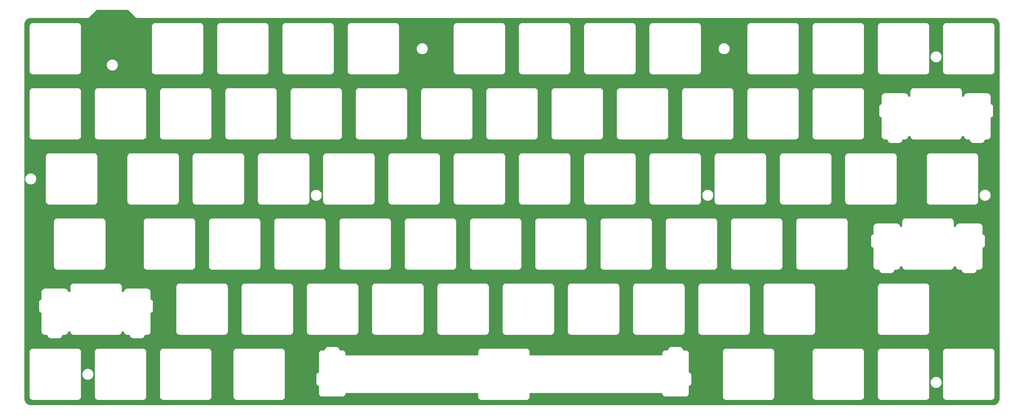
<source format=gtl>
G04 #@! TF.GenerationSoftware,KiCad,Pcbnew,(6.0.5-0)*
G04 #@! TF.CreationDate,2022-08-17T23:37:01+09:00*
G04 #@! TF.ProjectId,top-plate,746f702d-706c-4617-9465-2e6b69636164,rev?*
G04 #@! TF.SameCoordinates,Original*
G04 #@! TF.FileFunction,Copper,L1,Top*
G04 #@! TF.FilePolarity,Positive*
%FSLAX46Y46*%
G04 Gerber Fmt 4.6, Leading zero omitted, Abs format (unit mm)*
G04 Created by KiCad (PCBNEW (6.0.5-0)) date 2022-08-17 23:37:01*
%MOMM*%
%LPD*%
G01*
G04 APERTURE LIST*
G04 APERTURE END LIST*
G04 #@! TA.AperFunction,NonConductor*
G36*
X51684304Y-21451252D02*
G01*
X51705278Y-21468155D01*
X51977677Y-21740554D01*
X51985300Y-21750094D01*
X51985668Y-21749780D01*
X51991486Y-21756616D01*
X51996276Y-21764208D01*
X52003004Y-21770150D01*
X52036625Y-21799843D01*
X52042312Y-21805189D01*
X52053755Y-21816632D01*
X52060520Y-21821702D01*
X52062130Y-21822909D01*
X52069959Y-21829283D01*
X52105451Y-21860628D01*
X52113574Y-21864442D01*
X52116062Y-21866076D01*
X52131023Y-21875064D01*
X52133608Y-21876479D01*
X52140795Y-21881866D01*
X52185142Y-21898491D01*
X52194458Y-21902417D01*
X52237300Y-21922531D01*
X52246169Y-21923912D01*
X52249002Y-21924778D01*
X52265889Y-21929208D01*
X52268774Y-21929842D01*
X52277184Y-21932995D01*
X52306342Y-21935162D01*
X52324406Y-21936504D01*
X52334452Y-21937658D01*
X52343075Y-21939001D01*
X52343078Y-21939001D01*
X52347886Y-21939750D01*
X52363406Y-21939750D01*
X52372743Y-21940096D01*
X52422441Y-21943789D01*
X52431220Y-21941915D01*
X52439478Y-21941352D01*
X52454661Y-21939750D01*
X302369380Y-21939750D01*
X302388767Y-21941251D01*
X302390861Y-21941577D01*
X302403319Y-21943517D01*
X302412463Y-21944941D01*
X302428757Y-21942811D01*
X302453329Y-21942018D01*
X302515781Y-21946112D01*
X302654941Y-21955236D01*
X302671281Y-21957387D01*
X302812585Y-21985496D01*
X302895355Y-22001961D01*
X302911266Y-22006225D01*
X302916304Y-22007935D01*
X303127596Y-22079661D01*
X303142823Y-22085968D01*
X303347721Y-22187013D01*
X303361994Y-22195254D01*
X303551946Y-22322175D01*
X303565012Y-22332200D01*
X303736790Y-22482843D01*
X303748433Y-22494486D01*
X303899069Y-22666250D01*
X303909102Y-22679325D01*
X303972565Y-22774299D01*
X304036032Y-22869280D01*
X304044265Y-22883541D01*
X304095432Y-22987290D01*
X304145317Y-23088442D01*
X304151624Y-23103668D01*
X304225064Y-23319995D01*
X304229330Y-23335914D01*
X304273907Y-23559975D01*
X304276059Y-23576315D01*
X304288797Y-23770535D01*
X304287723Y-23794672D01*
X304287690Y-23797374D01*
X304286309Y-23806246D01*
X304287473Y-23815145D01*
X304287473Y-23815147D01*
X304290436Y-23837797D01*
X304291500Y-23854139D01*
X304291500Y-133300619D01*
X304289999Y-133320010D01*
X304286309Y-133343702D01*
X304288439Y-133359998D01*
X304289232Y-133384565D01*
X304283114Y-133477844D01*
X304276009Y-133586180D01*
X304273857Y-133602519D01*
X304229283Y-133826571D01*
X304225017Y-133842491D01*
X304151578Y-134058813D01*
X304145271Y-134074039D01*
X304095386Y-134175191D01*
X304044222Y-134278935D01*
X304035989Y-134293195D01*
X303909063Y-134483145D01*
X303899030Y-134496220D01*
X303748398Y-134667978D01*
X303736744Y-134679631D01*
X303564988Y-134830255D01*
X303551925Y-134840279D01*
X303361965Y-134967205D01*
X303347700Y-134975441D01*
X303142804Y-135076486D01*
X303127577Y-135082793D01*
X303019417Y-135119509D01*
X302911253Y-135156227D01*
X302895338Y-135160492D01*
X302895050Y-135160549D01*
X302671274Y-135205063D01*
X302654935Y-135207214D01*
X302460271Y-135219977D01*
X302438164Y-135218993D01*
X302433891Y-135218941D01*
X302425015Y-135217559D01*
X302399569Y-135220887D01*
X302393459Y-135221686D01*
X302377119Y-135222750D01*
X21480617Y-135222750D01*
X21461232Y-135221250D01*
X21446399Y-135218940D01*
X21446395Y-135218940D01*
X21437526Y-135217559D01*
X21421238Y-135219689D01*
X21396660Y-135220483D01*
X21352051Y-135217559D01*
X21195049Y-135207268D01*
X21178709Y-135205117D01*
X20954647Y-135160549D01*
X20938726Y-135156283D01*
X20722399Y-135082849D01*
X20707173Y-135076542D01*
X20502283Y-134975502D01*
X20488009Y-134967261D01*
X20298062Y-134840342D01*
X20284987Y-134830309D01*
X20113226Y-134679679D01*
X20101571Y-134668024D01*
X19950941Y-134496263D01*
X19940908Y-134483188D01*
X19813989Y-134293241D01*
X19805748Y-134278967D01*
X19704708Y-134074077D01*
X19698401Y-134058851D01*
X19624967Y-133842524D01*
X19620701Y-133826603D01*
X19576133Y-133602541D01*
X19573982Y-133586201D01*
X19561476Y-133395407D01*
X19562650Y-133372232D01*
X19562334Y-133372204D01*
X19562770Y-133367344D01*
X19563576Y-133362552D01*
X19563729Y-133350000D01*
X19559773Y-133322376D01*
X19558500Y-133304514D01*
X19558500Y-132697147D01*
X21061271Y-132697147D01*
X21061960Y-132701960D01*
X21064385Y-132718904D01*
X21065177Y-132725781D01*
X21078045Y-132872942D01*
X21079468Y-132878254D01*
X21079469Y-132878259D01*
X21122287Y-133038082D01*
X21123711Y-133043397D01*
X21126035Y-133048382D01*
X21126036Y-133048384D01*
X21130290Y-133057508D01*
X21198282Y-133203333D01*
X21299494Y-133347888D01*
X21303377Y-133351771D01*
X21303381Y-133351776D01*
X21332349Y-133380745D01*
X21424271Y-133472672D01*
X21428776Y-133475827D01*
X21428779Y-133475829D01*
X21564262Y-133570698D01*
X21568822Y-133573891D01*
X21728753Y-133648471D01*
X21899206Y-133694145D01*
X21904690Y-133694625D01*
X21904697Y-133694626D01*
X22028712Y-133705477D01*
X22038630Y-133706742D01*
X22062448Y-133710750D01*
X22068966Y-133710829D01*
X22070140Y-133710844D01*
X22070143Y-133710844D01*
X22075000Y-133710903D01*
X22102408Y-133706978D01*
X22120351Y-133705705D01*
X28353295Y-133710057D01*
X35021617Y-133714713D01*
X35042432Y-133716459D01*
X35057650Y-133719019D01*
X35057653Y-133719019D01*
X35062448Y-133719826D01*
X35068562Y-133719901D01*
X35070135Y-133719920D01*
X35070139Y-133719920D01*
X35075000Y-133719979D01*
X35079811Y-133719290D01*
X35079827Y-133719289D01*
X35097176Y-133716804D01*
X35104051Y-133716011D01*
X35173420Y-133709942D01*
X35245309Y-133703653D01*
X35245311Y-133703653D01*
X35250782Y-133703174D01*
X35359395Y-133674073D01*
X35415914Y-133658930D01*
X35415917Y-133658929D01*
X35421224Y-133657507D01*
X35445654Y-133646116D01*
X35576159Y-133585265D01*
X35576161Y-133585264D01*
X35581147Y-133582939D01*
X35725693Y-133481736D01*
X35729580Y-133477849D01*
X35729584Y-133477846D01*
X35846580Y-133360860D01*
X35850470Y-133356970D01*
X35951689Y-133212434D01*
X35958262Y-133198342D01*
X36023949Y-133057502D01*
X36023949Y-133057501D01*
X36026273Y-133052519D01*
X36071956Y-132882082D01*
X36083299Y-132752573D01*
X36084564Y-132742679D01*
X36087768Y-132723651D01*
X36087769Y-132723642D01*
X36088575Y-132718853D01*
X36088729Y-132706301D01*
X36087419Y-132697147D01*
X40111271Y-132697147D01*
X40111960Y-132701960D01*
X40114385Y-132718904D01*
X40115177Y-132725781D01*
X40128045Y-132872942D01*
X40129468Y-132878254D01*
X40129469Y-132878259D01*
X40172287Y-133038082D01*
X40173711Y-133043397D01*
X40176035Y-133048382D01*
X40176036Y-133048384D01*
X40180290Y-133057508D01*
X40248282Y-133203333D01*
X40349494Y-133347888D01*
X40353377Y-133351771D01*
X40353381Y-133351776D01*
X40382349Y-133380745D01*
X40474271Y-133472672D01*
X40478776Y-133475827D01*
X40478779Y-133475829D01*
X40614262Y-133570698D01*
X40618822Y-133573891D01*
X40778753Y-133648471D01*
X40949206Y-133694145D01*
X40954690Y-133694625D01*
X40954697Y-133694626D01*
X41078712Y-133705477D01*
X41088630Y-133706742D01*
X41112448Y-133710750D01*
X41118966Y-133710829D01*
X41120140Y-133710844D01*
X41120143Y-133710844D01*
X41125000Y-133710903D01*
X41152408Y-133706978D01*
X41170351Y-133705705D01*
X47403295Y-133710057D01*
X54071617Y-133714713D01*
X54092432Y-133716459D01*
X54107650Y-133719019D01*
X54107653Y-133719019D01*
X54112448Y-133719826D01*
X54118562Y-133719901D01*
X54120135Y-133719920D01*
X54120139Y-133719920D01*
X54125000Y-133719979D01*
X54129811Y-133719290D01*
X54129827Y-133719289D01*
X54147176Y-133716804D01*
X54154051Y-133716011D01*
X54223420Y-133709942D01*
X54295309Y-133703653D01*
X54295311Y-133703653D01*
X54300782Y-133703174D01*
X54409395Y-133674073D01*
X54465914Y-133658930D01*
X54465917Y-133658929D01*
X54471224Y-133657507D01*
X54495654Y-133646116D01*
X54626159Y-133585265D01*
X54626161Y-133585264D01*
X54631147Y-133582939D01*
X54775693Y-133481736D01*
X54779580Y-133477849D01*
X54779584Y-133477846D01*
X54896580Y-133360860D01*
X54900470Y-133356970D01*
X55001689Y-133212434D01*
X55008262Y-133198342D01*
X55073949Y-133057502D01*
X55073949Y-133057501D01*
X55076273Y-133052519D01*
X55121956Y-132882082D01*
X55133299Y-132752573D01*
X55134564Y-132742679D01*
X55137768Y-132723651D01*
X55137769Y-132723642D01*
X55138575Y-132718853D01*
X55138729Y-132706301D01*
X55137419Y-132697147D01*
X59161271Y-132697147D01*
X59161960Y-132701960D01*
X59164385Y-132718904D01*
X59165177Y-132725781D01*
X59178045Y-132872942D01*
X59179468Y-132878254D01*
X59179469Y-132878259D01*
X59222287Y-133038082D01*
X59223711Y-133043397D01*
X59226035Y-133048382D01*
X59226036Y-133048384D01*
X59230290Y-133057508D01*
X59298282Y-133203333D01*
X59399494Y-133347888D01*
X59403377Y-133351771D01*
X59403381Y-133351776D01*
X59432349Y-133380745D01*
X59524271Y-133472672D01*
X59528776Y-133475827D01*
X59528779Y-133475829D01*
X59664262Y-133570698D01*
X59668822Y-133573891D01*
X59828753Y-133648471D01*
X59999206Y-133694145D01*
X60004690Y-133694625D01*
X60004697Y-133694626D01*
X60128712Y-133705477D01*
X60138630Y-133706742D01*
X60162448Y-133710750D01*
X60168966Y-133710829D01*
X60170140Y-133710844D01*
X60170143Y-133710844D01*
X60175000Y-133710903D01*
X60202408Y-133706978D01*
X60220351Y-133705705D01*
X66453295Y-133710057D01*
X73121617Y-133714713D01*
X73142432Y-133716459D01*
X73157650Y-133719019D01*
X73157653Y-133719019D01*
X73162448Y-133719826D01*
X73168562Y-133719901D01*
X73170135Y-133719920D01*
X73170139Y-133719920D01*
X73175000Y-133719979D01*
X73179811Y-133719290D01*
X73179827Y-133719289D01*
X73197176Y-133716804D01*
X73204051Y-133716011D01*
X73273420Y-133709942D01*
X73345309Y-133703653D01*
X73345311Y-133703653D01*
X73350782Y-133703174D01*
X73459395Y-133674073D01*
X73515914Y-133658930D01*
X73515917Y-133658929D01*
X73521224Y-133657507D01*
X73545654Y-133646116D01*
X73676159Y-133585265D01*
X73676161Y-133585264D01*
X73681147Y-133582939D01*
X73825693Y-133481736D01*
X73829580Y-133477849D01*
X73829584Y-133477846D01*
X73946580Y-133360860D01*
X73950470Y-133356970D01*
X74051689Y-133212434D01*
X74058262Y-133198342D01*
X74123949Y-133057502D01*
X74123949Y-133057501D01*
X74126273Y-133052519D01*
X74171956Y-132882082D01*
X74183299Y-132752573D01*
X74184564Y-132742679D01*
X74187768Y-132723651D01*
X74187769Y-132723642D01*
X74188575Y-132718853D01*
X74188729Y-132706301D01*
X74187419Y-132697147D01*
X80592521Y-132697147D01*
X80593211Y-132701966D01*
X80593211Y-132701967D01*
X80595763Y-132719791D01*
X80596556Y-132726675D01*
X80609343Y-132872931D01*
X80655003Y-133043376D01*
X80729566Y-133203303D01*
X80732718Y-133207806D01*
X80732722Y-133207812D01*
X80739113Y-133216940D01*
X80830766Y-133347854D01*
X80955528Y-133472636D01*
X81100063Y-133573858D01*
X81259979Y-133648444D01*
X81430417Y-133694130D01*
X81559927Y-133705473D01*
X81569821Y-133706738D01*
X81588849Y-133709942D01*
X81588858Y-133709943D01*
X81593647Y-133710749D01*
X81598501Y-133710809D01*
X81598506Y-133710809D01*
X81599945Y-133710826D01*
X81606199Y-133710903D01*
X81633641Y-133706976D01*
X81651571Y-133705705D01*
X87903623Y-133710070D01*
X94552900Y-133714713D01*
X94573701Y-133716457D01*
X94588947Y-133719020D01*
X94588951Y-133719020D01*
X94593749Y-133719827D01*
X94598608Y-133719886D01*
X94598610Y-133719886D01*
X94600243Y-133719906D01*
X94606301Y-133719979D01*
X94611110Y-133719290D01*
X94611122Y-133719289D01*
X94627577Y-133716930D01*
X94634448Y-133716137D01*
X94782079Y-133703208D01*
X94787387Y-133701785D01*
X94787389Y-133701785D01*
X94890834Y-133674059D01*
X94952515Y-133657527D01*
X95087784Y-133594443D01*
X95107445Y-133585274D01*
X95107447Y-133585273D01*
X95112430Y-133582949D01*
X95116928Y-133579799D01*
X95116932Y-133579797D01*
X95252462Y-133484893D01*
X95256968Y-133481738D01*
X95381738Y-133356968D01*
X95482949Y-133212430D01*
X95487192Y-133203333D01*
X95555198Y-133057508D01*
X95557527Y-133052515D01*
X95603208Y-132882079D01*
X95603687Y-132876612D01*
X95603688Y-132876605D01*
X95614548Y-132752590D01*
X95615817Y-132742663D01*
X95619017Y-132723654D01*
X95619017Y-132723651D01*
X95619825Y-132718853D01*
X95619979Y-132706301D01*
X95616021Y-132678644D01*
X95614750Y-132660794D01*
X95614750Y-128806378D01*
X104830021Y-128806378D01*
X104832598Y-128824338D01*
X104835399Y-128843862D01*
X104836066Y-128849368D01*
X104837141Y-128860259D01*
X104844057Y-128930316D01*
X104845529Y-128945231D01*
X104886052Y-129078744D01*
X104888967Y-129084197D01*
X104888969Y-129084201D01*
X104948921Y-129196337D01*
X104951837Y-129201791D01*
X105040356Y-129309644D01*
X105148209Y-129398163D01*
X105153662Y-129401078D01*
X105153663Y-129401079D01*
X105265799Y-129461031D01*
X105265803Y-129461033D01*
X105271256Y-129463948D01*
X105277174Y-129465744D01*
X105277176Y-129465745D01*
X105398848Y-129502674D01*
X105404769Y-129504471D01*
X105410924Y-129505079D01*
X105410926Y-129505079D01*
X105421626Y-129506135D01*
X105487453Y-129532732D01*
X105528451Y-129590695D01*
X105535250Y-129631526D01*
X105535250Y-131653034D01*
X105533506Y-131673925D01*
X105530173Y-131693749D01*
X105530021Y-131706301D01*
X105530710Y-131711110D01*
X105530711Y-131711122D01*
X105533070Y-131727577D01*
X105533863Y-131734448D01*
X105546792Y-131882079D01*
X105592473Y-132052515D01*
X105667051Y-132212430D01*
X105768262Y-132356968D01*
X105893032Y-132481738D01*
X105897538Y-132484893D01*
X106033068Y-132579797D01*
X106033072Y-132579799D01*
X106037570Y-132582949D01*
X106197485Y-132657527D01*
X106367921Y-132703208D01*
X106373388Y-132703687D01*
X106373395Y-132703688D01*
X106452728Y-132710635D01*
X106497418Y-132714549D01*
X106507337Y-132715817D01*
X106526346Y-132719017D01*
X106526349Y-132719017D01*
X106531147Y-132719825D01*
X106536001Y-132719885D01*
X106536006Y-132719885D01*
X106537469Y-132719903D01*
X106543699Y-132719979D01*
X106548512Y-132719290D01*
X106548515Y-132719290D01*
X106571356Y-132716021D01*
X106589206Y-132714750D01*
X112240534Y-132714750D01*
X112261425Y-132716494D01*
X112281249Y-132719827D01*
X112286107Y-132719886D01*
X112286109Y-132719886D01*
X112287801Y-132719906D01*
X112293801Y-132719979D01*
X112298610Y-132719290D01*
X112298622Y-132719289D01*
X112315077Y-132716930D01*
X112321948Y-132716137D01*
X112469579Y-132703208D01*
X112474887Y-132701785D01*
X112474889Y-132701785D01*
X112578830Y-132673926D01*
X112640015Y-132657527D01*
X112799930Y-132582949D01*
X112804428Y-132579799D01*
X112804432Y-132579797D01*
X112939962Y-132484893D01*
X112944468Y-132481738D01*
X113069238Y-132356968D01*
X113170449Y-132212430D01*
X113245027Y-132052515D01*
X113290708Y-131882079D01*
X113295290Y-131829758D01*
X113321159Y-131763642D01*
X113378666Y-131722007D01*
X113420810Y-131714750D01*
X151909250Y-131714750D01*
X151977371Y-131734752D01*
X152023864Y-131788408D01*
X152035250Y-131840750D01*
X152035250Y-132653034D01*
X152033506Y-132673925D01*
X152030173Y-132693749D01*
X152030021Y-132706301D01*
X152030710Y-132711110D01*
X152030711Y-132711122D01*
X152033070Y-132727577D01*
X152033863Y-132734448D01*
X152046792Y-132882079D01*
X152092473Y-133052515D01*
X152094802Y-133057508D01*
X152162809Y-133203333D01*
X152167051Y-133212430D01*
X152268262Y-133356968D01*
X152393032Y-133481738D01*
X152397538Y-133484893D01*
X152533068Y-133579797D01*
X152533072Y-133579799D01*
X152537570Y-133582949D01*
X152542553Y-133585273D01*
X152542555Y-133585274D01*
X152562216Y-133594443D01*
X152697485Y-133657527D01*
X152867921Y-133703208D01*
X152873388Y-133703687D01*
X152873395Y-133703688D01*
X152952728Y-133710635D01*
X152997418Y-133714549D01*
X153007337Y-133715817D01*
X153026346Y-133719017D01*
X153026349Y-133719017D01*
X153031147Y-133719825D01*
X153036001Y-133719885D01*
X153036006Y-133719885D01*
X153037469Y-133719903D01*
X153043699Y-133719979D01*
X153048512Y-133719290D01*
X153048515Y-133719290D01*
X153071356Y-133716021D01*
X153089206Y-133714750D01*
X165990534Y-133714750D01*
X166011425Y-133716494D01*
X166031249Y-133719827D01*
X166036107Y-133719886D01*
X166036109Y-133719886D01*
X166037801Y-133719906D01*
X166043801Y-133719979D01*
X166048610Y-133719290D01*
X166048622Y-133719289D01*
X166065077Y-133716930D01*
X166071948Y-133716137D01*
X166219579Y-133703208D01*
X166224887Y-133701785D01*
X166224889Y-133701785D01*
X166328334Y-133674059D01*
X166390015Y-133657527D01*
X166525284Y-133594443D01*
X166544945Y-133585274D01*
X166544947Y-133585273D01*
X166549930Y-133582949D01*
X166554428Y-133579799D01*
X166554432Y-133579797D01*
X166689962Y-133484893D01*
X166694468Y-133481738D01*
X166819238Y-133356968D01*
X166920449Y-133212430D01*
X166924692Y-133203333D01*
X166992698Y-133057508D01*
X166995027Y-133052515D01*
X167040708Y-132882079D01*
X167041187Y-132876612D01*
X167041188Y-132876605D01*
X167052048Y-132752590D01*
X167053317Y-132742663D01*
X167056517Y-132723654D01*
X167056517Y-132723651D01*
X167057325Y-132718853D01*
X167057479Y-132706301D01*
X167053521Y-132678644D01*
X167052250Y-132660794D01*
X167052250Y-131840750D01*
X167072252Y-131772629D01*
X167125908Y-131726136D01*
X167178250Y-131714750D01*
X205666690Y-131714750D01*
X205734811Y-131734752D01*
X205781304Y-131788408D01*
X205792210Y-131829758D01*
X205796792Y-131882079D01*
X205842473Y-132052515D01*
X205917051Y-132212430D01*
X206018262Y-132356968D01*
X206143032Y-132481738D01*
X206147538Y-132484893D01*
X206283068Y-132579797D01*
X206283072Y-132579799D01*
X206287570Y-132582949D01*
X206447485Y-132657527D01*
X206617921Y-132703208D01*
X206623388Y-132703687D01*
X206623395Y-132703688D01*
X206702728Y-132710635D01*
X206747418Y-132714549D01*
X206757337Y-132715817D01*
X206776346Y-132719017D01*
X206776349Y-132719017D01*
X206781147Y-132719825D01*
X206786001Y-132719885D01*
X206786006Y-132719885D01*
X206787469Y-132719903D01*
X206793699Y-132719979D01*
X206798512Y-132719290D01*
X206798515Y-132719290D01*
X206821356Y-132716021D01*
X206839206Y-132714750D01*
X212490534Y-132714750D01*
X212511425Y-132716494D01*
X212531249Y-132719827D01*
X212536107Y-132719886D01*
X212536109Y-132719886D01*
X212537801Y-132719906D01*
X212543801Y-132719979D01*
X212548610Y-132719290D01*
X212548622Y-132719289D01*
X212565077Y-132716930D01*
X212571948Y-132716137D01*
X212719579Y-132703208D01*
X212724887Y-132701785D01*
X212724889Y-132701785D01*
X212742193Y-132697147D01*
X223467521Y-132697147D01*
X223468211Y-132701966D01*
X223468211Y-132701967D01*
X223470763Y-132719791D01*
X223471556Y-132726675D01*
X223484343Y-132872931D01*
X223530003Y-133043376D01*
X223604566Y-133203303D01*
X223607718Y-133207806D01*
X223607722Y-133207812D01*
X223614113Y-133216940D01*
X223705766Y-133347854D01*
X223830528Y-133472636D01*
X223975063Y-133573858D01*
X224134979Y-133648444D01*
X224305417Y-133694130D01*
X224434927Y-133705473D01*
X224444821Y-133706738D01*
X224463849Y-133709942D01*
X224463858Y-133709943D01*
X224468647Y-133710749D01*
X224473501Y-133710809D01*
X224473506Y-133710809D01*
X224474945Y-133710826D01*
X224481199Y-133710903D01*
X224508641Y-133706976D01*
X224526571Y-133705705D01*
X230778623Y-133710070D01*
X237427900Y-133714713D01*
X237448701Y-133716457D01*
X237463947Y-133719020D01*
X237463951Y-133719020D01*
X237468749Y-133719827D01*
X237473608Y-133719886D01*
X237473610Y-133719886D01*
X237475243Y-133719906D01*
X237481301Y-133719979D01*
X237486110Y-133719290D01*
X237486122Y-133719289D01*
X237502577Y-133716930D01*
X237509448Y-133716137D01*
X237657079Y-133703208D01*
X237662387Y-133701785D01*
X237662389Y-133701785D01*
X237765834Y-133674059D01*
X237827515Y-133657527D01*
X237962784Y-133594443D01*
X237982445Y-133585274D01*
X237982447Y-133585273D01*
X237987430Y-133582949D01*
X237991928Y-133579799D01*
X237991932Y-133579797D01*
X238127462Y-133484893D01*
X238131968Y-133481738D01*
X238256738Y-133356968D01*
X238357949Y-133212430D01*
X238362192Y-133203333D01*
X238430198Y-133057508D01*
X238432527Y-133052515D01*
X238478208Y-132882079D01*
X238478687Y-132876612D01*
X238478688Y-132876605D01*
X238489548Y-132752590D01*
X238490817Y-132742663D01*
X238494017Y-132723654D01*
X238494017Y-132723651D01*
X238494825Y-132718853D01*
X238494979Y-132706301D01*
X238493669Y-132697147D01*
X249661271Y-132697147D01*
X249661960Y-132701960D01*
X249664385Y-132718904D01*
X249665177Y-132725781D01*
X249678045Y-132872942D01*
X249679468Y-132878254D01*
X249679469Y-132878259D01*
X249722287Y-133038082D01*
X249723711Y-133043397D01*
X249726035Y-133048382D01*
X249726036Y-133048384D01*
X249730290Y-133057508D01*
X249798282Y-133203333D01*
X249899494Y-133347888D01*
X249903377Y-133351771D01*
X249903381Y-133351776D01*
X249932349Y-133380745D01*
X250024271Y-133472672D01*
X250028776Y-133475827D01*
X250028779Y-133475829D01*
X250164262Y-133570698D01*
X250168822Y-133573891D01*
X250328753Y-133648471D01*
X250499206Y-133694145D01*
X250504690Y-133694625D01*
X250504697Y-133694626D01*
X250628712Y-133705477D01*
X250638630Y-133706742D01*
X250662448Y-133710750D01*
X250668966Y-133710829D01*
X250670140Y-133710844D01*
X250670143Y-133710844D01*
X250675000Y-133710903D01*
X250702408Y-133706978D01*
X250720351Y-133705705D01*
X256953295Y-133710057D01*
X263621617Y-133714713D01*
X263642432Y-133716459D01*
X263657650Y-133719019D01*
X263657653Y-133719019D01*
X263662448Y-133719826D01*
X263668562Y-133719901D01*
X263670135Y-133719920D01*
X263670139Y-133719920D01*
X263675000Y-133719979D01*
X263679811Y-133719290D01*
X263679827Y-133719289D01*
X263697176Y-133716804D01*
X263704051Y-133716011D01*
X263773420Y-133709942D01*
X263845309Y-133703653D01*
X263845311Y-133703653D01*
X263850782Y-133703174D01*
X263959395Y-133674073D01*
X264015914Y-133658930D01*
X264015917Y-133658929D01*
X264021224Y-133657507D01*
X264045654Y-133646116D01*
X264176159Y-133585265D01*
X264176161Y-133585264D01*
X264181147Y-133582939D01*
X264325693Y-133481736D01*
X264329580Y-133477849D01*
X264329584Y-133477846D01*
X264446580Y-133360860D01*
X264450470Y-133356970D01*
X264551689Y-133212434D01*
X264558262Y-133198342D01*
X264623949Y-133057502D01*
X264623949Y-133057501D01*
X264626273Y-133052519D01*
X264671956Y-132882082D01*
X264683299Y-132752573D01*
X264684564Y-132742679D01*
X264687768Y-132723651D01*
X264687769Y-132723642D01*
X264688575Y-132718853D01*
X264688729Y-132706301D01*
X264687419Y-132697147D01*
X268711271Y-132697147D01*
X268711960Y-132701960D01*
X268714385Y-132718904D01*
X268715177Y-132725781D01*
X268728045Y-132872942D01*
X268729468Y-132878254D01*
X268729469Y-132878259D01*
X268772287Y-133038082D01*
X268773711Y-133043397D01*
X268776035Y-133048382D01*
X268776036Y-133048384D01*
X268780290Y-133057508D01*
X268848282Y-133203333D01*
X268949494Y-133347888D01*
X268953377Y-133351771D01*
X268953381Y-133351776D01*
X268982349Y-133380745D01*
X269074271Y-133472672D01*
X269078776Y-133475827D01*
X269078779Y-133475829D01*
X269214262Y-133570698D01*
X269218822Y-133573891D01*
X269378753Y-133648471D01*
X269549206Y-133694145D01*
X269554690Y-133694625D01*
X269554697Y-133694626D01*
X269678712Y-133705477D01*
X269688630Y-133706742D01*
X269712448Y-133710750D01*
X269718966Y-133710829D01*
X269720140Y-133710844D01*
X269720143Y-133710844D01*
X269725000Y-133710903D01*
X269752408Y-133706978D01*
X269770351Y-133705705D01*
X276003295Y-133710057D01*
X282671617Y-133714713D01*
X282692432Y-133716459D01*
X282707650Y-133719019D01*
X282707653Y-133719019D01*
X282712448Y-133719826D01*
X282718562Y-133719901D01*
X282720135Y-133719920D01*
X282720139Y-133719920D01*
X282725000Y-133719979D01*
X282729811Y-133719290D01*
X282729827Y-133719289D01*
X282747176Y-133716804D01*
X282754051Y-133716011D01*
X282823420Y-133709942D01*
X282895309Y-133703653D01*
X282895311Y-133703653D01*
X282900782Y-133703174D01*
X283009395Y-133674073D01*
X283065914Y-133658930D01*
X283065917Y-133658929D01*
X283071224Y-133657507D01*
X283095654Y-133646116D01*
X283226159Y-133585265D01*
X283226161Y-133585264D01*
X283231147Y-133582939D01*
X283375693Y-133481736D01*
X283379580Y-133477849D01*
X283379584Y-133477846D01*
X283496580Y-133360860D01*
X283500470Y-133356970D01*
X283601689Y-133212434D01*
X283608262Y-133198342D01*
X283673949Y-133057502D01*
X283673949Y-133057501D01*
X283676273Y-133052519D01*
X283721956Y-132882082D01*
X283733299Y-132752573D01*
X283734564Y-132742679D01*
X283737768Y-132723651D01*
X283737769Y-132723642D01*
X283738575Y-132718853D01*
X283738729Y-132706301D01*
X283737419Y-132697147D01*
X287761271Y-132697147D01*
X287761960Y-132701960D01*
X287764385Y-132718904D01*
X287765177Y-132725781D01*
X287778045Y-132872942D01*
X287779468Y-132878254D01*
X287779469Y-132878259D01*
X287822287Y-133038082D01*
X287823711Y-133043397D01*
X287826035Y-133048382D01*
X287826036Y-133048384D01*
X287830290Y-133057508D01*
X287898282Y-133203333D01*
X287999494Y-133347888D01*
X288003377Y-133351771D01*
X288003381Y-133351776D01*
X288032349Y-133380745D01*
X288124271Y-133472672D01*
X288128776Y-133475827D01*
X288128779Y-133475829D01*
X288264262Y-133570698D01*
X288268822Y-133573891D01*
X288428753Y-133648471D01*
X288599206Y-133694145D01*
X288604690Y-133694625D01*
X288604697Y-133694626D01*
X288728712Y-133705477D01*
X288738630Y-133706742D01*
X288762448Y-133710750D01*
X288768966Y-133710829D01*
X288770140Y-133710844D01*
X288770143Y-133710844D01*
X288775000Y-133710903D01*
X288802408Y-133706978D01*
X288820351Y-133705705D01*
X295053295Y-133710057D01*
X301721617Y-133714713D01*
X301742432Y-133716459D01*
X301757650Y-133719019D01*
X301757653Y-133719019D01*
X301762448Y-133719826D01*
X301768562Y-133719901D01*
X301770135Y-133719920D01*
X301770139Y-133719920D01*
X301775000Y-133719979D01*
X301779811Y-133719290D01*
X301779827Y-133719289D01*
X301797176Y-133716804D01*
X301804051Y-133716011D01*
X301873420Y-133709942D01*
X301945309Y-133703653D01*
X301945311Y-133703653D01*
X301950782Y-133703174D01*
X302059395Y-133674073D01*
X302115914Y-133658930D01*
X302115917Y-133658929D01*
X302121224Y-133657507D01*
X302145654Y-133646116D01*
X302276159Y-133585265D01*
X302276161Y-133585264D01*
X302281147Y-133582939D01*
X302425693Y-133481736D01*
X302429580Y-133477849D01*
X302429584Y-133477846D01*
X302546580Y-133360860D01*
X302550470Y-133356970D01*
X302651689Y-133212434D01*
X302658262Y-133198342D01*
X302723949Y-133057502D01*
X302723949Y-133057501D01*
X302726273Y-133052519D01*
X302771956Y-132882082D01*
X302783299Y-132752573D01*
X302784564Y-132742679D01*
X302787768Y-132723651D01*
X302787769Y-132723642D01*
X302788575Y-132718853D01*
X302788729Y-132706301D01*
X302784771Y-132678644D01*
X302783500Y-132660794D01*
X302783500Y-119759466D01*
X302785244Y-119738574D01*
X302787771Y-119723545D01*
X302788577Y-119718751D01*
X302788729Y-119706199D01*
X302785809Y-119685823D01*
X302785015Y-119678951D01*
X302784216Y-119669821D01*
X302772006Y-119530410D01*
X302726320Y-119359964D01*
X302651732Y-119200041D01*
X302598546Y-119124092D01*
X302553669Y-119060009D01*
X302553667Y-119060007D01*
X302550509Y-119055497D01*
X302425725Y-118930726D01*
X302281172Y-118829517D01*
X302121241Y-118754946D01*
X301950791Y-118709277D01*
X301945320Y-118708798D01*
X301945318Y-118708798D01*
X301821282Y-118697947D01*
X301811371Y-118696682D01*
X301787552Y-118692674D01*
X301781009Y-118692594D01*
X301779860Y-118692580D01*
X301779857Y-118692580D01*
X301775000Y-118692521D01*
X301753123Y-118695654D01*
X301747376Y-118696477D01*
X301729514Y-118697750D01*
X288828250Y-118697750D01*
X288807345Y-118696004D01*
X288792344Y-118693480D01*
X288792341Y-118693480D01*
X288787552Y-118692674D01*
X288781475Y-118692600D01*
X288779865Y-118692580D01*
X288779861Y-118692580D01*
X288775000Y-118692521D01*
X288770189Y-118693210D01*
X288770173Y-118693211D01*
X288752824Y-118695696D01*
X288745949Y-118696489D01*
X288678831Y-118702361D01*
X288604691Y-118708847D01*
X288604689Y-118708847D01*
X288599218Y-118709326D01*
X288513997Y-118732159D01*
X288434086Y-118753570D01*
X288434083Y-118753571D01*
X288428776Y-118754993D01*
X288423794Y-118757316D01*
X288273861Y-118827226D01*
X288268853Y-118829561D01*
X288225399Y-118859985D01*
X288128818Y-118927606D01*
X288124307Y-118930764D01*
X288120422Y-118934649D01*
X288120416Y-118934654D01*
X288003456Y-119051604D01*
X287999530Y-119055530D01*
X287898311Y-119200066D01*
X287823727Y-119359981D01*
X287778044Y-119530418D01*
X287766701Y-119659927D01*
X287765436Y-119669821D01*
X287762232Y-119688849D01*
X287762231Y-119688858D01*
X287761425Y-119693647D01*
X287761271Y-119706199D01*
X287761959Y-119711003D01*
X287761960Y-119711015D01*
X287765229Y-119733856D01*
X287766500Y-119751706D01*
X287766500Y-132643909D01*
X287764753Y-132664820D01*
X287761425Y-132684595D01*
X287761271Y-132697147D01*
X283737419Y-132697147D01*
X283734771Y-132678644D01*
X283733500Y-132660794D01*
X283733500Y-128587500D01*
X284136526Y-128587500D01*
X284156391Y-128839903D01*
X284157545Y-128844710D01*
X284157546Y-128844716D01*
X284180200Y-128939075D01*
X284215495Y-129086091D01*
X284217388Y-129090662D01*
X284217389Y-129090664D01*
X284309717Y-129313563D01*
X284312384Y-129320002D01*
X284444672Y-129535876D01*
X284609102Y-129728398D01*
X284801624Y-129892828D01*
X285017498Y-130025116D01*
X285022068Y-130027009D01*
X285022072Y-130027011D01*
X285246836Y-130120111D01*
X285251409Y-130122005D01*
X285336032Y-130142321D01*
X285492784Y-130179954D01*
X285492790Y-130179955D01*
X285497597Y-130181109D01*
X285597416Y-130188965D01*
X285684345Y-130195807D01*
X285684352Y-130195807D01*
X285686801Y-130196000D01*
X285813199Y-130196000D01*
X285815648Y-130195807D01*
X285815655Y-130195807D01*
X285902584Y-130188965D01*
X286002403Y-130181109D01*
X286007210Y-130179955D01*
X286007216Y-130179954D01*
X286163968Y-130142321D01*
X286248591Y-130122005D01*
X286253164Y-130120111D01*
X286477928Y-130027011D01*
X286477932Y-130027009D01*
X286482502Y-130025116D01*
X286698376Y-129892828D01*
X286890898Y-129728398D01*
X287055328Y-129535876D01*
X287187616Y-129320002D01*
X287190284Y-129313563D01*
X287282611Y-129090664D01*
X287282612Y-129090662D01*
X287284505Y-129086091D01*
X287319800Y-128939075D01*
X287342454Y-128844716D01*
X287342455Y-128844710D01*
X287343609Y-128839903D01*
X287363474Y-128587500D01*
X287343609Y-128335097D01*
X287284505Y-128088909D01*
X287187616Y-127854998D01*
X287055328Y-127639124D01*
X286890898Y-127446602D01*
X286698376Y-127282172D01*
X286482502Y-127149884D01*
X286477932Y-127147991D01*
X286477928Y-127147989D01*
X286253164Y-127054889D01*
X286253162Y-127054888D01*
X286248591Y-127052995D01*
X286163968Y-127032679D01*
X286007216Y-126995046D01*
X286007210Y-126995045D01*
X286002403Y-126993891D01*
X285902584Y-126986035D01*
X285815655Y-126979193D01*
X285815648Y-126979193D01*
X285813199Y-126979000D01*
X285686801Y-126979000D01*
X285684352Y-126979193D01*
X285684345Y-126979193D01*
X285597416Y-126986035D01*
X285497597Y-126993891D01*
X285492790Y-126995045D01*
X285492784Y-126995046D01*
X285336032Y-127032679D01*
X285251409Y-127052995D01*
X285246838Y-127054888D01*
X285246836Y-127054889D01*
X285022072Y-127147989D01*
X285022068Y-127147991D01*
X285017498Y-127149884D01*
X284801624Y-127282172D01*
X284609102Y-127446602D01*
X284444672Y-127639124D01*
X284312384Y-127854998D01*
X284215495Y-128088909D01*
X284156391Y-128335097D01*
X284136526Y-128587500D01*
X283733500Y-128587500D01*
X283733500Y-119759466D01*
X283735244Y-119738574D01*
X283737771Y-119723545D01*
X283738577Y-119718751D01*
X283738729Y-119706199D01*
X283735809Y-119685823D01*
X283735015Y-119678951D01*
X283734216Y-119669821D01*
X283722006Y-119530410D01*
X283676320Y-119359964D01*
X283601732Y-119200041D01*
X283548546Y-119124092D01*
X283503669Y-119060009D01*
X283503667Y-119060007D01*
X283500509Y-119055497D01*
X283375725Y-118930726D01*
X283231172Y-118829517D01*
X283071241Y-118754946D01*
X282900791Y-118709277D01*
X282895320Y-118708798D01*
X282895318Y-118708798D01*
X282771282Y-118697947D01*
X282761371Y-118696682D01*
X282737552Y-118692674D01*
X282731009Y-118692594D01*
X282729860Y-118692580D01*
X282729857Y-118692580D01*
X282725000Y-118692521D01*
X282703123Y-118695654D01*
X282697376Y-118696477D01*
X282679514Y-118697750D01*
X269778250Y-118697750D01*
X269757345Y-118696004D01*
X269742344Y-118693480D01*
X269742341Y-118693480D01*
X269737552Y-118692674D01*
X269731475Y-118692600D01*
X269729865Y-118692580D01*
X269729861Y-118692580D01*
X269725000Y-118692521D01*
X269720189Y-118693210D01*
X269720173Y-118693211D01*
X269702824Y-118695696D01*
X269695949Y-118696489D01*
X269628831Y-118702361D01*
X269554691Y-118708847D01*
X269554689Y-118708847D01*
X269549218Y-118709326D01*
X269463997Y-118732159D01*
X269384086Y-118753570D01*
X269384083Y-118753571D01*
X269378776Y-118754993D01*
X269373794Y-118757316D01*
X269223861Y-118827226D01*
X269218853Y-118829561D01*
X269175399Y-118859985D01*
X269078818Y-118927606D01*
X269074307Y-118930764D01*
X269070422Y-118934649D01*
X269070416Y-118934654D01*
X268953456Y-119051604D01*
X268949530Y-119055530D01*
X268848311Y-119200066D01*
X268773727Y-119359981D01*
X268728044Y-119530418D01*
X268716701Y-119659927D01*
X268715436Y-119669821D01*
X268712232Y-119688849D01*
X268712231Y-119688858D01*
X268711425Y-119693647D01*
X268711271Y-119706199D01*
X268711959Y-119711003D01*
X268711960Y-119711015D01*
X268715229Y-119733856D01*
X268716500Y-119751706D01*
X268716500Y-132643909D01*
X268714753Y-132664820D01*
X268711425Y-132684595D01*
X268711271Y-132697147D01*
X264687419Y-132697147D01*
X264684771Y-132678644D01*
X264683500Y-132660794D01*
X264683500Y-119759466D01*
X264685244Y-119738574D01*
X264687771Y-119723545D01*
X264688577Y-119718751D01*
X264688729Y-119706199D01*
X264685809Y-119685823D01*
X264685015Y-119678951D01*
X264684216Y-119669821D01*
X264672006Y-119530410D01*
X264626320Y-119359964D01*
X264551732Y-119200041D01*
X264498546Y-119124092D01*
X264453669Y-119060009D01*
X264453667Y-119060007D01*
X264450509Y-119055497D01*
X264325725Y-118930726D01*
X264181172Y-118829517D01*
X264021241Y-118754946D01*
X263850791Y-118709277D01*
X263845320Y-118708798D01*
X263845318Y-118708798D01*
X263721282Y-118697947D01*
X263711371Y-118696682D01*
X263687552Y-118692674D01*
X263681009Y-118692594D01*
X263679860Y-118692580D01*
X263679857Y-118692580D01*
X263675000Y-118692521D01*
X263653123Y-118695654D01*
X263647376Y-118696477D01*
X263629514Y-118697750D01*
X250728250Y-118697750D01*
X250707345Y-118696004D01*
X250692344Y-118693480D01*
X250692341Y-118693480D01*
X250687552Y-118692674D01*
X250681475Y-118692600D01*
X250679865Y-118692580D01*
X250679861Y-118692580D01*
X250675000Y-118692521D01*
X250670189Y-118693210D01*
X250670173Y-118693211D01*
X250652824Y-118695696D01*
X250645949Y-118696489D01*
X250578831Y-118702361D01*
X250504691Y-118708847D01*
X250504689Y-118708847D01*
X250499218Y-118709326D01*
X250413997Y-118732159D01*
X250334086Y-118753570D01*
X250334083Y-118753571D01*
X250328776Y-118754993D01*
X250323794Y-118757316D01*
X250173861Y-118827226D01*
X250168853Y-118829561D01*
X250125399Y-118859985D01*
X250028818Y-118927606D01*
X250024307Y-118930764D01*
X250020422Y-118934649D01*
X250020416Y-118934654D01*
X249903456Y-119051604D01*
X249899530Y-119055530D01*
X249798311Y-119200066D01*
X249723727Y-119359981D01*
X249678044Y-119530418D01*
X249666701Y-119659927D01*
X249665436Y-119669821D01*
X249662232Y-119688849D01*
X249662231Y-119688858D01*
X249661425Y-119693647D01*
X249661271Y-119706199D01*
X249661959Y-119711003D01*
X249661960Y-119711015D01*
X249665229Y-119733856D01*
X249666500Y-119751706D01*
X249666500Y-132643909D01*
X249664753Y-132664820D01*
X249661425Y-132684595D01*
X249661271Y-132697147D01*
X238493669Y-132697147D01*
X238491021Y-132678644D01*
X238489750Y-132660794D01*
X238489750Y-119759466D01*
X238491494Y-119738574D01*
X238494021Y-119723545D01*
X238494827Y-119718751D01*
X238494979Y-119706199D01*
X238494290Y-119701390D01*
X238494289Y-119701378D01*
X238491930Y-119684923D01*
X238491135Y-119678037D01*
X238490416Y-119669821D01*
X238478208Y-119530421D01*
X238476783Y-119525102D01*
X238433953Y-119365306D01*
X238432527Y-119359985D01*
X238362914Y-119210716D01*
X238360274Y-119205055D01*
X238360272Y-119205051D01*
X238357949Y-119200070D01*
X238353452Y-119193647D01*
X238259893Y-119060038D01*
X238256738Y-119055532D01*
X238131968Y-118930762D01*
X238077829Y-118892852D01*
X237991932Y-118832703D01*
X237991928Y-118832701D01*
X237987430Y-118829551D01*
X237982368Y-118827190D01*
X237938167Y-118806577D01*
X237827515Y-118754973D01*
X237657079Y-118709292D01*
X237651612Y-118708813D01*
X237651605Y-118708812D01*
X237572272Y-118701865D01*
X237527582Y-118697951D01*
X237517663Y-118696683D01*
X237498654Y-118693483D01*
X237498651Y-118693483D01*
X237493853Y-118692675D01*
X237488999Y-118692615D01*
X237488994Y-118692615D01*
X237487531Y-118692597D01*
X237481301Y-118692521D01*
X237476488Y-118693210D01*
X237476485Y-118693210D01*
X237453644Y-118696479D01*
X237435794Y-118697750D01*
X224534466Y-118697750D01*
X224513574Y-118696006D01*
X224513527Y-118695998D01*
X224493751Y-118692673D01*
X224488893Y-118692614D01*
X224488891Y-118692614D01*
X224487199Y-118692594D01*
X224481199Y-118692521D01*
X224476390Y-118693210D01*
X224476378Y-118693211D01*
X224459923Y-118695570D01*
X224453052Y-118696363D01*
X224305421Y-118709292D01*
X224300113Y-118710715D01*
X224300111Y-118710715D01*
X224208945Y-118735150D01*
X224134985Y-118754973D01*
X224024333Y-118806577D01*
X223980133Y-118827190D01*
X223975070Y-118829551D01*
X223970572Y-118832701D01*
X223970568Y-118832703D01*
X223884671Y-118892852D01*
X223830532Y-118930762D01*
X223705762Y-119055532D01*
X223702607Y-119060038D01*
X223609049Y-119193647D01*
X223604551Y-119200070D01*
X223602228Y-119205051D01*
X223602226Y-119205055D01*
X223599586Y-119210716D01*
X223529973Y-119359985D01*
X223484292Y-119530421D01*
X223483813Y-119535888D01*
X223483812Y-119535895D01*
X223481698Y-119560038D01*
X223472954Y-119659892D01*
X223472952Y-119659910D01*
X223471683Y-119669837D01*
X223468990Y-119685835D01*
X223467675Y-119693647D01*
X223467521Y-119706199D01*
X223468209Y-119711003D01*
X223468210Y-119711015D01*
X223471479Y-119733856D01*
X223472750Y-119751706D01*
X223472750Y-132643909D01*
X223471003Y-132664820D01*
X223467675Y-132684595D01*
X223467521Y-132697147D01*
X212742193Y-132697147D01*
X212828830Y-132673926D01*
X212890015Y-132657527D01*
X213049930Y-132582949D01*
X213054428Y-132579799D01*
X213054432Y-132579797D01*
X213189962Y-132484893D01*
X213194468Y-132481738D01*
X213319238Y-132356968D01*
X213420449Y-132212430D01*
X213495027Y-132052515D01*
X213540708Y-131882079D01*
X213541187Y-131876612D01*
X213541188Y-131876605D01*
X213552048Y-131752590D01*
X213553317Y-131742663D01*
X213556517Y-131723654D01*
X213556517Y-131723651D01*
X213557325Y-131718853D01*
X213557479Y-131706301D01*
X213553521Y-131678644D01*
X213552250Y-131660794D01*
X213552250Y-129631526D01*
X213572252Y-129563405D01*
X213625908Y-129516912D01*
X213665874Y-129506135D01*
X213668213Y-129505904D01*
X213676574Y-129505079D01*
X213676576Y-129505079D01*
X213682731Y-129504471D01*
X213688652Y-129502674D01*
X213810324Y-129465745D01*
X213810326Y-129465744D01*
X213816244Y-129463948D01*
X213821697Y-129461033D01*
X213821701Y-129461031D01*
X213933837Y-129401079D01*
X213933838Y-129401078D01*
X213939291Y-129398163D01*
X214047144Y-129309644D01*
X214135663Y-129201791D01*
X214138579Y-129196337D01*
X214198531Y-129084201D01*
X214198533Y-129084197D01*
X214201448Y-129078744D01*
X214241971Y-128945231D01*
X214243444Y-128930316D01*
X214249936Y-128864544D01*
X214251079Y-128855986D01*
X214256512Y-128823743D01*
X214257323Y-128818930D01*
X214257479Y-128806378D01*
X214253518Y-128778670D01*
X214252250Y-128760839D01*
X214252250Y-126459419D01*
X214253991Y-126438546D01*
X214256523Y-126423475D01*
X214256524Y-126423469D01*
X214257329Y-126418674D01*
X214257479Y-126406122D01*
X214252099Y-126368620D01*
X214251433Y-126363122D01*
X214250775Y-126356450D01*
X214246452Y-126312660D01*
X214242579Y-126273425D01*
X214242578Y-126273422D01*
X214241971Y-126267269D01*
X214201448Y-126133756D01*
X214135663Y-126010709D01*
X214047144Y-125902856D01*
X213939291Y-125814337D01*
X213933837Y-125811421D01*
X213821701Y-125751469D01*
X213821697Y-125751467D01*
X213816244Y-125748552D01*
X213810326Y-125746756D01*
X213810324Y-125746755D01*
X213688652Y-125709826D01*
X213688651Y-125709826D01*
X213682731Y-125708029D01*
X213676576Y-125707421D01*
X213676574Y-125707421D01*
X213665874Y-125706365D01*
X213600047Y-125679768D01*
X213559049Y-125621805D01*
X213552250Y-125580974D01*
X213552250Y-120259466D01*
X213553994Y-120238574D01*
X213556521Y-120223545D01*
X213557327Y-120218751D01*
X213557479Y-120206199D01*
X213556790Y-120201390D01*
X213556789Y-120201378D01*
X213554430Y-120184923D01*
X213553635Y-120178037D01*
X213552485Y-120164896D01*
X213540708Y-120030421D01*
X213495027Y-119859985D01*
X213438406Y-119738574D01*
X213422774Y-119705055D01*
X213422773Y-119705053D01*
X213420449Y-119700070D01*
X213415952Y-119693647D01*
X213322393Y-119560038D01*
X213319238Y-119555532D01*
X213194468Y-119430762D01*
X213140329Y-119392852D01*
X213054432Y-119332703D01*
X213054428Y-119332701D01*
X213049930Y-119329551D01*
X212890015Y-119254973D01*
X212719579Y-119209292D01*
X212714112Y-119208813D01*
X212714105Y-119208812D01*
X212634772Y-119201865D01*
X212590082Y-119197951D01*
X212580163Y-119196683D01*
X212561154Y-119193483D01*
X212561151Y-119193483D01*
X212556353Y-119192675D01*
X212551499Y-119192615D01*
X212551494Y-119192615D01*
X212550031Y-119192597D01*
X212543801Y-119192521D01*
X212538988Y-119193210D01*
X212538985Y-119193210D01*
X212516144Y-119196479D01*
X212498294Y-119197750D01*
X211945810Y-119197750D01*
X211877689Y-119177748D01*
X211831196Y-119124092D01*
X211820290Y-119082742D01*
X211818302Y-119060038D01*
X211815708Y-119030421D01*
X211770027Y-118859985D01*
X211700414Y-118710716D01*
X211697774Y-118705055D01*
X211697773Y-118705053D01*
X211695449Y-118700070D01*
X211690835Y-118693480D01*
X211597393Y-118560038D01*
X211594238Y-118555532D01*
X211469468Y-118430762D01*
X211415329Y-118392852D01*
X211329432Y-118332703D01*
X211329428Y-118332701D01*
X211324930Y-118329551D01*
X211165015Y-118254973D01*
X210994579Y-118209292D01*
X210989112Y-118208813D01*
X210989105Y-118208812D01*
X210909772Y-118201865D01*
X210865082Y-118197951D01*
X210855163Y-118196683D01*
X210836154Y-118193483D01*
X210836151Y-118193483D01*
X210831353Y-118192675D01*
X210826499Y-118192615D01*
X210826494Y-118192615D01*
X210825031Y-118192597D01*
X210818801Y-118192521D01*
X210813988Y-118193210D01*
X210813985Y-118193210D01*
X210791144Y-118196479D01*
X210773294Y-118197750D01*
X208571966Y-118197750D01*
X208551074Y-118196006D01*
X208536045Y-118193479D01*
X208531251Y-118192673D01*
X208526393Y-118192614D01*
X208526391Y-118192614D01*
X208524699Y-118192594D01*
X208518699Y-118192521D01*
X208513890Y-118193210D01*
X208513878Y-118193211D01*
X208497423Y-118195570D01*
X208490552Y-118196363D01*
X208342921Y-118209292D01*
X208337613Y-118210715D01*
X208337611Y-118210715D01*
X208246445Y-118235150D01*
X208172485Y-118254973D01*
X208012570Y-118329551D01*
X208008072Y-118332701D01*
X208008068Y-118332703D01*
X207922171Y-118392852D01*
X207868032Y-118430762D01*
X207743262Y-118555532D01*
X207740107Y-118560038D01*
X207646666Y-118693480D01*
X207642051Y-118700070D01*
X207639727Y-118705053D01*
X207639726Y-118705055D01*
X207637086Y-118710716D01*
X207567473Y-118859985D01*
X207521792Y-119030421D01*
X207519198Y-119060038D01*
X207517210Y-119082742D01*
X207491341Y-119148858D01*
X207433834Y-119190493D01*
X207391690Y-119197750D01*
X206846966Y-119197750D01*
X206826074Y-119196006D01*
X206823422Y-119195560D01*
X206806251Y-119192673D01*
X206801393Y-119192614D01*
X206801391Y-119192614D01*
X206799699Y-119192594D01*
X206793699Y-119192521D01*
X206788890Y-119193210D01*
X206788878Y-119193211D01*
X206772423Y-119195570D01*
X206765552Y-119196363D01*
X206617921Y-119209292D01*
X206612613Y-119210715D01*
X206612611Y-119210715D01*
X206521445Y-119235150D01*
X206447485Y-119254973D01*
X206287570Y-119329551D01*
X206283072Y-119332701D01*
X206283068Y-119332703D01*
X206197171Y-119392852D01*
X206143032Y-119430762D01*
X206018262Y-119555532D01*
X206015107Y-119560038D01*
X205921549Y-119693647D01*
X205917051Y-119700070D01*
X205914727Y-119705053D01*
X205914726Y-119705055D01*
X205899094Y-119738574D01*
X205842473Y-119859985D01*
X205796792Y-120030421D01*
X205796313Y-120035888D01*
X205796312Y-120035895D01*
X205789365Y-120115228D01*
X205785661Y-120157527D01*
X205785452Y-120159910D01*
X205784183Y-120169837D01*
X205780983Y-120188846D01*
X205780175Y-120193647D01*
X205780021Y-120206199D01*
X205780710Y-120211012D01*
X205780710Y-120211015D01*
X205783979Y-120233856D01*
X205785250Y-120251706D01*
X205785250Y-120571750D01*
X205765248Y-120639871D01*
X205711592Y-120686364D01*
X205659250Y-120697750D01*
X167178250Y-120697750D01*
X167110129Y-120677748D01*
X167063636Y-120624092D01*
X167052250Y-120571750D01*
X167052250Y-119759466D01*
X167053994Y-119738574D01*
X167056521Y-119723545D01*
X167057327Y-119718751D01*
X167057479Y-119706199D01*
X167056790Y-119701390D01*
X167056789Y-119701378D01*
X167054430Y-119684923D01*
X167053635Y-119678037D01*
X167052916Y-119669821D01*
X167040708Y-119530421D01*
X167039283Y-119525102D01*
X166996453Y-119365306D01*
X166995027Y-119359985D01*
X166925414Y-119210716D01*
X166922774Y-119205055D01*
X166922772Y-119205051D01*
X166920449Y-119200070D01*
X166915952Y-119193647D01*
X166822393Y-119060038D01*
X166819238Y-119055532D01*
X166694468Y-118930762D01*
X166640329Y-118892852D01*
X166554432Y-118832703D01*
X166554428Y-118832701D01*
X166549930Y-118829551D01*
X166544868Y-118827190D01*
X166500667Y-118806577D01*
X166390015Y-118754973D01*
X166219579Y-118709292D01*
X166214112Y-118708813D01*
X166214105Y-118708812D01*
X166134772Y-118701865D01*
X166090082Y-118697951D01*
X166080163Y-118696683D01*
X166061154Y-118693483D01*
X166061151Y-118693483D01*
X166056353Y-118692675D01*
X166051499Y-118692615D01*
X166051494Y-118692615D01*
X166050031Y-118692597D01*
X166043801Y-118692521D01*
X166038988Y-118693210D01*
X166038985Y-118693210D01*
X166016144Y-118696479D01*
X165998294Y-118697750D01*
X160062381Y-118697747D01*
X153097316Y-118697743D01*
X153076417Y-118695998D01*
X153056607Y-118692666D01*
X153051743Y-118692607D01*
X153051742Y-118692607D01*
X153050792Y-118692596D01*
X153044055Y-118692514D01*
X153039246Y-118693203D01*
X153039245Y-118693203D01*
X153022135Y-118695654D01*
X153015253Y-118696447D01*
X152873756Y-118708831D01*
X152873751Y-118708832D01*
X152868277Y-118709311D01*
X152803575Y-118726649D01*
X152703155Y-118753558D01*
X152703150Y-118753560D01*
X152697839Y-118754983D01*
X152537921Y-118829554D01*
X152533424Y-118832703D01*
X152533419Y-118832706D01*
X152397928Y-118927574D01*
X152393379Y-118930759D01*
X152389489Y-118934649D01*
X152293711Y-119030421D01*
X152268605Y-119055525D01*
X152167389Y-119200059D01*
X152092807Y-119359973D01*
X152091383Y-119365284D01*
X152091382Y-119365288D01*
X152048546Y-119525098D01*
X152047123Y-119530407D01*
X152035780Y-119659900D01*
X152034515Y-119669801D01*
X152030503Y-119693632D01*
X152030349Y-119706184D01*
X152032209Y-119719183D01*
X152034307Y-119733844D01*
X152035578Y-119751692D01*
X152035578Y-120571743D01*
X152015576Y-120639864D01*
X151961920Y-120686357D01*
X151909578Y-120697743D01*
X132057862Y-120697747D01*
X113428250Y-120697750D01*
X113360129Y-120677748D01*
X113313636Y-120624092D01*
X113302250Y-120571750D01*
X113302250Y-120259466D01*
X113303994Y-120238574D01*
X113306521Y-120223545D01*
X113307327Y-120218751D01*
X113307479Y-120206199D01*
X113306790Y-120201390D01*
X113306789Y-120201378D01*
X113304430Y-120184923D01*
X113303635Y-120178037D01*
X113302485Y-120164896D01*
X113290708Y-120030421D01*
X113245027Y-119859985D01*
X113188406Y-119738574D01*
X113172774Y-119705055D01*
X113172773Y-119705053D01*
X113170449Y-119700070D01*
X113165952Y-119693647D01*
X113072393Y-119560038D01*
X113069238Y-119555532D01*
X112944468Y-119430762D01*
X112890329Y-119392852D01*
X112804432Y-119332703D01*
X112804428Y-119332701D01*
X112799930Y-119329551D01*
X112640015Y-119254973D01*
X112469579Y-119209292D01*
X112464112Y-119208813D01*
X112464105Y-119208812D01*
X112384772Y-119201865D01*
X112340082Y-119197951D01*
X112330163Y-119196683D01*
X112311154Y-119193483D01*
X112311151Y-119193483D01*
X112306353Y-119192675D01*
X112301499Y-119192615D01*
X112301494Y-119192615D01*
X112300031Y-119192597D01*
X112293801Y-119192521D01*
X112288988Y-119193210D01*
X112288985Y-119193210D01*
X112266144Y-119196479D01*
X112248294Y-119197750D01*
X111695810Y-119197750D01*
X111627689Y-119177748D01*
X111581196Y-119124092D01*
X111570290Y-119082742D01*
X111568302Y-119060038D01*
X111565708Y-119030421D01*
X111520027Y-118859985D01*
X111450414Y-118710716D01*
X111447774Y-118705055D01*
X111447773Y-118705053D01*
X111445449Y-118700070D01*
X111440835Y-118693480D01*
X111347393Y-118560038D01*
X111344238Y-118555532D01*
X111219468Y-118430762D01*
X111165329Y-118392852D01*
X111079432Y-118332703D01*
X111079428Y-118332701D01*
X111074930Y-118329551D01*
X110915015Y-118254973D01*
X110744579Y-118209292D01*
X110739112Y-118208813D01*
X110739105Y-118208812D01*
X110659772Y-118201865D01*
X110615082Y-118197951D01*
X110605163Y-118196683D01*
X110586154Y-118193483D01*
X110586151Y-118193483D01*
X110581353Y-118192675D01*
X110576499Y-118192615D01*
X110576494Y-118192615D01*
X110575031Y-118192597D01*
X110568801Y-118192521D01*
X110563988Y-118193210D01*
X110563985Y-118193210D01*
X110541144Y-118196479D01*
X110523294Y-118197750D01*
X108321966Y-118197750D01*
X108301074Y-118196006D01*
X108286045Y-118193479D01*
X108281251Y-118192673D01*
X108276393Y-118192614D01*
X108276391Y-118192614D01*
X108274699Y-118192594D01*
X108268699Y-118192521D01*
X108263890Y-118193210D01*
X108263878Y-118193211D01*
X108247423Y-118195570D01*
X108240552Y-118196363D01*
X108092921Y-118209292D01*
X108087613Y-118210715D01*
X108087611Y-118210715D01*
X107996445Y-118235150D01*
X107922485Y-118254973D01*
X107762570Y-118329551D01*
X107758072Y-118332701D01*
X107758068Y-118332703D01*
X107672171Y-118392852D01*
X107618032Y-118430762D01*
X107493262Y-118555532D01*
X107490107Y-118560038D01*
X107396666Y-118693480D01*
X107392051Y-118700070D01*
X107389727Y-118705053D01*
X107389726Y-118705055D01*
X107387086Y-118710716D01*
X107317473Y-118859985D01*
X107271792Y-119030421D01*
X107269198Y-119060038D01*
X107267210Y-119082742D01*
X107241341Y-119148858D01*
X107183834Y-119190493D01*
X107141690Y-119197750D01*
X106596966Y-119197750D01*
X106576074Y-119196006D01*
X106573422Y-119195560D01*
X106556251Y-119192673D01*
X106551393Y-119192614D01*
X106551391Y-119192614D01*
X106549699Y-119192594D01*
X106543699Y-119192521D01*
X106538890Y-119193210D01*
X106538878Y-119193211D01*
X106522423Y-119195570D01*
X106515552Y-119196363D01*
X106367921Y-119209292D01*
X106362613Y-119210715D01*
X106362611Y-119210715D01*
X106271445Y-119235150D01*
X106197485Y-119254973D01*
X106037570Y-119329551D01*
X106033072Y-119332701D01*
X106033068Y-119332703D01*
X105947171Y-119392852D01*
X105893032Y-119430762D01*
X105768262Y-119555532D01*
X105765107Y-119560038D01*
X105671549Y-119693647D01*
X105667051Y-119700070D01*
X105664727Y-119705053D01*
X105664726Y-119705055D01*
X105649094Y-119738574D01*
X105592473Y-119859985D01*
X105546792Y-120030421D01*
X105546313Y-120035888D01*
X105546312Y-120035895D01*
X105539365Y-120115228D01*
X105535661Y-120157527D01*
X105535452Y-120159910D01*
X105534183Y-120169837D01*
X105530983Y-120188846D01*
X105530175Y-120193647D01*
X105530021Y-120206199D01*
X105530710Y-120211012D01*
X105530710Y-120211015D01*
X105533979Y-120233856D01*
X105535250Y-120251706D01*
X105535250Y-125580974D01*
X105515248Y-125649095D01*
X105461592Y-125695588D01*
X105421626Y-125706365D01*
X105419287Y-125706596D01*
X105410926Y-125707421D01*
X105410924Y-125707421D01*
X105404769Y-125708029D01*
X105398849Y-125709826D01*
X105398848Y-125709826D01*
X105277176Y-125746755D01*
X105277174Y-125746756D01*
X105271256Y-125748552D01*
X105265803Y-125751467D01*
X105265799Y-125751469D01*
X105153663Y-125811421D01*
X105148209Y-125814337D01*
X105040356Y-125902856D01*
X104951837Y-126010709D01*
X104886052Y-126133756D01*
X104845529Y-126267269D01*
X104844922Y-126273422D01*
X104844921Y-126273425D01*
X104837564Y-126347956D01*
X104836421Y-126356514D01*
X104830177Y-126393570D01*
X104830021Y-126406122D01*
X104830710Y-126410941D01*
X104830710Y-126410942D01*
X104833982Y-126433830D01*
X104835250Y-126451661D01*
X104835250Y-128753081D01*
X104833509Y-128773954D01*
X104830171Y-128793826D01*
X104830021Y-128806378D01*
X95614750Y-128806378D01*
X95614750Y-119759466D01*
X95616494Y-119738574D01*
X95619021Y-119723545D01*
X95619827Y-119718751D01*
X95619979Y-119706199D01*
X95619290Y-119701390D01*
X95619289Y-119701378D01*
X95616930Y-119684923D01*
X95616135Y-119678037D01*
X95615416Y-119669821D01*
X95603208Y-119530421D01*
X95601783Y-119525102D01*
X95558953Y-119365306D01*
X95557527Y-119359985D01*
X95487914Y-119210716D01*
X95485274Y-119205055D01*
X95485272Y-119205051D01*
X95482949Y-119200070D01*
X95478452Y-119193647D01*
X95384893Y-119060038D01*
X95381738Y-119055532D01*
X95256968Y-118930762D01*
X95202829Y-118892852D01*
X95116932Y-118832703D01*
X95116928Y-118832701D01*
X95112430Y-118829551D01*
X95107368Y-118827190D01*
X95063167Y-118806577D01*
X94952515Y-118754973D01*
X94782079Y-118709292D01*
X94776612Y-118708813D01*
X94776605Y-118708812D01*
X94697272Y-118701865D01*
X94652582Y-118697951D01*
X94642663Y-118696683D01*
X94623654Y-118693483D01*
X94623651Y-118693483D01*
X94618853Y-118692675D01*
X94613999Y-118692615D01*
X94613994Y-118692615D01*
X94612531Y-118692597D01*
X94606301Y-118692521D01*
X94601488Y-118693210D01*
X94601485Y-118693210D01*
X94578644Y-118696479D01*
X94560794Y-118697750D01*
X81659466Y-118697750D01*
X81638574Y-118696006D01*
X81638527Y-118695998D01*
X81618751Y-118692673D01*
X81613893Y-118692614D01*
X81613891Y-118692614D01*
X81612199Y-118692594D01*
X81606199Y-118692521D01*
X81601390Y-118693210D01*
X81601378Y-118693211D01*
X81584923Y-118695570D01*
X81578052Y-118696363D01*
X81430421Y-118709292D01*
X81425113Y-118710715D01*
X81425111Y-118710715D01*
X81333945Y-118735150D01*
X81259985Y-118754973D01*
X81149333Y-118806577D01*
X81105133Y-118827190D01*
X81100070Y-118829551D01*
X81095572Y-118832701D01*
X81095568Y-118832703D01*
X81009671Y-118892852D01*
X80955532Y-118930762D01*
X80830762Y-119055532D01*
X80827607Y-119060038D01*
X80734049Y-119193647D01*
X80729551Y-119200070D01*
X80727228Y-119205051D01*
X80727226Y-119205055D01*
X80724586Y-119210716D01*
X80654973Y-119359985D01*
X80609292Y-119530421D01*
X80608813Y-119535888D01*
X80608812Y-119535895D01*
X80606698Y-119560038D01*
X80597954Y-119659892D01*
X80597952Y-119659910D01*
X80596683Y-119669837D01*
X80593990Y-119685835D01*
X80592675Y-119693647D01*
X80592521Y-119706199D01*
X80593209Y-119711003D01*
X80593210Y-119711015D01*
X80596479Y-119733856D01*
X80597750Y-119751706D01*
X80597750Y-132643909D01*
X80596003Y-132664820D01*
X80592675Y-132684595D01*
X80592521Y-132697147D01*
X74187419Y-132697147D01*
X74184771Y-132678644D01*
X74183500Y-132660794D01*
X74183500Y-119759466D01*
X74185244Y-119738574D01*
X74187771Y-119723545D01*
X74188577Y-119718751D01*
X74188729Y-119706199D01*
X74185809Y-119685823D01*
X74185015Y-119678951D01*
X74184216Y-119669821D01*
X74172006Y-119530410D01*
X74126320Y-119359964D01*
X74051732Y-119200041D01*
X73998546Y-119124092D01*
X73953669Y-119060009D01*
X73953667Y-119060007D01*
X73950509Y-119055497D01*
X73825725Y-118930726D01*
X73681172Y-118829517D01*
X73521241Y-118754946D01*
X73350791Y-118709277D01*
X73345320Y-118708798D01*
X73345318Y-118708798D01*
X73221282Y-118697947D01*
X73211371Y-118696682D01*
X73187552Y-118692674D01*
X73181009Y-118692594D01*
X73179860Y-118692580D01*
X73179857Y-118692580D01*
X73175000Y-118692521D01*
X73153123Y-118695654D01*
X73147376Y-118696477D01*
X73129514Y-118697750D01*
X60228250Y-118697750D01*
X60207345Y-118696004D01*
X60192344Y-118693480D01*
X60192341Y-118693480D01*
X60187552Y-118692674D01*
X60181475Y-118692600D01*
X60179865Y-118692580D01*
X60179861Y-118692580D01*
X60175000Y-118692521D01*
X60170189Y-118693210D01*
X60170173Y-118693211D01*
X60152824Y-118695696D01*
X60145949Y-118696489D01*
X60078831Y-118702361D01*
X60004691Y-118708847D01*
X60004689Y-118708847D01*
X59999218Y-118709326D01*
X59913997Y-118732160D01*
X59834086Y-118753570D01*
X59834083Y-118753571D01*
X59828776Y-118754993D01*
X59823794Y-118757316D01*
X59673861Y-118827226D01*
X59668853Y-118829561D01*
X59625399Y-118859985D01*
X59528818Y-118927606D01*
X59524307Y-118930764D01*
X59520422Y-118934649D01*
X59520416Y-118934654D01*
X59403456Y-119051604D01*
X59399530Y-119055530D01*
X59298311Y-119200066D01*
X59223727Y-119359981D01*
X59178044Y-119530418D01*
X59166701Y-119659927D01*
X59165436Y-119669821D01*
X59162232Y-119688849D01*
X59162231Y-119688858D01*
X59161425Y-119693647D01*
X59161271Y-119706199D01*
X59161959Y-119711003D01*
X59161960Y-119711015D01*
X59165229Y-119733856D01*
X59166500Y-119751706D01*
X59166500Y-132643909D01*
X59164753Y-132664820D01*
X59161425Y-132684595D01*
X59161271Y-132697147D01*
X55137419Y-132697147D01*
X55134771Y-132678644D01*
X55133500Y-132660794D01*
X55133500Y-119759466D01*
X55135244Y-119738574D01*
X55137771Y-119723545D01*
X55138577Y-119718751D01*
X55138729Y-119706199D01*
X55135809Y-119685823D01*
X55135015Y-119678951D01*
X55134216Y-119669821D01*
X55122006Y-119530410D01*
X55076320Y-119359964D01*
X55001732Y-119200041D01*
X54948546Y-119124092D01*
X54903669Y-119060009D01*
X54903667Y-119060007D01*
X54900509Y-119055497D01*
X54775725Y-118930726D01*
X54631172Y-118829517D01*
X54471241Y-118754946D01*
X54300791Y-118709277D01*
X54295320Y-118708798D01*
X54295318Y-118708798D01*
X54171282Y-118697947D01*
X54161371Y-118696682D01*
X54137552Y-118692674D01*
X54131009Y-118692594D01*
X54129860Y-118692580D01*
X54129857Y-118692580D01*
X54125000Y-118692521D01*
X54103123Y-118695654D01*
X54097376Y-118696477D01*
X54079514Y-118697750D01*
X41178250Y-118697750D01*
X41157345Y-118696004D01*
X41142344Y-118693480D01*
X41142341Y-118693480D01*
X41137552Y-118692674D01*
X41131475Y-118692600D01*
X41129865Y-118692580D01*
X41129861Y-118692580D01*
X41125000Y-118692521D01*
X41120189Y-118693210D01*
X41120173Y-118693211D01*
X41102824Y-118695696D01*
X41095949Y-118696489D01*
X41028831Y-118702361D01*
X40954691Y-118708847D01*
X40954689Y-118708847D01*
X40949218Y-118709326D01*
X40863997Y-118732160D01*
X40784086Y-118753570D01*
X40784083Y-118753571D01*
X40778776Y-118754993D01*
X40773794Y-118757316D01*
X40623861Y-118827226D01*
X40618853Y-118829561D01*
X40575399Y-118859985D01*
X40478818Y-118927606D01*
X40474307Y-118930764D01*
X40470422Y-118934649D01*
X40470416Y-118934654D01*
X40353456Y-119051604D01*
X40349530Y-119055530D01*
X40248311Y-119200066D01*
X40173727Y-119359981D01*
X40128044Y-119530418D01*
X40116701Y-119659927D01*
X40115436Y-119669821D01*
X40112232Y-119688849D01*
X40112231Y-119688858D01*
X40111425Y-119693647D01*
X40111271Y-119706199D01*
X40111959Y-119711003D01*
X40111960Y-119711015D01*
X40115229Y-119733856D01*
X40116500Y-119751706D01*
X40116500Y-132643909D01*
X40114753Y-132664820D01*
X40111425Y-132684595D01*
X40111271Y-132697147D01*
X36087419Y-132697147D01*
X36084771Y-132678644D01*
X36083500Y-132660794D01*
X36083500Y-126206250D01*
X36486526Y-126206250D01*
X36506391Y-126458653D01*
X36507545Y-126463460D01*
X36507546Y-126463466D01*
X36525730Y-126539208D01*
X36565495Y-126704841D01*
X36567388Y-126709412D01*
X36567389Y-126709414D01*
X36569797Y-126715226D01*
X36662384Y-126938752D01*
X36794672Y-127154626D01*
X36959102Y-127347148D01*
X37151624Y-127511578D01*
X37367498Y-127643866D01*
X37372068Y-127645759D01*
X37372072Y-127645761D01*
X37596836Y-127738861D01*
X37601409Y-127740755D01*
X37686032Y-127761071D01*
X37842784Y-127798704D01*
X37842790Y-127798705D01*
X37847597Y-127799859D01*
X37947416Y-127807715D01*
X38034345Y-127814557D01*
X38034352Y-127814557D01*
X38036801Y-127814750D01*
X38163199Y-127814750D01*
X38165648Y-127814557D01*
X38165655Y-127814557D01*
X38252584Y-127807715D01*
X38352403Y-127799859D01*
X38357210Y-127798705D01*
X38357216Y-127798704D01*
X38513968Y-127761071D01*
X38598591Y-127740755D01*
X38603164Y-127738861D01*
X38827928Y-127645761D01*
X38827932Y-127645759D01*
X38832502Y-127643866D01*
X39048376Y-127511578D01*
X39240898Y-127347148D01*
X39405328Y-127154626D01*
X39537616Y-126938752D01*
X39630204Y-126715226D01*
X39632611Y-126709414D01*
X39632612Y-126709412D01*
X39634505Y-126704841D01*
X39674270Y-126539208D01*
X39692454Y-126463466D01*
X39692455Y-126463460D01*
X39693609Y-126458653D01*
X39713474Y-126206250D01*
X39693609Y-125953847D01*
X39681368Y-125902856D01*
X39635660Y-125712471D01*
X39634505Y-125707659D01*
X39631184Y-125699641D01*
X39539511Y-125478322D01*
X39539509Y-125478318D01*
X39537616Y-125473748D01*
X39405328Y-125257874D01*
X39240898Y-125065352D01*
X39048376Y-124900922D01*
X38832502Y-124768634D01*
X38827932Y-124766741D01*
X38827928Y-124766739D01*
X38603164Y-124673639D01*
X38603162Y-124673638D01*
X38598591Y-124671745D01*
X38513968Y-124651429D01*
X38357216Y-124613796D01*
X38357210Y-124613795D01*
X38352403Y-124612641D01*
X38252584Y-124604785D01*
X38165655Y-124597943D01*
X38165648Y-124597943D01*
X38163199Y-124597750D01*
X38036801Y-124597750D01*
X38034352Y-124597943D01*
X38034345Y-124597943D01*
X37947416Y-124604785D01*
X37847597Y-124612641D01*
X37842790Y-124613795D01*
X37842784Y-124613796D01*
X37686032Y-124651429D01*
X37601409Y-124671745D01*
X37596838Y-124673638D01*
X37596836Y-124673639D01*
X37372072Y-124766739D01*
X37372068Y-124766741D01*
X37367498Y-124768634D01*
X37151624Y-124900922D01*
X36959102Y-125065352D01*
X36794672Y-125257874D01*
X36662384Y-125473748D01*
X36660491Y-125478318D01*
X36660489Y-125478322D01*
X36568816Y-125699641D01*
X36565495Y-125707659D01*
X36564340Y-125712471D01*
X36518633Y-125902856D01*
X36506391Y-125953847D01*
X36486526Y-126206250D01*
X36083500Y-126206250D01*
X36083500Y-119759466D01*
X36085244Y-119738574D01*
X36087771Y-119723545D01*
X36088577Y-119718751D01*
X36088729Y-119706199D01*
X36085809Y-119685823D01*
X36085015Y-119678951D01*
X36084216Y-119669821D01*
X36072006Y-119530410D01*
X36026320Y-119359964D01*
X35951732Y-119200041D01*
X35898546Y-119124092D01*
X35853669Y-119060009D01*
X35853667Y-119060007D01*
X35850509Y-119055497D01*
X35725725Y-118930726D01*
X35581172Y-118829517D01*
X35421241Y-118754946D01*
X35250791Y-118709277D01*
X35245320Y-118708798D01*
X35245318Y-118708798D01*
X35121282Y-118697947D01*
X35111371Y-118696682D01*
X35087552Y-118692674D01*
X35081009Y-118692594D01*
X35079860Y-118692580D01*
X35079857Y-118692580D01*
X35075000Y-118692521D01*
X35053123Y-118695654D01*
X35047376Y-118696477D01*
X35029514Y-118697750D01*
X22128250Y-118697750D01*
X22107345Y-118696004D01*
X22092344Y-118693480D01*
X22092341Y-118693480D01*
X22087552Y-118692674D01*
X22081475Y-118692600D01*
X22079865Y-118692580D01*
X22079861Y-118692580D01*
X22075000Y-118692521D01*
X22070189Y-118693210D01*
X22070173Y-118693211D01*
X22052824Y-118695696D01*
X22045949Y-118696489D01*
X21978831Y-118702361D01*
X21904691Y-118708847D01*
X21904689Y-118708847D01*
X21899218Y-118709326D01*
X21813997Y-118732160D01*
X21734086Y-118753570D01*
X21734083Y-118753571D01*
X21728776Y-118754993D01*
X21723794Y-118757316D01*
X21573861Y-118827226D01*
X21568853Y-118829561D01*
X21525399Y-118859985D01*
X21428818Y-118927606D01*
X21424307Y-118930764D01*
X21420422Y-118934649D01*
X21420416Y-118934654D01*
X21303456Y-119051604D01*
X21299530Y-119055530D01*
X21198311Y-119200066D01*
X21123727Y-119359981D01*
X21078044Y-119530418D01*
X21066701Y-119659927D01*
X21065436Y-119669821D01*
X21062232Y-119688849D01*
X21062231Y-119688858D01*
X21061425Y-119693647D01*
X21061271Y-119706199D01*
X21061959Y-119711003D01*
X21061960Y-119711015D01*
X21065229Y-119733856D01*
X21066500Y-119751706D01*
X21066500Y-132643909D01*
X21064753Y-132664820D01*
X21061425Y-132684595D01*
X21061271Y-132697147D01*
X19558500Y-132697147D01*
X19558500Y-107456332D01*
X23867520Y-107456332D01*
X23868211Y-107461150D01*
X23868211Y-107461151D01*
X23872942Y-107494145D01*
X23873609Y-107499660D01*
X23875053Y-107514297D01*
X23883033Y-107595188D01*
X23923551Y-107728707D01*
X23926466Y-107734160D01*
X23986400Y-107846275D01*
X23989331Y-107851758D01*
X24077847Y-107959618D01*
X24082683Y-107963587D01*
X24180916Y-108044216D01*
X24180920Y-108044219D01*
X24185700Y-108048142D01*
X24191154Y-108051058D01*
X24191157Y-108051060D01*
X24191305Y-108051139D01*
X24308747Y-108113930D01*
X24361622Y-108129980D01*
X24436342Y-108152660D01*
X24436344Y-108152660D01*
X24442263Y-108154457D01*
X24449070Y-108155129D01*
X24459128Y-108156122D01*
X24524954Y-108182720D01*
X24565951Y-108240683D01*
X24572749Y-108281512D01*
X24572749Y-113603014D01*
X24571004Y-113623909D01*
X24567672Y-113643723D01*
X24567520Y-113656275D01*
X24569774Y-113672002D01*
X24570604Y-113677796D01*
X24571397Y-113684672D01*
X24584301Y-113832054D01*
X24629978Y-114002491D01*
X24632299Y-114007468D01*
X24632300Y-114007471D01*
X24698792Y-114150054D01*
X24704553Y-114162408D01*
X24707705Y-114166909D01*
X24707707Y-114166913D01*
X24707726Y-114166940D01*
X24805762Y-114306948D01*
X24930530Y-114431719D01*
X25075068Y-114532933D01*
X25234983Y-114607513D01*
X25240292Y-114608936D01*
X25240295Y-114608937D01*
X25318949Y-114630018D01*
X25405418Y-114653194D01*
X25534913Y-114664535D01*
X25544838Y-114665804D01*
X25547856Y-114666312D01*
X25563839Y-114669003D01*
X25563841Y-114669003D01*
X25568645Y-114669812D01*
X25573508Y-114669872D01*
X25573512Y-114669872D01*
X25574763Y-114669887D01*
X25581197Y-114669966D01*
X25586010Y-114669277D01*
X25586014Y-114669277D01*
X25608855Y-114666008D01*
X25626704Y-114664737D01*
X26179201Y-114664737D01*
X26247322Y-114684739D01*
X26293815Y-114738395D01*
X26304721Y-114779746D01*
X26309301Y-114832054D01*
X26354978Y-115002491D01*
X26357299Y-115007468D01*
X26357300Y-115007471D01*
X26427228Y-115157423D01*
X26429553Y-115162408D01*
X26432705Y-115166909D01*
X26432707Y-115166913D01*
X26527606Y-115302441D01*
X26530762Y-115306948D01*
X26655530Y-115431719D01*
X26800068Y-115532933D01*
X26959983Y-115607513D01*
X26965292Y-115608936D01*
X26965295Y-115608937D01*
X27045201Y-115630354D01*
X27130418Y-115653194D01*
X27259913Y-115664535D01*
X27269838Y-115665804D01*
X27273711Y-115666456D01*
X27288839Y-115669003D01*
X27288841Y-115669003D01*
X27293645Y-115669812D01*
X27298508Y-115669872D01*
X27298512Y-115669872D01*
X27299763Y-115669887D01*
X27306197Y-115669966D01*
X27311010Y-115669277D01*
X27311014Y-115669277D01*
X27333855Y-115666008D01*
X27351704Y-115664737D01*
X29553032Y-115664737D01*
X29573924Y-115666481D01*
X29588936Y-115669005D01*
X29593747Y-115669814D01*
X29598605Y-115669873D01*
X29598607Y-115669873D01*
X29600386Y-115669894D01*
X29606299Y-115669966D01*
X29627379Y-115666945D01*
X29634224Y-115666156D01*
X29702311Y-115660192D01*
X29776604Y-115653686D01*
X29776609Y-115653685D01*
X29782080Y-115653206D01*
X29952518Y-115607525D01*
X29957501Y-115605201D01*
X29957504Y-115605200D01*
X30107451Y-115535269D01*
X30107452Y-115535268D01*
X30112436Y-115532944D01*
X30116942Y-115529789D01*
X30252474Y-115434883D01*
X30252477Y-115434880D01*
X30256976Y-115431730D01*
X30381746Y-115306957D01*
X30482957Y-115162415D01*
X30557533Y-115002496D01*
X30603211Y-114832056D01*
X30607791Y-114779746D01*
X30633659Y-114713630D01*
X30691165Y-114671995D01*
X30733311Y-114664737D01*
X31278032Y-114664737D01*
X31298924Y-114666481D01*
X31313936Y-114669005D01*
X31318747Y-114669814D01*
X31323605Y-114669873D01*
X31323607Y-114669873D01*
X31325386Y-114669894D01*
X31331299Y-114669966D01*
X31352379Y-114666945D01*
X31359224Y-114666156D01*
X31430169Y-114659942D01*
X31501604Y-114653686D01*
X31501609Y-114653685D01*
X31507080Y-114653206D01*
X31677518Y-114607525D01*
X31682501Y-114605201D01*
X31682504Y-114605200D01*
X31832451Y-114535269D01*
X31832452Y-114535268D01*
X31837436Y-114532944D01*
X31841952Y-114529782D01*
X31977474Y-114434883D01*
X31977477Y-114434880D01*
X31981976Y-114431730D01*
X32106746Y-114306957D01*
X32207957Y-114162415D01*
X32212192Y-114153333D01*
X32280211Y-114007476D01*
X32280213Y-114007471D01*
X32282533Y-114002496D01*
X32328211Y-113832056D01*
X32332791Y-113779746D01*
X32358659Y-113713630D01*
X32416165Y-113671995D01*
X32458311Y-113664737D01*
X32854201Y-113664737D01*
X32922322Y-113684739D01*
X32968815Y-113738395D01*
X32979721Y-113779746D01*
X32984301Y-113832054D01*
X33029978Y-114002491D01*
X33032299Y-114007468D01*
X33032300Y-114007471D01*
X33098792Y-114150054D01*
X33104553Y-114162408D01*
X33107705Y-114166909D01*
X33107707Y-114166913D01*
X33107726Y-114166940D01*
X33205762Y-114306948D01*
X33330530Y-114431719D01*
X33475068Y-114532933D01*
X33634983Y-114607513D01*
X33640292Y-114608936D01*
X33640295Y-114608937D01*
X33718949Y-114630018D01*
X33805418Y-114653194D01*
X33934913Y-114664535D01*
X33944838Y-114665804D01*
X33947856Y-114666312D01*
X33963839Y-114669003D01*
X33963841Y-114669003D01*
X33968645Y-114669812D01*
X33973508Y-114669872D01*
X33973512Y-114669872D01*
X33974763Y-114669887D01*
X33981197Y-114669966D01*
X33986010Y-114669277D01*
X33986014Y-114669277D01*
X34008855Y-114666008D01*
X34026704Y-114664737D01*
X46927965Y-114664737D01*
X46948882Y-114666485D01*
X46951650Y-114666951D01*
X46968645Y-114669812D01*
X46973499Y-114669872D01*
X46973504Y-114669872D01*
X46974967Y-114669890D01*
X46981197Y-114669966D01*
X47002290Y-114666947D01*
X47009125Y-114666160D01*
X47157008Y-114653235D01*
X47162315Y-114651813D01*
X47162317Y-114651813D01*
X47322167Y-114608993D01*
X47322170Y-114608992D01*
X47327478Y-114607570D01*
X47394978Y-114576098D01*
X47482442Y-114535317D01*
X47482444Y-114535316D01*
X47487428Y-114532992D01*
X47491930Y-114529840D01*
X47491933Y-114529838D01*
X47562410Y-114480490D01*
X47631994Y-114431768D01*
X47756784Y-114306975D01*
X47858004Y-114162407D01*
X47863736Y-114150114D01*
X47930253Y-114007443D01*
X47930253Y-114007442D01*
X47932578Y-114002456D01*
X47978240Y-113831984D01*
X47982802Y-113779770D01*
X48008658Y-113713649D01*
X48066156Y-113672002D01*
X48108324Y-113664737D01*
X48504201Y-113664737D01*
X48572322Y-113684739D01*
X48618815Y-113738395D01*
X48629721Y-113779746D01*
X48634301Y-113832054D01*
X48679978Y-114002491D01*
X48682299Y-114007468D01*
X48682300Y-114007471D01*
X48748792Y-114150054D01*
X48754553Y-114162408D01*
X48757705Y-114166909D01*
X48757707Y-114166913D01*
X48757726Y-114166940D01*
X48855762Y-114306948D01*
X48980530Y-114431719D01*
X49125068Y-114532933D01*
X49284983Y-114607513D01*
X49290292Y-114608936D01*
X49290295Y-114608937D01*
X49368949Y-114630018D01*
X49455418Y-114653194D01*
X49584913Y-114664535D01*
X49594838Y-114665804D01*
X49597856Y-114666312D01*
X49613839Y-114669003D01*
X49613841Y-114669003D01*
X49618645Y-114669812D01*
X49623508Y-114669872D01*
X49623512Y-114669872D01*
X49624763Y-114669887D01*
X49631197Y-114669966D01*
X49636010Y-114669277D01*
X49636014Y-114669277D01*
X49658855Y-114666008D01*
X49676704Y-114664737D01*
X50229201Y-114664737D01*
X50297322Y-114684739D01*
X50343815Y-114738395D01*
X50354721Y-114779746D01*
X50359301Y-114832054D01*
X50404978Y-115002491D01*
X50407299Y-115007468D01*
X50407300Y-115007471D01*
X50477228Y-115157423D01*
X50479553Y-115162408D01*
X50482705Y-115166909D01*
X50482707Y-115166913D01*
X50577606Y-115302441D01*
X50580762Y-115306948D01*
X50705530Y-115431719D01*
X50850068Y-115532933D01*
X51009983Y-115607513D01*
X51015292Y-115608936D01*
X51015295Y-115608937D01*
X51095201Y-115630354D01*
X51180418Y-115653194D01*
X51309913Y-115664535D01*
X51319838Y-115665804D01*
X51323711Y-115666456D01*
X51338839Y-115669003D01*
X51338841Y-115669003D01*
X51343645Y-115669812D01*
X51348508Y-115669872D01*
X51348512Y-115669872D01*
X51349763Y-115669887D01*
X51356197Y-115669966D01*
X51361010Y-115669277D01*
X51361014Y-115669277D01*
X51383855Y-115666008D01*
X51401704Y-115664737D01*
X53602965Y-115664737D01*
X53623882Y-115666485D01*
X53626650Y-115666951D01*
X53643645Y-115669812D01*
X53648499Y-115669872D01*
X53648504Y-115669872D01*
X53649967Y-115669890D01*
X53656197Y-115669966D01*
X53677290Y-115666947D01*
X53684125Y-115666160D01*
X53832008Y-115653235D01*
X53837315Y-115651813D01*
X53837317Y-115651813D01*
X53997167Y-115608993D01*
X53997170Y-115608992D01*
X54002478Y-115607570D01*
X54069978Y-115576098D01*
X54157442Y-115535317D01*
X54157444Y-115535316D01*
X54162428Y-115532992D01*
X54166930Y-115529840D01*
X54166933Y-115529838D01*
X54215029Y-115496161D01*
X54306994Y-115431768D01*
X54431784Y-115306975D01*
X54533004Y-115162407D01*
X54607578Y-115002456D01*
X54653240Y-114831984D01*
X54657802Y-114779770D01*
X54683658Y-114713649D01*
X54741156Y-114672002D01*
X54783324Y-114664737D01*
X55327965Y-114664737D01*
X55348882Y-114666485D01*
X55351650Y-114666951D01*
X55368645Y-114669812D01*
X55373499Y-114669872D01*
X55373504Y-114669872D01*
X55374967Y-114669890D01*
X55381197Y-114669966D01*
X55402290Y-114666947D01*
X55409125Y-114666160D01*
X55557008Y-114653235D01*
X55562315Y-114651813D01*
X55562317Y-114651813D01*
X55722167Y-114608993D01*
X55722170Y-114608992D01*
X55727478Y-114607570D01*
X55794978Y-114576098D01*
X55882442Y-114535317D01*
X55882444Y-114535316D01*
X55887428Y-114532992D01*
X55891930Y-114529840D01*
X55891933Y-114529838D01*
X55962410Y-114480490D01*
X56031994Y-114431768D01*
X56156784Y-114306975D01*
X56258004Y-114162407D01*
X56263736Y-114150114D01*
X56330253Y-114007443D01*
X56330253Y-114007442D01*
X56332578Y-114002456D01*
X56378240Y-113831984D01*
X56389556Y-113702470D01*
X56390822Y-113692549D01*
X56393302Y-113677796D01*
X56394827Y-113668724D01*
X56394978Y-113656172D01*
X56393685Y-113647147D01*
X63923771Y-113647147D01*
X63924460Y-113651960D01*
X63926885Y-113668904D01*
X63927677Y-113675781D01*
X63930229Y-113704967D01*
X63940545Y-113822942D01*
X63941968Y-113828254D01*
X63941969Y-113828259D01*
X63956020Y-113880706D01*
X63986211Y-113993397D01*
X63988535Y-113998382D01*
X63988536Y-113998384D01*
X64039497Y-114107681D01*
X64060782Y-114153333D01*
X64161994Y-114297888D01*
X64165877Y-114301771D01*
X64165881Y-114301776D01*
X64171053Y-114306948D01*
X64286771Y-114422672D01*
X64291276Y-114425827D01*
X64291279Y-114425829D01*
X64369341Y-114480490D01*
X64431322Y-114523891D01*
X64591253Y-114598471D01*
X64761706Y-114644145D01*
X64767190Y-114644625D01*
X64767197Y-114644626D01*
X64891212Y-114655477D01*
X64901130Y-114656742D01*
X64924948Y-114660750D01*
X64931466Y-114660829D01*
X64932640Y-114660844D01*
X64932643Y-114660844D01*
X64937500Y-114660903D01*
X64964908Y-114656978D01*
X64982851Y-114655705D01*
X71215794Y-114660057D01*
X77884117Y-114664713D01*
X77904932Y-114666459D01*
X77920150Y-114669019D01*
X77920153Y-114669019D01*
X77924948Y-114669826D01*
X77931062Y-114669901D01*
X77932635Y-114669920D01*
X77932639Y-114669920D01*
X77937500Y-114669979D01*
X77942311Y-114669290D01*
X77942327Y-114669289D01*
X77959676Y-114666804D01*
X77966551Y-114666011D01*
X78035920Y-114659942D01*
X78107809Y-114653653D01*
X78107811Y-114653653D01*
X78113282Y-114653174D01*
X78199707Y-114630018D01*
X78278414Y-114608930D01*
X78278417Y-114608929D01*
X78283724Y-114607507D01*
X78443647Y-114532939D01*
X78588193Y-114431736D01*
X78592080Y-114427849D01*
X78592084Y-114427846D01*
X78709080Y-114310860D01*
X78712970Y-114306970D01*
X78814189Y-114162434D01*
X78820762Y-114148342D01*
X78886449Y-114007502D01*
X78886449Y-114007501D01*
X78888773Y-114002519D01*
X78934456Y-113832082D01*
X78945799Y-113702573D01*
X78947064Y-113692679D01*
X78950268Y-113673651D01*
X78950269Y-113673642D01*
X78951075Y-113668853D01*
X78951137Y-113663851D01*
X78951169Y-113661162D01*
X78951229Y-113656301D01*
X78950004Y-113647737D01*
X78949920Y-113647147D01*
X82973771Y-113647147D01*
X82974460Y-113651960D01*
X82976885Y-113668904D01*
X82977677Y-113675781D01*
X82980229Y-113704967D01*
X82990545Y-113822942D01*
X82991968Y-113828254D01*
X82991969Y-113828259D01*
X83006020Y-113880706D01*
X83036211Y-113993397D01*
X83038535Y-113998382D01*
X83038536Y-113998384D01*
X83089497Y-114107681D01*
X83110782Y-114153333D01*
X83211994Y-114297888D01*
X83215877Y-114301771D01*
X83215881Y-114301776D01*
X83221053Y-114306948D01*
X83336771Y-114422672D01*
X83341276Y-114425827D01*
X83341279Y-114425829D01*
X83419341Y-114480490D01*
X83481322Y-114523891D01*
X83641253Y-114598471D01*
X83811706Y-114644145D01*
X83817190Y-114644625D01*
X83817197Y-114644626D01*
X83941212Y-114655477D01*
X83951130Y-114656742D01*
X83974948Y-114660750D01*
X83981466Y-114660829D01*
X83982640Y-114660844D01*
X83982643Y-114660844D01*
X83987500Y-114660903D01*
X84014908Y-114656978D01*
X84032851Y-114655705D01*
X90265794Y-114660057D01*
X96934117Y-114664713D01*
X96954932Y-114666459D01*
X96970150Y-114669019D01*
X96970153Y-114669019D01*
X96974948Y-114669826D01*
X96981062Y-114669901D01*
X96982635Y-114669920D01*
X96982639Y-114669920D01*
X96987500Y-114669979D01*
X96992311Y-114669290D01*
X96992327Y-114669289D01*
X97009676Y-114666804D01*
X97016551Y-114666011D01*
X97085920Y-114659942D01*
X97157809Y-114653653D01*
X97157811Y-114653653D01*
X97163282Y-114653174D01*
X97249707Y-114630018D01*
X97328414Y-114608930D01*
X97328417Y-114608929D01*
X97333724Y-114607507D01*
X97493647Y-114532939D01*
X97638193Y-114431736D01*
X97642080Y-114427849D01*
X97642084Y-114427846D01*
X97759080Y-114310860D01*
X97762970Y-114306970D01*
X97864189Y-114162434D01*
X97870762Y-114148342D01*
X97936449Y-114007502D01*
X97936449Y-114007501D01*
X97938773Y-114002519D01*
X97984456Y-113832082D01*
X97995799Y-113702573D01*
X97997064Y-113692679D01*
X98000268Y-113673651D01*
X98000269Y-113673642D01*
X98001075Y-113668853D01*
X98001137Y-113663851D01*
X98001169Y-113661162D01*
X98001229Y-113656301D01*
X98000004Y-113647737D01*
X97999920Y-113647147D01*
X102023771Y-113647147D01*
X102024460Y-113651960D01*
X102026885Y-113668904D01*
X102027677Y-113675781D01*
X102030229Y-113704967D01*
X102040545Y-113822942D01*
X102041968Y-113828254D01*
X102041969Y-113828259D01*
X102056020Y-113880706D01*
X102086211Y-113993397D01*
X102088535Y-113998382D01*
X102088536Y-113998384D01*
X102139497Y-114107681D01*
X102160782Y-114153333D01*
X102261994Y-114297888D01*
X102265877Y-114301771D01*
X102265881Y-114301776D01*
X102271053Y-114306948D01*
X102386771Y-114422672D01*
X102391276Y-114425827D01*
X102391279Y-114425829D01*
X102469341Y-114480490D01*
X102531322Y-114523891D01*
X102691253Y-114598471D01*
X102861706Y-114644145D01*
X102867190Y-114644625D01*
X102867197Y-114644626D01*
X102991212Y-114655477D01*
X103001130Y-114656742D01*
X103024948Y-114660750D01*
X103031466Y-114660829D01*
X103032640Y-114660844D01*
X103032643Y-114660844D01*
X103037500Y-114660903D01*
X103064908Y-114656978D01*
X103082851Y-114655705D01*
X109315794Y-114660057D01*
X115984117Y-114664713D01*
X116004932Y-114666459D01*
X116020150Y-114669019D01*
X116020153Y-114669019D01*
X116024948Y-114669826D01*
X116031062Y-114669901D01*
X116032635Y-114669920D01*
X116032639Y-114669920D01*
X116037500Y-114669979D01*
X116042311Y-114669290D01*
X116042327Y-114669289D01*
X116059676Y-114666804D01*
X116066551Y-114666011D01*
X116135920Y-114659942D01*
X116207809Y-114653653D01*
X116207811Y-114653653D01*
X116213282Y-114653174D01*
X116299707Y-114630018D01*
X116378414Y-114608930D01*
X116378417Y-114608929D01*
X116383724Y-114607507D01*
X116543647Y-114532939D01*
X116688193Y-114431736D01*
X116692080Y-114427849D01*
X116692084Y-114427846D01*
X116809080Y-114310860D01*
X116812970Y-114306970D01*
X116914189Y-114162434D01*
X116920762Y-114148342D01*
X116986449Y-114007502D01*
X116986449Y-114007501D01*
X116988773Y-114002519D01*
X117034456Y-113832082D01*
X117045799Y-113702573D01*
X117047064Y-113692679D01*
X117050268Y-113673651D01*
X117050269Y-113673642D01*
X117051075Y-113668853D01*
X117051137Y-113663851D01*
X117051169Y-113661162D01*
X117051229Y-113656301D01*
X117050004Y-113647737D01*
X117049920Y-113647147D01*
X121073771Y-113647147D01*
X121074460Y-113651960D01*
X121076885Y-113668904D01*
X121077677Y-113675781D01*
X121080229Y-113704967D01*
X121090545Y-113822942D01*
X121091968Y-113828254D01*
X121091969Y-113828259D01*
X121106020Y-113880706D01*
X121136211Y-113993397D01*
X121138535Y-113998382D01*
X121138536Y-113998384D01*
X121189497Y-114107681D01*
X121210782Y-114153333D01*
X121311994Y-114297888D01*
X121315877Y-114301771D01*
X121315881Y-114301776D01*
X121321053Y-114306948D01*
X121436771Y-114422672D01*
X121441276Y-114425827D01*
X121441279Y-114425829D01*
X121519341Y-114480490D01*
X121581322Y-114523891D01*
X121741253Y-114598471D01*
X121911706Y-114644145D01*
X121917190Y-114644625D01*
X121917197Y-114644626D01*
X122041212Y-114655477D01*
X122051130Y-114656742D01*
X122074948Y-114660750D01*
X122081466Y-114660829D01*
X122082640Y-114660844D01*
X122082643Y-114660844D01*
X122087500Y-114660903D01*
X122114908Y-114656978D01*
X122132851Y-114655705D01*
X128365794Y-114660057D01*
X135034117Y-114664713D01*
X135054932Y-114666459D01*
X135070150Y-114669019D01*
X135070153Y-114669019D01*
X135074948Y-114669826D01*
X135081062Y-114669901D01*
X135082635Y-114669920D01*
X135082639Y-114669920D01*
X135087500Y-114669979D01*
X135092311Y-114669290D01*
X135092327Y-114669289D01*
X135109676Y-114666804D01*
X135116551Y-114666011D01*
X135185920Y-114659942D01*
X135257809Y-114653653D01*
X135257811Y-114653653D01*
X135263282Y-114653174D01*
X135349707Y-114630018D01*
X135428414Y-114608930D01*
X135428417Y-114608929D01*
X135433724Y-114607507D01*
X135593647Y-114532939D01*
X135738193Y-114431736D01*
X135742080Y-114427849D01*
X135742084Y-114427846D01*
X135859080Y-114310860D01*
X135862970Y-114306970D01*
X135964189Y-114162434D01*
X135970762Y-114148342D01*
X136036449Y-114007502D01*
X136036449Y-114007501D01*
X136038773Y-114002519D01*
X136084456Y-113832082D01*
X136095799Y-113702573D01*
X136097064Y-113692679D01*
X136100268Y-113673651D01*
X136100269Y-113673642D01*
X136101075Y-113668853D01*
X136101137Y-113663851D01*
X136101169Y-113661162D01*
X136101229Y-113656301D01*
X136100004Y-113647737D01*
X136099920Y-113647147D01*
X140123771Y-113647147D01*
X140124460Y-113651960D01*
X140126885Y-113668904D01*
X140127677Y-113675781D01*
X140130229Y-113704967D01*
X140140545Y-113822942D01*
X140141968Y-113828254D01*
X140141969Y-113828259D01*
X140156020Y-113880706D01*
X140186211Y-113993397D01*
X140188535Y-113998382D01*
X140188536Y-113998384D01*
X140239497Y-114107681D01*
X140260782Y-114153333D01*
X140361994Y-114297888D01*
X140365877Y-114301771D01*
X140365881Y-114301776D01*
X140371053Y-114306948D01*
X140486771Y-114422672D01*
X140491276Y-114425827D01*
X140491279Y-114425829D01*
X140569341Y-114480490D01*
X140631322Y-114523891D01*
X140791253Y-114598471D01*
X140961706Y-114644145D01*
X140967190Y-114644625D01*
X140967197Y-114644626D01*
X141091212Y-114655477D01*
X141101130Y-114656742D01*
X141124948Y-114660750D01*
X141131466Y-114660829D01*
X141132640Y-114660844D01*
X141132643Y-114660844D01*
X141137500Y-114660903D01*
X141164908Y-114656978D01*
X141182851Y-114655705D01*
X147415794Y-114660057D01*
X154084117Y-114664713D01*
X154104932Y-114666459D01*
X154120150Y-114669019D01*
X154120153Y-114669019D01*
X154124948Y-114669826D01*
X154131062Y-114669901D01*
X154132635Y-114669920D01*
X154132639Y-114669920D01*
X154137500Y-114669979D01*
X154142311Y-114669290D01*
X154142327Y-114669289D01*
X154159676Y-114666804D01*
X154166551Y-114666011D01*
X154235920Y-114659942D01*
X154307809Y-114653653D01*
X154307811Y-114653653D01*
X154313282Y-114653174D01*
X154399707Y-114630018D01*
X154478414Y-114608930D01*
X154478417Y-114608929D01*
X154483724Y-114607507D01*
X154643647Y-114532939D01*
X154788193Y-114431736D01*
X154792080Y-114427849D01*
X154792084Y-114427846D01*
X154909080Y-114310860D01*
X154912970Y-114306970D01*
X155014189Y-114162434D01*
X155020762Y-114148342D01*
X155086449Y-114007502D01*
X155086449Y-114007501D01*
X155088773Y-114002519D01*
X155134456Y-113832082D01*
X155145799Y-113702573D01*
X155147064Y-113692679D01*
X155150268Y-113673651D01*
X155150269Y-113673642D01*
X155151075Y-113668853D01*
X155151137Y-113663851D01*
X155151169Y-113661162D01*
X155151229Y-113656301D01*
X155150004Y-113647737D01*
X155149920Y-113647147D01*
X159173771Y-113647147D01*
X159174460Y-113651960D01*
X159176885Y-113668904D01*
X159177677Y-113675781D01*
X159180229Y-113704967D01*
X159190545Y-113822942D01*
X159191968Y-113828254D01*
X159191969Y-113828259D01*
X159206020Y-113880706D01*
X159236211Y-113993397D01*
X159238535Y-113998382D01*
X159238536Y-113998384D01*
X159289497Y-114107681D01*
X159310782Y-114153333D01*
X159411994Y-114297888D01*
X159415877Y-114301771D01*
X159415881Y-114301776D01*
X159421053Y-114306948D01*
X159536771Y-114422672D01*
X159541276Y-114425827D01*
X159541279Y-114425829D01*
X159619341Y-114480490D01*
X159681322Y-114523891D01*
X159841253Y-114598471D01*
X160011706Y-114644145D01*
X160017190Y-114644625D01*
X160017197Y-114644626D01*
X160141212Y-114655477D01*
X160151130Y-114656742D01*
X160174948Y-114660750D01*
X160181466Y-114660829D01*
X160182640Y-114660844D01*
X160182643Y-114660844D01*
X160187500Y-114660903D01*
X160214908Y-114656978D01*
X160232851Y-114655705D01*
X166465794Y-114660057D01*
X173134117Y-114664713D01*
X173154932Y-114666459D01*
X173170150Y-114669019D01*
X173170153Y-114669019D01*
X173174948Y-114669826D01*
X173181062Y-114669901D01*
X173182635Y-114669920D01*
X173182639Y-114669920D01*
X173187500Y-114669979D01*
X173192311Y-114669290D01*
X173192327Y-114669289D01*
X173209676Y-114666804D01*
X173216551Y-114666011D01*
X173285920Y-114659942D01*
X173357809Y-114653653D01*
X173357811Y-114653653D01*
X173363282Y-114653174D01*
X173449707Y-114630018D01*
X173528414Y-114608930D01*
X173528417Y-114608929D01*
X173533724Y-114607507D01*
X173693647Y-114532939D01*
X173838193Y-114431736D01*
X173842080Y-114427849D01*
X173842084Y-114427846D01*
X173959080Y-114310860D01*
X173962970Y-114306970D01*
X174064189Y-114162434D01*
X174070762Y-114148342D01*
X174136449Y-114007502D01*
X174136449Y-114007501D01*
X174138773Y-114002519D01*
X174184456Y-113832082D01*
X174195799Y-113702573D01*
X174197064Y-113692679D01*
X174200268Y-113673651D01*
X174200269Y-113673642D01*
X174201075Y-113668853D01*
X174201137Y-113663851D01*
X174201169Y-113661162D01*
X174201229Y-113656301D01*
X174200004Y-113647737D01*
X174199920Y-113647147D01*
X178223771Y-113647147D01*
X178224460Y-113651960D01*
X178226885Y-113668904D01*
X178227677Y-113675781D01*
X178230229Y-113704967D01*
X178240545Y-113822942D01*
X178241968Y-113828254D01*
X178241969Y-113828259D01*
X178256020Y-113880706D01*
X178286211Y-113993397D01*
X178288535Y-113998382D01*
X178288536Y-113998384D01*
X178339497Y-114107681D01*
X178360782Y-114153333D01*
X178461994Y-114297888D01*
X178465877Y-114301771D01*
X178465881Y-114301776D01*
X178471053Y-114306948D01*
X178586771Y-114422672D01*
X178591276Y-114425827D01*
X178591279Y-114425829D01*
X178669341Y-114480490D01*
X178731322Y-114523891D01*
X178891253Y-114598471D01*
X179061706Y-114644145D01*
X179067190Y-114644625D01*
X179067197Y-114644626D01*
X179191212Y-114655477D01*
X179201130Y-114656742D01*
X179224948Y-114660750D01*
X179231466Y-114660829D01*
X179232640Y-114660844D01*
X179232643Y-114660844D01*
X179237500Y-114660903D01*
X179264908Y-114656978D01*
X179282851Y-114655705D01*
X185515794Y-114660057D01*
X192184117Y-114664713D01*
X192204932Y-114666459D01*
X192220150Y-114669019D01*
X192220153Y-114669019D01*
X192224948Y-114669826D01*
X192231062Y-114669901D01*
X192232635Y-114669920D01*
X192232639Y-114669920D01*
X192237500Y-114669979D01*
X192242311Y-114669290D01*
X192242327Y-114669289D01*
X192259676Y-114666804D01*
X192266551Y-114666011D01*
X192335920Y-114659942D01*
X192407809Y-114653653D01*
X192407811Y-114653653D01*
X192413282Y-114653174D01*
X192499707Y-114630018D01*
X192578414Y-114608930D01*
X192578417Y-114608929D01*
X192583724Y-114607507D01*
X192743647Y-114532939D01*
X192888193Y-114431736D01*
X192892080Y-114427849D01*
X192892084Y-114427846D01*
X193009080Y-114310860D01*
X193012970Y-114306970D01*
X193114189Y-114162434D01*
X193120762Y-114148342D01*
X193186449Y-114007502D01*
X193186449Y-114007501D01*
X193188773Y-114002519D01*
X193234456Y-113832082D01*
X193245799Y-113702573D01*
X193247064Y-113692679D01*
X193250268Y-113673651D01*
X193250269Y-113673642D01*
X193251075Y-113668853D01*
X193251137Y-113663851D01*
X193251169Y-113661162D01*
X193251229Y-113656301D01*
X193250004Y-113647737D01*
X193249920Y-113647147D01*
X197273771Y-113647147D01*
X197274460Y-113651960D01*
X197276885Y-113668904D01*
X197277677Y-113675781D01*
X197280229Y-113704967D01*
X197290545Y-113822942D01*
X197291968Y-113828254D01*
X197291969Y-113828259D01*
X197306020Y-113880706D01*
X197336211Y-113993397D01*
X197338535Y-113998382D01*
X197338536Y-113998384D01*
X197389497Y-114107681D01*
X197410782Y-114153333D01*
X197511994Y-114297888D01*
X197515877Y-114301771D01*
X197515881Y-114301776D01*
X197521053Y-114306948D01*
X197636771Y-114422672D01*
X197641276Y-114425827D01*
X197641279Y-114425829D01*
X197719341Y-114480490D01*
X197781322Y-114523891D01*
X197941253Y-114598471D01*
X198111706Y-114644145D01*
X198117190Y-114644625D01*
X198117197Y-114644626D01*
X198241212Y-114655477D01*
X198251130Y-114656742D01*
X198274948Y-114660750D01*
X198281466Y-114660829D01*
X198282640Y-114660844D01*
X198282643Y-114660844D01*
X198287500Y-114660903D01*
X198314908Y-114656978D01*
X198332851Y-114655705D01*
X204565794Y-114660057D01*
X211234117Y-114664713D01*
X211254932Y-114666459D01*
X211270150Y-114669019D01*
X211270153Y-114669019D01*
X211274948Y-114669826D01*
X211281062Y-114669901D01*
X211282635Y-114669920D01*
X211282639Y-114669920D01*
X211287500Y-114669979D01*
X211292311Y-114669290D01*
X211292327Y-114669289D01*
X211309676Y-114666804D01*
X211316551Y-114666011D01*
X211385920Y-114659942D01*
X211457809Y-114653653D01*
X211457811Y-114653653D01*
X211463282Y-114653174D01*
X211549707Y-114630018D01*
X211628414Y-114608930D01*
X211628417Y-114608929D01*
X211633724Y-114607507D01*
X211793647Y-114532939D01*
X211938193Y-114431736D01*
X211942080Y-114427849D01*
X211942084Y-114427846D01*
X212059080Y-114310860D01*
X212062970Y-114306970D01*
X212164189Y-114162434D01*
X212170762Y-114148342D01*
X212236449Y-114007502D01*
X212236449Y-114007501D01*
X212238773Y-114002519D01*
X212284456Y-113832082D01*
X212295799Y-113702573D01*
X212297064Y-113692679D01*
X212300268Y-113673651D01*
X212300269Y-113673642D01*
X212301075Y-113668853D01*
X212301137Y-113663851D01*
X212301169Y-113661162D01*
X212301229Y-113656301D01*
X212300004Y-113647737D01*
X212299920Y-113647147D01*
X216323771Y-113647147D01*
X216324460Y-113651960D01*
X216326885Y-113668904D01*
X216327677Y-113675781D01*
X216330229Y-113704967D01*
X216340545Y-113822942D01*
X216341968Y-113828254D01*
X216341969Y-113828259D01*
X216356020Y-113880706D01*
X216386211Y-113993397D01*
X216388535Y-113998382D01*
X216388536Y-113998384D01*
X216439497Y-114107681D01*
X216460782Y-114153333D01*
X216561994Y-114297888D01*
X216565877Y-114301771D01*
X216565881Y-114301776D01*
X216571053Y-114306948D01*
X216686771Y-114422672D01*
X216691276Y-114425827D01*
X216691279Y-114425829D01*
X216769341Y-114480490D01*
X216831322Y-114523891D01*
X216991253Y-114598471D01*
X217161706Y-114644145D01*
X217167190Y-114644625D01*
X217167197Y-114644626D01*
X217291212Y-114655477D01*
X217301130Y-114656742D01*
X217324948Y-114660750D01*
X217331466Y-114660829D01*
X217332640Y-114660844D01*
X217332643Y-114660844D01*
X217337500Y-114660903D01*
X217364908Y-114656978D01*
X217382851Y-114655705D01*
X223615794Y-114660057D01*
X230284117Y-114664713D01*
X230304932Y-114666459D01*
X230320150Y-114669019D01*
X230320153Y-114669019D01*
X230324948Y-114669826D01*
X230331062Y-114669901D01*
X230332635Y-114669920D01*
X230332639Y-114669920D01*
X230337500Y-114669979D01*
X230342311Y-114669290D01*
X230342327Y-114669289D01*
X230359676Y-114666804D01*
X230366551Y-114666011D01*
X230435920Y-114659942D01*
X230507809Y-114653653D01*
X230507811Y-114653653D01*
X230513282Y-114653174D01*
X230599707Y-114630018D01*
X230678414Y-114608930D01*
X230678417Y-114608929D01*
X230683724Y-114607507D01*
X230843647Y-114532939D01*
X230988193Y-114431736D01*
X230992080Y-114427849D01*
X230992084Y-114427846D01*
X231109080Y-114310860D01*
X231112970Y-114306970D01*
X231214189Y-114162434D01*
X231220762Y-114148342D01*
X231286449Y-114007502D01*
X231286449Y-114007501D01*
X231288773Y-114002519D01*
X231334456Y-113832082D01*
X231345799Y-113702573D01*
X231347064Y-113692679D01*
X231350268Y-113673651D01*
X231350269Y-113673642D01*
X231351075Y-113668853D01*
X231351137Y-113663851D01*
X231351169Y-113661162D01*
X231351229Y-113656301D01*
X231350004Y-113647737D01*
X231349920Y-113647147D01*
X235373771Y-113647147D01*
X235374460Y-113651960D01*
X235376885Y-113668904D01*
X235377677Y-113675781D01*
X235380229Y-113704967D01*
X235390545Y-113822942D01*
X235391968Y-113828254D01*
X235391969Y-113828259D01*
X235406020Y-113880706D01*
X235436211Y-113993397D01*
X235438535Y-113998382D01*
X235438536Y-113998384D01*
X235489497Y-114107681D01*
X235510782Y-114153333D01*
X235611994Y-114297888D01*
X235615877Y-114301771D01*
X235615881Y-114301776D01*
X235621053Y-114306948D01*
X235736771Y-114422672D01*
X235741276Y-114425827D01*
X235741279Y-114425829D01*
X235819341Y-114480490D01*
X235881322Y-114523891D01*
X236041253Y-114598471D01*
X236211706Y-114644145D01*
X236217190Y-114644625D01*
X236217197Y-114644626D01*
X236341212Y-114655477D01*
X236351130Y-114656742D01*
X236374948Y-114660750D01*
X236381466Y-114660829D01*
X236382640Y-114660844D01*
X236382643Y-114660844D01*
X236387500Y-114660903D01*
X236414908Y-114656978D01*
X236432851Y-114655705D01*
X242665794Y-114660057D01*
X249334117Y-114664713D01*
X249354932Y-114666459D01*
X249370150Y-114669019D01*
X249370153Y-114669019D01*
X249374948Y-114669826D01*
X249381062Y-114669901D01*
X249382635Y-114669920D01*
X249382639Y-114669920D01*
X249387500Y-114669979D01*
X249392311Y-114669290D01*
X249392327Y-114669289D01*
X249409676Y-114666804D01*
X249416551Y-114666011D01*
X249485920Y-114659942D01*
X249557809Y-114653653D01*
X249557811Y-114653653D01*
X249563282Y-114653174D01*
X249649707Y-114630018D01*
X249728414Y-114608930D01*
X249728417Y-114608929D01*
X249733724Y-114607507D01*
X249893647Y-114532939D01*
X250038193Y-114431736D01*
X250042080Y-114427849D01*
X250042084Y-114427846D01*
X250159080Y-114310860D01*
X250162970Y-114306970D01*
X250264189Y-114162434D01*
X250270762Y-114148342D01*
X250336449Y-114007502D01*
X250336449Y-114007501D01*
X250338773Y-114002519D01*
X250384456Y-113832082D01*
X250395799Y-113702573D01*
X250397064Y-113692679D01*
X250400268Y-113673651D01*
X250400269Y-113673642D01*
X250401075Y-113668853D01*
X250401137Y-113663851D01*
X250401169Y-113661162D01*
X250401229Y-113656301D01*
X250400004Y-113647737D01*
X250399920Y-113647147D01*
X268711271Y-113647147D01*
X268711960Y-113651960D01*
X268714385Y-113668904D01*
X268715177Y-113675781D01*
X268717729Y-113704967D01*
X268728045Y-113822942D01*
X268729468Y-113828254D01*
X268729469Y-113828259D01*
X268743520Y-113880706D01*
X268773711Y-113993397D01*
X268776035Y-113998382D01*
X268776036Y-113998384D01*
X268826997Y-114107681D01*
X268848282Y-114153333D01*
X268949494Y-114297888D01*
X268953377Y-114301771D01*
X268953381Y-114301776D01*
X268958553Y-114306948D01*
X269074271Y-114422672D01*
X269078776Y-114425827D01*
X269078779Y-114425829D01*
X269156841Y-114480490D01*
X269218822Y-114523891D01*
X269378753Y-114598471D01*
X269549206Y-114644145D01*
X269554690Y-114644625D01*
X269554697Y-114644626D01*
X269678712Y-114655477D01*
X269688630Y-114656742D01*
X269712448Y-114660750D01*
X269718966Y-114660829D01*
X269720140Y-114660844D01*
X269720143Y-114660844D01*
X269725000Y-114660903D01*
X269752408Y-114656978D01*
X269770351Y-114655705D01*
X276003294Y-114660057D01*
X282671617Y-114664713D01*
X282692432Y-114666459D01*
X282707650Y-114669019D01*
X282707653Y-114669019D01*
X282712448Y-114669826D01*
X282718562Y-114669901D01*
X282720135Y-114669920D01*
X282720139Y-114669920D01*
X282725000Y-114669979D01*
X282729811Y-114669290D01*
X282729827Y-114669289D01*
X282747176Y-114666804D01*
X282754051Y-114666011D01*
X282823420Y-114659942D01*
X282895309Y-114653653D01*
X282895311Y-114653653D01*
X282900782Y-114653174D01*
X282987207Y-114630018D01*
X283065914Y-114608930D01*
X283065917Y-114608929D01*
X283071224Y-114607507D01*
X283231147Y-114532939D01*
X283375693Y-114431736D01*
X283379580Y-114427849D01*
X283379584Y-114427846D01*
X283496580Y-114310860D01*
X283500470Y-114306970D01*
X283601689Y-114162434D01*
X283608262Y-114148342D01*
X283673949Y-114007502D01*
X283673949Y-114007501D01*
X283676273Y-114002519D01*
X283721956Y-113832082D01*
X283733299Y-113702573D01*
X283734564Y-113692679D01*
X283737768Y-113673651D01*
X283737769Y-113673642D01*
X283738575Y-113668853D01*
X283738637Y-113663851D01*
X283738669Y-113661162D01*
X283738729Y-113656301D01*
X283737504Y-113647737D01*
X283734771Y-113628644D01*
X283733500Y-113610794D01*
X283733500Y-100709466D01*
X283735244Y-100688574D01*
X283737771Y-100673545D01*
X283738577Y-100668751D01*
X283738729Y-100656199D01*
X283735809Y-100635823D01*
X283735015Y-100628951D01*
X283734224Y-100619912D01*
X283722006Y-100480410D01*
X283676320Y-100309964D01*
X283601732Y-100150041D01*
X283500509Y-100005497D01*
X283375725Y-99880726D01*
X283231172Y-99779517D01*
X283071241Y-99704946D01*
X282900791Y-99659277D01*
X282895320Y-99658798D01*
X282895318Y-99658798D01*
X282771282Y-99647947D01*
X282761371Y-99646682D01*
X282737552Y-99642674D01*
X282731009Y-99642594D01*
X282729860Y-99642580D01*
X282729857Y-99642580D01*
X282725000Y-99642521D01*
X282702830Y-99645696D01*
X282697376Y-99646477D01*
X282679514Y-99647750D01*
X269778250Y-99647750D01*
X269757345Y-99646004D01*
X269742344Y-99643480D01*
X269742341Y-99643480D01*
X269737552Y-99642674D01*
X269731475Y-99642600D01*
X269729865Y-99642580D01*
X269729861Y-99642580D01*
X269725000Y-99642521D01*
X269720189Y-99643210D01*
X269720173Y-99643211D01*
X269702824Y-99645696D01*
X269695949Y-99646489D01*
X269628831Y-99652361D01*
X269554691Y-99658847D01*
X269554689Y-99658847D01*
X269549218Y-99659326D01*
X269463997Y-99682159D01*
X269384086Y-99703570D01*
X269384083Y-99703571D01*
X269378776Y-99704993D01*
X269373794Y-99707316D01*
X269223996Y-99777163D01*
X269218853Y-99779561D01*
X269074307Y-99880764D01*
X269070420Y-99884651D01*
X269070416Y-99884654D01*
X268953456Y-100001604D01*
X268949530Y-100005530D01*
X268848311Y-100150066D01*
X268773727Y-100309981D01*
X268772304Y-100315291D01*
X268772303Y-100315293D01*
X268772294Y-100315326D01*
X268728044Y-100480418D01*
X268716701Y-100609927D01*
X268715436Y-100619821D01*
X268712232Y-100638849D01*
X268712231Y-100638858D01*
X268711425Y-100643647D01*
X268711271Y-100656199D01*
X268711960Y-100661012D01*
X268711960Y-100661015D01*
X268715229Y-100683856D01*
X268716500Y-100701706D01*
X268716500Y-113593909D01*
X268714753Y-113614820D01*
X268711425Y-113634595D01*
X268711271Y-113647147D01*
X250399920Y-113647147D01*
X250397271Y-113628644D01*
X250396000Y-113610794D01*
X250396000Y-100709466D01*
X250397744Y-100688574D01*
X250400271Y-100673545D01*
X250401077Y-100668751D01*
X250401229Y-100656199D01*
X250398309Y-100635823D01*
X250397515Y-100628951D01*
X250396724Y-100619912D01*
X250384506Y-100480410D01*
X250338820Y-100309964D01*
X250264232Y-100150041D01*
X250163009Y-100005497D01*
X250038225Y-99880726D01*
X249893672Y-99779517D01*
X249733741Y-99704946D01*
X249563291Y-99659277D01*
X249557820Y-99658798D01*
X249557818Y-99658798D01*
X249433782Y-99647947D01*
X249423871Y-99646682D01*
X249400052Y-99642674D01*
X249393509Y-99642594D01*
X249392360Y-99642580D01*
X249392357Y-99642580D01*
X249387500Y-99642521D01*
X249365330Y-99645696D01*
X249359876Y-99646477D01*
X249342014Y-99647750D01*
X236440750Y-99647750D01*
X236419845Y-99646004D01*
X236404844Y-99643480D01*
X236404841Y-99643480D01*
X236400052Y-99642674D01*
X236393975Y-99642600D01*
X236392365Y-99642580D01*
X236392361Y-99642580D01*
X236387500Y-99642521D01*
X236382689Y-99643210D01*
X236382673Y-99643211D01*
X236365324Y-99645696D01*
X236358449Y-99646489D01*
X236291331Y-99652361D01*
X236217191Y-99658847D01*
X236217189Y-99658847D01*
X236211718Y-99659326D01*
X236126497Y-99682159D01*
X236046586Y-99703570D01*
X236046583Y-99703571D01*
X236041276Y-99704993D01*
X236036294Y-99707316D01*
X235886496Y-99777163D01*
X235881353Y-99779561D01*
X235736807Y-99880764D01*
X235732920Y-99884651D01*
X235732916Y-99884654D01*
X235615956Y-100001604D01*
X235612030Y-100005530D01*
X235510811Y-100150066D01*
X235436227Y-100309981D01*
X235434804Y-100315291D01*
X235434803Y-100315293D01*
X235434794Y-100315326D01*
X235390544Y-100480418D01*
X235379201Y-100609927D01*
X235377936Y-100619821D01*
X235374732Y-100638849D01*
X235374731Y-100638858D01*
X235373925Y-100643647D01*
X235373771Y-100656199D01*
X235374460Y-100661012D01*
X235374460Y-100661015D01*
X235377729Y-100683856D01*
X235379000Y-100701706D01*
X235379000Y-113593909D01*
X235377253Y-113614820D01*
X235373925Y-113634595D01*
X235373771Y-113647147D01*
X231349920Y-113647147D01*
X231347271Y-113628644D01*
X231346000Y-113610794D01*
X231346000Y-100709466D01*
X231347744Y-100688574D01*
X231350271Y-100673545D01*
X231351077Y-100668751D01*
X231351229Y-100656199D01*
X231348309Y-100635823D01*
X231347515Y-100628951D01*
X231346724Y-100619912D01*
X231334506Y-100480410D01*
X231288820Y-100309964D01*
X231214232Y-100150041D01*
X231113009Y-100005497D01*
X230988225Y-99880726D01*
X230843672Y-99779517D01*
X230683741Y-99704946D01*
X230513291Y-99659277D01*
X230507820Y-99658798D01*
X230507818Y-99658798D01*
X230383782Y-99647947D01*
X230373871Y-99646682D01*
X230350052Y-99642674D01*
X230343509Y-99642594D01*
X230342360Y-99642580D01*
X230342357Y-99642580D01*
X230337500Y-99642521D01*
X230315330Y-99645696D01*
X230309876Y-99646477D01*
X230292014Y-99647750D01*
X217390750Y-99647750D01*
X217369845Y-99646004D01*
X217354844Y-99643480D01*
X217354841Y-99643480D01*
X217350052Y-99642674D01*
X217343975Y-99642600D01*
X217342365Y-99642580D01*
X217342361Y-99642580D01*
X217337500Y-99642521D01*
X217332689Y-99643210D01*
X217332673Y-99643211D01*
X217315324Y-99645696D01*
X217308449Y-99646489D01*
X217241331Y-99652361D01*
X217167191Y-99658847D01*
X217167189Y-99658847D01*
X217161718Y-99659326D01*
X217076497Y-99682159D01*
X216996586Y-99703570D01*
X216996583Y-99703571D01*
X216991276Y-99704993D01*
X216986294Y-99707316D01*
X216836496Y-99777163D01*
X216831353Y-99779561D01*
X216686807Y-99880764D01*
X216682920Y-99884651D01*
X216682916Y-99884654D01*
X216565956Y-100001604D01*
X216562030Y-100005530D01*
X216460811Y-100150066D01*
X216386227Y-100309981D01*
X216384804Y-100315291D01*
X216384803Y-100315293D01*
X216384794Y-100315326D01*
X216340544Y-100480418D01*
X216329201Y-100609927D01*
X216327936Y-100619821D01*
X216324732Y-100638849D01*
X216324731Y-100638858D01*
X216323925Y-100643647D01*
X216323771Y-100656199D01*
X216324460Y-100661012D01*
X216324460Y-100661015D01*
X216327729Y-100683856D01*
X216329000Y-100701706D01*
X216329000Y-113593909D01*
X216327253Y-113614820D01*
X216323925Y-113634595D01*
X216323771Y-113647147D01*
X212299920Y-113647147D01*
X212297271Y-113628644D01*
X212296000Y-113610794D01*
X212296000Y-100709466D01*
X212297744Y-100688574D01*
X212300271Y-100673545D01*
X212301077Y-100668751D01*
X212301229Y-100656199D01*
X212298309Y-100635823D01*
X212297515Y-100628951D01*
X212296724Y-100619912D01*
X212284506Y-100480410D01*
X212238820Y-100309964D01*
X212164232Y-100150041D01*
X212063009Y-100005497D01*
X211938225Y-99880726D01*
X211793672Y-99779517D01*
X211633741Y-99704946D01*
X211463291Y-99659277D01*
X211457820Y-99658798D01*
X211457818Y-99658798D01*
X211333782Y-99647947D01*
X211323871Y-99646682D01*
X211300052Y-99642674D01*
X211293509Y-99642594D01*
X211292360Y-99642580D01*
X211292357Y-99642580D01*
X211287500Y-99642521D01*
X211265330Y-99645696D01*
X211259876Y-99646477D01*
X211242014Y-99647750D01*
X198340750Y-99647750D01*
X198319845Y-99646004D01*
X198304844Y-99643480D01*
X198304841Y-99643480D01*
X198300052Y-99642674D01*
X198293975Y-99642600D01*
X198292365Y-99642580D01*
X198292361Y-99642580D01*
X198287500Y-99642521D01*
X198282689Y-99643210D01*
X198282673Y-99643211D01*
X198265324Y-99645696D01*
X198258449Y-99646489D01*
X198191331Y-99652361D01*
X198117191Y-99658847D01*
X198117189Y-99658847D01*
X198111718Y-99659326D01*
X198026497Y-99682159D01*
X197946586Y-99703570D01*
X197946583Y-99703571D01*
X197941276Y-99704993D01*
X197936294Y-99707316D01*
X197786496Y-99777163D01*
X197781353Y-99779561D01*
X197636807Y-99880764D01*
X197632920Y-99884651D01*
X197632916Y-99884654D01*
X197515956Y-100001604D01*
X197512030Y-100005530D01*
X197410811Y-100150066D01*
X197336227Y-100309981D01*
X197334804Y-100315291D01*
X197334803Y-100315293D01*
X197334794Y-100315326D01*
X197290544Y-100480418D01*
X197279201Y-100609927D01*
X197277936Y-100619821D01*
X197274732Y-100638849D01*
X197274731Y-100638858D01*
X197273925Y-100643647D01*
X197273771Y-100656199D01*
X197274460Y-100661012D01*
X197274460Y-100661015D01*
X197277729Y-100683856D01*
X197279000Y-100701706D01*
X197279000Y-113593909D01*
X197277253Y-113614820D01*
X197273925Y-113634595D01*
X197273771Y-113647147D01*
X193249920Y-113647147D01*
X193247271Y-113628644D01*
X193246000Y-113610794D01*
X193246000Y-100709466D01*
X193247744Y-100688574D01*
X193250271Y-100673545D01*
X193251077Y-100668751D01*
X193251229Y-100656199D01*
X193248309Y-100635823D01*
X193247515Y-100628951D01*
X193246724Y-100619912D01*
X193234506Y-100480410D01*
X193188820Y-100309964D01*
X193114232Y-100150041D01*
X193013009Y-100005497D01*
X192888225Y-99880726D01*
X192743672Y-99779517D01*
X192583741Y-99704946D01*
X192413291Y-99659277D01*
X192407820Y-99658798D01*
X192407818Y-99658798D01*
X192283782Y-99647947D01*
X192273871Y-99646682D01*
X192250052Y-99642674D01*
X192243509Y-99642594D01*
X192242360Y-99642580D01*
X192242357Y-99642580D01*
X192237500Y-99642521D01*
X192215330Y-99645696D01*
X192209876Y-99646477D01*
X192192014Y-99647750D01*
X179290750Y-99647750D01*
X179269845Y-99646004D01*
X179254844Y-99643480D01*
X179254841Y-99643480D01*
X179250052Y-99642674D01*
X179243975Y-99642600D01*
X179242365Y-99642580D01*
X179242361Y-99642580D01*
X179237500Y-99642521D01*
X179232689Y-99643210D01*
X179232673Y-99643211D01*
X179215324Y-99645696D01*
X179208449Y-99646489D01*
X179141331Y-99652361D01*
X179067191Y-99658847D01*
X179067189Y-99658847D01*
X179061718Y-99659326D01*
X178976497Y-99682159D01*
X178896586Y-99703570D01*
X178896583Y-99703571D01*
X178891276Y-99704993D01*
X178886294Y-99707316D01*
X178736496Y-99777163D01*
X178731353Y-99779561D01*
X178586807Y-99880764D01*
X178582920Y-99884651D01*
X178582916Y-99884654D01*
X178465956Y-100001604D01*
X178462030Y-100005530D01*
X178360811Y-100150066D01*
X178286227Y-100309981D01*
X178284804Y-100315291D01*
X178284803Y-100315293D01*
X178284794Y-100315326D01*
X178240544Y-100480418D01*
X178229201Y-100609927D01*
X178227936Y-100619821D01*
X178224732Y-100638849D01*
X178224731Y-100638858D01*
X178223925Y-100643647D01*
X178223771Y-100656199D01*
X178224460Y-100661012D01*
X178224460Y-100661015D01*
X178227729Y-100683856D01*
X178229000Y-100701706D01*
X178229000Y-113593909D01*
X178227253Y-113614820D01*
X178223925Y-113634595D01*
X178223771Y-113647147D01*
X174199920Y-113647147D01*
X174197271Y-113628644D01*
X174196000Y-113610794D01*
X174196000Y-100709466D01*
X174197744Y-100688574D01*
X174200271Y-100673545D01*
X174201077Y-100668751D01*
X174201229Y-100656199D01*
X174198309Y-100635823D01*
X174197515Y-100628951D01*
X174196724Y-100619912D01*
X174184506Y-100480410D01*
X174138820Y-100309964D01*
X174064232Y-100150041D01*
X173963009Y-100005497D01*
X173838225Y-99880726D01*
X173693672Y-99779517D01*
X173533741Y-99704946D01*
X173363291Y-99659277D01*
X173357820Y-99658798D01*
X173357818Y-99658798D01*
X173233782Y-99647947D01*
X173223871Y-99646682D01*
X173200052Y-99642674D01*
X173193509Y-99642594D01*
X173192360Y-99642580D01*
X173192357Y-99642580D01*
X173187500Y-99642521D01*
X173165330Y-99645696D01*
X173159876Y-99646477D01*
X173142014Y-99647750D01*
X160240750Y-99647750D01*
X160219845Y-99646004D01*
X160204844Y-99643480D01*
X160204841Y-99643480D01*
X160200052Y-99642674D01*
X160193975Y-99642600D01*
X160192365Y-99642580D01*
X160192361Y-99642580D01*
X160187500Y-99642521D01*
X160182689Y-99643210D01*
X160182673Y-99643211D01*
X160165324Y-99645696D01*
X160158449Y-99646489D01*
X160091331Y-99652361D01*
X160017191Y-99658847D01*
X160017189Y-99658847D01*
X160011718Y-99659326D01*
X159926497Y-99682159D01*
X159846586Y-99703570D01*
X159846583Y-99703571D01*
X159841276Y-99704993D01*
X159836294Y-99707316D01*
X159686496Y-99777163D01*
X159681353Y-99779561D01*
X159536807Y-99880764D01*
X159532920Y-99884651D01*
X159532916Y-99884654D01*
X159415956Y-100001604D01*
X159412030Y-100005530D01*
X159310811Y-100150066D01*
X159236227Y-100309981D01*
X159234804Y-100315291D01*
X159234803Y-100315293D01*
X159234794Y-100315326D01*
X159190544Y-100480418D01*
X159179201Y-100609927D01*
X159177936Y-100619821D01*
X159174732Y-100638849D01*
X159174731Y-100638858D01*
X159173925Y-100643647D01*
X159173771Y-100656199D01*
X159174460Y-100661012D01*
X159174460Y-100661015D01*
X159177729Y-100683856D01*
X159179000Y-100701706D01*
X159179000Y-113593909D01*
X159177253Y-113614820D01*
X159173925Y-113634595D01*
X159173771Y-113647147D01*
X155149920Y-113647147D01*
X155147271Y-113628644D01*
X155146000Y-113610794D01*
X155146000Y-100709466D01*
X155147744Y-100688574D01*
X155150271Y-100673545D01*
X155151077Y-100668751D01*
X155151229Y-100656199D01*
X155148309Y-100635823D01*
X155147515Y-100628951D01*
X155146724Y-100619912D01*
X155134506Y-100480410D01*
X155088820Y-100309964D01*
X155014232Y-100150041D01*
X154913009Y-100005497D01*
X154788225Y-99880726D01*
X154643672Y-99779517D01*
X154483741Y-99704946D01*
X154313291Y-99659277D01*
X154307820Y-99658798D01*
X154307818Y-99658798D01*
X154183782Y-99647947D01*
X154173871Y-99646682D01*
X154150052Y-99642674D01*
X154143509Y-99642594D01*
X154142360Y-99642580D01*
X154142357Y-99642580D01*
X154137500Y-99642521D01*
X154115330Y-99645696D01*
X154109876Y-99646477D01*
X154092014Y-99647750D01*
X141190750Y-99647750D01*
X141169845Y-99646004D01*
X141154844Y-99643480D01*
X141154841Y-99643480D01*
X141150052Y-99642674D01*
X141143975Y-99642600D01*
X141142365Y-99642580D01*
X141142361Y-99642580D01*
X141137500Y-99642521D01*
X141132689Y-99643210D01*
X141132673Y-99643211D01*
X141115324Y-99645696D01*
X141108449Y-99646489D01*
X141041331Y-99652361D01*
X140967191Y-99658847D01*
X140967189Y-99658847D01*
X140961718Y-99659326D01*
X140876497Y-99682159D01*
X140796586Y-99703570D01*
X140796583Y-99703571D01*
X140791276Y-99704993D01*
X140786294Y-99707316D01*
X140636496Y-99777163D01*
X140631353Y-99779561D01*
X140486807Y-99880764D01*
X140482920Y-99884651D01*
X140482916Y-99884654D01*
X140365956Y-100001604D01*
X140362030Y-100005530D01*
X140260811Y-100150066D01*
X140186227Y-100309981D01*
X140184804Y-100315291D01*
X140184803Y-100315293D01*
X140184794Y-100315326D01*
X140140544Y-100480418D01*
X140129201Y-100609927D01*
X140127936Y-100619821D01*
X140124732Y-100638849D01*
X140124731Y-100638858D01*
X140123925Y-100643647D01*
X140123771Y-100656199D01*
X140124460Y-100661012D01*
X140124460Y-100661015D01*
X140127729Y-100683856D01*
X140129000Y-100701706D01*
X140129000Y-113593909D01*
X140127253Y-113614820D01*
X140123925Y-113634595D01*
X140123771Y-113647147D01*
X136099920Y-113647147D01*
X136097271Y-113628644D01*
X136096000Y-113610794D01*
X136096000Y-100709466D01*
X136097744Y-100688574D01*
X136100271Y-100673545D01*
X136101077Y-100668751D01*
X136101229Y-100656199D01*
X136098309Y-100635823D01*
X136097515Y-100628951D01*
X136096724Y-100619912D01*
X136084506Y-100480410D01*
X136038820Y-100309964D01*
X135964232Y-100150041D01*
X135863009Y-100005497D01*
X135738225Y-99880726D01*
X135593672Y-99779517D01*
X135433741Y-99704946D01*
X135263291Y-99659277D01*
X135257820Y-99658798D01*
X135257818Y-99658798D01*
X135133782Y-99647947D01*
X135123871Y-99646682D01*
X135100052Y-99642674D01*
X135093509Y-99642594D01*
X135092360Y-99642580D01*
X135092357Y-99642580D01*
X135087500Y-99642521D01*
X135065330Y-99645696D01*
X135059876Y-99646477D01*
X135042014Y-99647750D01*
X122140750Y-99647750D01*
X122119845Y-99646004D01*
X122104844Y-99643480D01*
X122104841Y-99643480D01*
X122100052Y-99642674D01*
X122093975Y-99642600D01*
X122092365Y-99642580D01*
X122092361Y-99642580D01*
X122087500Y-99642521D01*
X122082689Y-99643210D01*
X122082673Y-99643211D01*
X122065324Y-99645696D01*
X122058449Y-99646489D01*
X121991331Y-99652361D01*
X121917191Y-99658847D01*
X121917189Y-99658847D01*
X121911718Y-99659326D01*
X121826497Y-99682159D01*
X121746586Y-99703570D01*
X121746583Y-99703571D01*
X121741276Y-99704993D01*
X121736294Y-99707316D01*
X121586496Y-99777163D01*
X121581353Y-99779561D01*
X121436807Y-99880764D01*
X121432920Y-99884651D01*
X121432916Y-99884654D01*
X121315956Y-100001604D01*
X121312030Y-100005530D01*
X121210811Y-100150066D01*
X121136227Y-100309981D01*
X121134804Y-100315291D01*
X121134803Y-100315293D01*
X121134794Y-100315326D01*
X121090544Y-100480418D01*
X121079201Y-100609927D01*
X121077936Y-100619821D01*
X121074732Y-100638849D01*
X121074731Y-100638858D01*
X121073925Y-100643647D01*
X121073771Y-100656199D01*
X121074460Y-100661012D01*
X121074460Y-100661015D01*
X121077729Y-100683856D01*
X121079000Y-100701706D01*
X121079000Y-113593909D01*
X121077253Y-113614820D01*
X121073925Y-113634595D01*
X121073771Y-113647147D01*
X117049920Y-113647147D01*
X117047271Y-113628644D01*
X117046000Y-113610794D01*
X117046000Y-100709466D01*
X117047744Y-100688574D01*
X117050271Y-100673545D01*
X117051077Y-100668751D01*
X117051229Y-100656199D01*
X117048309Y-100635823D01*
X117047515Y-100628951D01*
X117046724Y-100619912D01*
X117034506Y-100480410D01*
X116988820Y-100309964D01*
X116914232Y-100150041D01*
X116813009Y-100005497D01*
X116688225Y-99880726D01*
X116543672Y-99779517D01*
X116383741Y-99704946D01*
X116213291Y-99659277D01*
X116207820Y-99658798D01*
X116207818Y-99658798D01*
X116083782Y-99647947D01*
X116073871Y-99646682D01*
X116050052Y-99642674D01*
X116043509Y-99642594D01*
X116042360Y-99642580D01*
X116042357Y-99642580D01*
X116037500Y-99642521D01*
X116015330Y-99645696D01*
X116009876Y-99646477D01*
X115992014Y-99647750D01*
X103090750Y-99647750D01*
X103069845Y-99646004D01*
X103054844Y-99643480D01*
X103054841Y-99643480D01*
X103050052Y-99642674D01*
X103043975Y-99642600D01*
X103042365Y-99642580D01*
X103042361Y-99642580D01*
X103037500Y-99642521D01*
X103032689Y-99643210D01*
X103032673Y-99643211D01*
X103015324Y-99645696D01*
X103008449Y-99646489D01*
X102941331Y-99652361D01*
X102867191Y-99658847D01*
X102867189Y-99658847D01*
X102861718Y-99659326D01*
X102776497Y-99682159D01*
X102696586Y-99703570D01*
X102696583Y-99703571D01*
X102691276Y-99704993D01*
X102686294Y-99707316D01*
X102536496Y-99777163D01*
X102531353Y-99779561D01*
X102386807Y-99880764D01*
X102382920Y-99884651D01*
X102382916Y-99884654D01*
X102265956Y-100001604D01*
X102262030Y-100005530D01*
X102160811Y-100150066D01*
X102086227Y-100309981D01*
X102084804Y-100315291D01*
X102084803Y-100315293D01*
X102084794Y-100315326D01*
X102040544Y-100480418D01*
X102029201Y-100609927D01*
X102027936Y-100619821D01*
X102024732Y-100638849D01*
X102024731Y-100638858D01*
X102023925Y-100643647D01*
X102023771Y-100656199D01*
X102024460Y-100661012D01*
X102024460Y-100661015D01*
X102027729Y-100683856D01*
X102029000Y-100701706D01*
X102029000Y-113593909D01*
X102027253Y-113614820D01*
X102023925Y-113634595D01*
X102023771Y-113647147D01*
X97999920Y-113647147D01*
X97997271Y-113628644D01*
X97996000Y-113610794D01*
X97996000Y-100709466D01*
X97997744Y-100688574D01*
X98000271Y-100673545D01*
X98001077Y-100668751D01*
X98001229Y-100656199D01*
X97998309Y-100635823D01*
X97997515Y-100628951D01*
X97996724Y-100619912D01*
X97984506Y-100480410D01*
X97938820Y-100309964D01*
X97864232Y-100150041D01*
X97763009Y-100005497D01*
X97638225Y-99880726D01*
X97493672Y-99779517D01*
X97333741Y-99704946D01*
X97163291Y-99659277D01*
X97157820Y-99658798D01*
X97157818Y-99658798D01*
X97033782Y-99647947D01*
X97023871Y-99646682D01*
X97000052Y-99642674D01*
X96993509Y-99642594D01*
X96992360Y-99642580D01*
X96992357Y-99642580D01*
X96987500Y-99642521D01*
X96965330Y-99645696D01*
X96959876Y-99646477D01*
X96942014Y-99647750D01*
X84040750Y-99647750D01*
X84019845Y-99646004D01*
X84004844Y-99643480D01*
X84004841Y-99643480D01*
X84000052Y-99642674D01*
X83993975Y-99642600D01*
X83992365Y-99642580D01*
X83992361Y-99642580D01*
X83987500Y-99642521D01*
X83982689Y-99643210D01*
X83982673Y-99643211D01*
X83965324Y-99645696D01*
X83958449Y-99646489D01*
X83891331Y-99652361D01*
X83817191Y-99658847D01*
X83817189Y-99658847D01*
X83811718Y-99659326D01*
X83726497Y-99682159D01*
X83646586Y-99703570D01*
X83646583Y-99703571D01*
X83641276Y-99704993D01*
X83636294Y-99707316D01*
X83486496Y-99777163D01*
X83481353Y-99779561D01*
X83336807Y-99880764D01*
X83332920Y-99884651D01*
X83332916Y-99884654D01*
X83215956Y-100001604D01*
X83212030Y-100005530D01*
X83110811Y-100150066D01*
X83036227Y-100309981D01*
X83034804Y-100315291D01*
X83034803Y-100315293D01*
X83034794Y-100315326D01*
X82990544Y-100480418D01*
X82979201Y-100609927D01*
X82977936Y-100619821D01*
X82974732Y-100638849D01*
X82974731Y-100638858D01*
X82973925Y-100643647D01*
X82973771Y-100656199D01*
X82974460Y-100661012D01*
X82974460Y-100661015D01*
X82977729Y-100683856D01*
X82979000Y-100701706D01*
X82979000Y-113593909D01*
X82977253Y-113614820D01*
X82973925Y-113634595D01*
X82973771Y-113647147D01*
X78949920Y-113647147D01*
X78947271Y-113628644D01*
X78946000Y-113610794D01*
X78946000Y-100709466D01*
X78947744Y-100688574D01*
X78950271Y-100673545D01*
X78951077Y-100668751D01*
X78951229Y-100656199D01*
X78948309Y-100635823D01*
X78947515Y-100628951D01*
X78946724Y-100619912D01*
X78934506Y-100480410D01*
X78888820Y-100309964D01*
X78814232Y-100150041D01*
X78713009Y-100005497D01*
X78588225Y-99880726D01*
X78443672Y-99779517D01*
X78283741Y-99704946D01*
X78113291Y-99659277D01*
X78107820Y-99658798D01*
X78107818Y-99658798D01*
X77983782Y-99647947D01*
X77973871Y-99646682D01*
X77950052Y-99642674D01*
X77943509Y-99642594D01*
X77942360Y-99642580D01*
X77942357Y-99642580D01*
X77937500Y-99642521D01*
X77915330Y-99645696D01*
X77909876Y-99646477D01*
X77892014Y-99647750D01*
X64990750Y-99647750D01*
X64969845Y-99646004D01*
X64954844Y-99643480D01*
X64954841Y-99643480D01*
X64950052Y-99642674D01*
X64943975Y-99642600D01*
X64942365Y-99642580D01*
X64942361Y-99642580D01*
X64937500Y-99642521D01*
X64932689Y-99643210D01*
X64932673Y-99643211D01*
X64915324Y-99645696D01*
X64908449Y-99646489D01*
X64841331Y-99652361D01*
X64767191Y-99658847D01*
X64767189Y-99658847D01*
X64761718Y-99659326D01*
X64676497Y-99682159D01*
X64596586Y-99703570D01*
X64596583Y-99703571D01*
X64591276Y-99704993D01*
X64586294Y-99707316D01*
X64436496Y-99777163D01*
X64431353Y-99779561D01*
X64286807Y-99880764D01*
X64282920Y-99884651D01*
X64282916Y-99884654D01*
X64165956Y-100001604D01*
X64162030Y-100005530D01*
X64060811Y-100150066D01*
X63986227Y-100309981D01*
X63984804Y-100315291D01*
X63984803Y-100315293D01*
X63984794Y-100315326D01*
X63940544Y-100480418D01*
X63929201Y-100609927D01*
X63927936Y-100619821D01*
X63924732Y-100638849D01*
X63924731Y-100638858D01*
X63923925Y-100643647D01*
X63923771Y-100656199D01*
X63924460Y-100661012D01*
X63924460Y-100661015D01*
X63927729Y-100683856D01*
X63929000Y-100701706D01*
X63929000Y-113593909D01*
X63927253Y-113614820D01*
X63923925Y-113634595D01*
X63923771Y-113647147D01*
X56393685Y-113647147D01*
X56393042Y-113642662D01*
X56391024Y-113628587D01*
X56389749Y-113610709D01*
X56389749Y-108281554D01*
X56409751Y-108213433D01*
X56463407Y-108166940D01*
X56503425Y-108156158D01*
X56507518Y-108155756D01*
X56520052Y-108154524D01*
X56525971Y-108152729D01*
X56525973Y-108152729D01*
X56647728Y-108115815D01*
X56647733Y-108115813D01*
X56653650Y-108114019D01*
X56776773Y-108048220D01*
X56781554Y-108044296D01*
X56781559Y-108044293D01*
X56879901Y-107963587D01*
X56879904Y-107963584D01*
X56884688Y-107959658D01*
X56969303Y-107856541D01*
X56969314Y-107856528D01*
X56969316Y-107856524D01*
X56973244Y-107851738D01*
X56993153Y-107814478D01*
X57036115Y-107734077D01*
X57036116Y-107734075D01*
X57039036Y-107728610D01*
X57079532Y-107595010D01*
X57080367Y-107586516D01*
X57087459Y-107514297D01*
X57088596Y-107505748D01*
X57094022Y-107473435D01*
X57094022Y-107473430D01*
X57094829Y-107468627D01*
X57094978Y-107456075D01*
X57093913Y-107448651D01*
X57091027Y-107428547D01*
X57089749Y-107410646D01*
X57089749Y-105109547D01*
X57091499Y-105088619D01*
X57094014Y-105073689D01*
X57094014Y-105073685D01*
X57094823Y-105068884D01*
X57094978Y-105056332D01*
X57094282Y-105051467D01*
X57089752Y-105019792D01*
X57089749Y-105019763D01*
X57089749Y-105019724D01*
X57089640Y-105018960D01*
X57088971Y-105013423D01*
X57087468Y-104998132D01*
X57079530Y-104917408D01*
X57063462Y-104864417D01*
X57040821Y-104789753D01*
X57039022Y-104783820D01*
X57015065Y-104738995D01*
X56976142Y-104666165D01*
X56976140Y-104666162D01*
X56973224Y-104660706D01*
X56884665Y-104552799D01*
X56776752Y-104464249D01*
X56653634Y-104398459D01*
X56647717Y-104396665D01*
X56647714Y-104396664D01*
X56594539Y-104380544D01*
X56520043Y-104357960D01*
X56506471Y-104356626D01*
X56503425Y-104356327D01*
X56437587Y-104329758D01*
X56396565Y-104271812D01*
X56389749Y-104230931D01*
X56389749Y-102209507D01*
X56391497Y-102188593D01*
X56394016Y-102173626D01*
X56394824Y-102168827D01*
X56394978Y-102156275D01*
X56393372Y-102145052D01*
X56391966Y-102135229D01*
X56391174Y-102128352D01*
X56381853Y-102021737D01*
X56378245Y-101980468D01*
X56332577Y-101810001D01*
X56257998Y-101650056D01*
X56156776Y-101505493D01*
X56152887Y-101501604D01*
X56035872Y-101384592D01*
X56035867Y-101384587D01*
X56031985Y-101380706D01*
X55887420Y-101279488D01*
X55727472Y-101204913D01*
X55642238Y-101182082D01*
X55562317Y-101160673D01*
X55562315Y-101160673D01*
X55557004Y-101159250D01*
X55551533Y-101158772D01*
X55551528Y-101158771D01*
X55462212Y-101150966D01*
X55427492Y-101147931D01*
X55417572Y-101146665D01*
X55398552Y-101143467D01*
X55398544Y-101143466D01*
X55393749Y-101142660D01*
X55388893Y-101142601D01*
X55388891Y-101142601D01*
X55387096Y-101142579D01*
X55381197Y-101142508D01*
X55374485Y-101143470D01*
X55353600Y-101146463D01*
X55335725Y-101147737D01*
X49684464Y-101147737D01*
X49663572Y-101145993D01*
X49661146Y-101145585D01*
X49643749Y-101142660D01*
X49638891Y-101142601D01*
X49638889Y-101142601D01*
X49637197Y-101142581D01*
X49631197Y-101142508D01*
X49626386Y-101143198D01*
X49626379Y-101143198D01*
X49609723Y-101145585D01*
X49602842Y-101146379D01*
X49522259Y-101153437D01*
X49455421Y-101159290D01*
X49450118Y-101160711D01*
X49450114Y-101160712D01*
X49290294Y-101203547D01*
X49290292Y-101203548D01*
X49284989Y-101204969D01*
X49125075Y-101279546D01*
X48980539Y-101380754D01*
X48855770Y-101505520D01*
X48754558Y-101650054D01*
X48752238Y-101655027D01*
X48752237Y-101655030D01*
X48698800Y-101769608D01*
X48679978Y-101809966D01*
X48678555Y-101815274D01*
X48678553Y-101815280D01*
X48678541Y-101815326D01*
X48634294Y-101980398D01*
X48633814Y-101985877D01*
X48629709Y-102032734D01*
X48603838Y-102098849D01*
X48546330Y-102140481D01*
X48504190Y-102147737D01*
X48115749Y-102147737D01*
X48047628Y-102127735D01*
X48001135Y-102074079D01*
X47989749Y-102021737D01*
X47989749Y-100709507D01*
X47991497Y-100688593D01*
X47994016Y-100673626D01*
X47994824Y-100668827D01*
X47994978Y-100656275D01*
X47994277Y-100651374D01*
X47991966Y-100635229D01*
X47991174Y-100628352D01*
X47978724Y-100485949D01*
X47978245Y-100480468D01*
X47932577Y-100310001D01*
X47857998Y-100150056D01*
X47756776Y-100005493D01*
X47752887Y-100001604D01*
X47635872Y-99884592D01*
X47635867Y-99884587D01*
X47631985Y-99880706D01*
X47593557Y-99853800D01*
X47491928Y-99782644D01*
X47491926Y-99782643D01*
X47487420Y-99779488D01*
X47327472Y-99704913D01*
X47242238Y-99682081D01*
X47162317Y-99660673D01*
X47162315Y-99660673D01*
X47157004Y-99659250D01*
X47151533Y-99658772D01*
X47151528Y-99658771D01*
X47062212Y-99650966D01*
X47027492Y-99647931D01*
X47017572Y-99646665D01*
X46998552Y-99643467D01*
X46998544Y-99643466D01*
X46993749Y-99642660D01*
X46988893Y-99642601D01*
X46988891Y-99642601D01*
X46987096Y-99642579D01*
X46981197Y-99642508D01*
X46974415Y-99643480D01*
X46953600Y-99646463D01*
X46935725Y-99647737D01*
X34034464Y-99647737D01*
X34013572Y-99645993D01*
X33998543Y-99643466D01*
X33993749Y-99642660D01*
X33988891Y-99642601D01*
X33988889Y-99642601D01*
X33987110Y-99642580D01*
X33981197Y-99642508D01*
X33961493Y-99645331D01*
X33954630Y-99646123D01*
X33805399Y-99659194D01*
X33800090Y-99660617D01*
X33800085Y-99660618D01*
X33640262Y-99703460D01*
X33634946Y-99704885D01*
X33475017Y-99779479D01*
X33330470Y-99880712D01*
X33205697Y-100005506D01*
X33202545Y-100010009D01*
X33202543Y-100010011D01*
X33174713Y-100049764D01*
X33104490Y-100150071D01*
X33029924Y-100310014D01*
X32984263Y-100480475D01*
X32983785Y-100485949D01*
X32983783Y-100485963D01*
X32972942Y-100609989D01*
X32971676Y-100619912D01*
X32968492Y-100638849D01*
X32967672Y-100643723D01*
X32967520Y-100656275D01*
X32968210Y-100661088D01*
X32968210Y-100661093D01*
X32971475Y-100683877D01*
X32972749Y-100701749D01*
X32972749Y-102021737D01*
X32952747Y-102089858D01*
X32899091Y-102136351D01*
X32846749Y-102147737D01*
X32458235Y-102147737D01*
X32390114Y-102127735D01*
X32343621Y-102074079D01*
X32332714Y-102032710D01*
X32328629Y-101985977D01*
X32328627Y-101985963D01*
X32328149Y-101980490D01*
X32282492Y-101810043D01*
X32207932Y-101650114D01*
X32106733Y-101505562D01*
X31981971Y-101380779D01*
X31837436Y-101279555D01*
X31832288Y-101277154D01*
X31682501Y-101207290D01*
X31682499Y-101207289D01*
X31677520Y-101204967D01*
X31507082Y-101159281D01*
X31501600Y-101158801D01*
X31501595Y-101158800D01*
X31377603Y-101147940D01*
X31367683Y-101146673D01*
X31348652Y-101143470D01*
X31348650Y-101143470D01*
X31343851Y-101142662D01*
X31338996Y-101142602D01*
X31338991Y-101142602D01*
X31337552Y-101142585D01*
X31331299Y-101142508D01*
X31326486Y-101143197D01*
X31326483Y-101143197D01*
X31303642Y-101146466D01*
X31285792Y-101147737D01*
X25634464Y-101147737D01*
X25613572Y-101145993D01*
X25611146Y-101145585D01*
X25593749Y-101142660D01*
X25588891Y-101142601D01*
X25588889Y-101142601D01*
X25587110Y-101142580D01*
X25581197Y-101142508D01*
X25561493Y-101145331D01*
X25554630Y-101146123D01*
X25405399Y-101159194D01*
X25400090Y-101160617D01*
X25400085Y-101160618D01*
X25240262Y-101203460D01*
X25234946Y-101204885D01*
X25229962Y-101207210D01*
X25229961Y-101207210D01*
X25154982Y-101242182D01*
X25075017Y-101279479D01*
X25070510Y-101282635D01*
X25070509Y-101282636D01*
X25028449Y-101312093D01*
X24930470Y-101380712D01*
X24805697Y-101505506D01*
X24704490Y-101650071D01*
X24629924Y-101810014D01*
X24584263Y-101980475D01*
X24583785Y-101985949D01*
X24583783Y-101985963D01*
X24572942Y-102109989D01*
X24571676Y-102119912D01*
X24567672Y-102143723D01*
X24567520Y-102156275D01*
X24568210Y-102161088D01*
X24568210Y-102161093D01*
X24571475Y-102183877D01*
X24572749Y-102201749D01*
X24572749Y-104230877D01*
X24552747Y-104298998D01*
X24499091Y-104345491D01*
X24459130Y-104356267D01*
X24442228Y-104357936D01*
X24308681Y-104398482D01*
X24303229Y-104401398D01*
X24303226Y-104401399D01*
X24261465Y-104423734D01*
X24185610Y-104464302D01*
X24077744Y-104552866D01*
X23989228Y-104660771D01*
X23923462Y-104783871D01*
X23921669Y-104789784D01*
X23921668Y-104789788D01*
X23884780Y-104911481D01*
X23882975Y-104917435D01*
X23877933Y-104968733D01*
X23875043Y-104998132D01*
X23873904Y-105006690D01*
X23868617Y-105038149D01*
X23867671Y-105043780D01*
X23867520Y-105056332D01*
X23868211Y-105061149D01*
X23871473Y-105083898D01*
X23872749Y-105101784D01*
X23872749Y-107403047D01*
X23871007Y-107423929D01*
X23867671Y-107443780D01*
X23867520Y-107456332D01*
X19558500Y-107456332D01*
X19558500Y-94597147D01*
X28205021Y-94597147D01*
X28205711Y-94601966D01*
X28205711Y-94601967D01*
X28208263Y-94619791D01*
X28209056Y-94626675D01*
X28218070Y-94729770D01*
X28221843Y-94772931D01*
X28267503Y-94943376D01*
X28342066Y-95103303D01*
X28345218Y-95107806D01*
X28345222Y-95107812D01*
X28351613Y-95116940D01*
X28443266Y-95247854D01*
X28568028Y-95372636D01*
X28712563Y-95473858D01*
X28872479Y-95548444D01*
X29042917Y-95594130D01*
X29172427Y-95605473D01*
X29182321Y-95606738D01*
X29201349Y-95609942D01*
X29201358Y-95609943D01*
X29206147Y-95610749D01*
X29211001Y-95610809D01*
X29211006Y-95610809D01*
X29212445Y-95610826D01*
X29218699Y-95610903D01*
X29246141Y-95606976D01*
X29264071Y-95605705D01*
X35516123Y-95610070D01*
X42165400Y-95614713D01*
X42186201Y-95616457D01*
X42201447Y-95619020D01*
X42201451Y-95619020D01*
X42206249Y-95619827D01*
X42211108Y-95619886D01*
X42211110Y-95619886D01*
X42212743Y-95619906D01*
X42218801Y-95619979D01*
X42223610Y-95619290D01*
X42223622Y-95619289D01*
X42240077Y-95616930D01*
X42246948Y-95616137D01*
X42394579Y-95603208D01*
X42399887Y-95601785D01*
X42399889Y-95601785D01*
X42559545Y-95558993D01*
X42565015Y-95557527D01*
X42675667Y-95505923D01*
X42719945Y-95485274D01*
X42719947Y-95485273D01*
X42724930Y-95482949D01*
X42729428Y-95479799D01*
X42729432Y-95479797D01*
X42864962Y-95384893D01*
X42869468Y-95381738D01*
X42994238Y-95256968D01*
X43095449Y-95112430D01*
X43099692Y-95103333D01*
X43167698Y-94957508D01*
X43170027Y-94952515D01*
X43215708Y-94782079D01*
X43216187Y-94776612D01*
X43216188Y-94776605D01*
X43227048Y-94652590D01*
X43228317Y-94642663D01*
X43231517Y-94623654D01*
X43231517Y-94623651D01*
X43232325Y-94618853D01*
X43232387Y-94613851D01*
X43232419Y-94611162D01*
X43232479Y-94606301D01*
X43231254Y-94597737D01*
X43231170Y-94597147D01*
X54398771Y-94597147D01*
X54399460Y-94601960D01*
X54401885Y-94618904D01*
X54402677Y-94625781D01*
X54405229Y-94654967D01*
X54415545Y-94772942D01*
X54416968Y-94778254D01*
X54416969Y-94778259D01*
X54459787Y-94938082D01*
X54461211Y-94943397D01*
X54463535Y-94948382D01*
X54463536Y-94948384D01*
X54467790Y-94957508D01*
X54535782Y-95103333D01*
X54636994Y-95247888D01*
X54640877Y-95251771D01*
X54640881Y-95251776D01*
X54646053Y-95256948D01*
X54761771Y-95372672D01*
X54766276Y-95375827D01*
X54766279Y-95375829D01*
X54844341Y-95430490D01*
X54906322Y-95473891D01*
X55066253Y-95548471D01*
X55236706Y-95594145D01*
X55242190Y-95594625D01*
X55242197Y-95594626D01*
X55366212Y-95605477D01*
X55376130Y-95606742D01*
X55399948Y-95610750D01*
X55406466Y-95610829D01*
X55407640Y-95610844D01*
X55407643Y-95610844D01*
X55412500Y-95610903D01*
X55439908Y-95606978D01*
X55457851Y-95605705D01*
X61690794Y-95610057D01*
X68359117Y-95614713D01*
X68379932Y-95616459D01*
X68395150Y-95619019D01*
X68395153Y-95619019D01*
X68399948Y-95619826D01*
X68406062Y-95619901D01*
X68407635Y-95619920D01*
X68407639Y-95619920D01*
X68412500Y-95619979D01*
X68417311Y-95619290D01*
X68417327Y-95619289D01*
X68434676Y-95616804D01*
X68441551Y-95616011D01*
X68510920Y-95609942D01*
X68582809Y-95603653D01*
X68582811Y-95603653D01*
X68588282Y-95603174D01*
X68674707Y-95580018D01*
X68753414Y-95558930D01*
X68753417Y-95558929D01*
X68758724Y-95557507D01*
X68913547Y-95485317D01*
X68913659Y-95485265D01*
X68913661Y-95485264D01*
X68918647Y-95482939D01*
X69063193Y-95381736D01*
X69067080Y-95377849D01*
X69067084Y-95377846D01*
X69184080Y-95260860D01*
X69187970Y-95256970D01*
X69289189Y-95112434D01*
X69295762Y-95098342D01*
X69361449Y-94957502D01*
X69361449Y-94957501D01*
X69363773Y-94952519D01*
X69409456Y-94782082D01*
X69420799Y-94652573D01*
X69422064Y-94642679D01*
X69425268Y-94623651D01*
X69425269Y-94623642D01*
X69426075Y-94618853D01*
X69426137Y-94613851D01*
X69426169Y-94611162D01*
X69426229Y-94606301D01*
X69425004Y-94597737D01*
X69424920Y-94597147D01*
X73448771Y-94597147D01*
X73449460Y-94601960D01*
X73451885Y-94618904D01*
X73452677Y-94625781D01*
X73455229Y-94654967D01*
X73465545Y-94772942D01*
X73466968Y-94778254D01*
X73466969Y-94778259D01*
X73509787Y-94938082D01*
X73511211Y-94943397D01*
X73513535Y-94948382D01*
X73513536Y-94948384D01*
X73517790Y-94957508D01*
X73585782Y-95103333D01*
X73686994Y-95247888D01*
X73690877Y-95251771D01*
X73690881Y-95251776D01*
X73696053Y-95256948D01*
X73811771Y-95372672D01*
X73816276Y-95375827D01*
X73816279Y-95375829D01*
X73894341Y-95430490D01*
X73956322Y-95473891D01*
X74116253Y-95548471D01*
X74286706Y-95594145D01*
X74292190Y-95594625D01*
X74292197Y-95594626D01*
X74416212Y-95605477D01*
X74426130Y-95606742D01*
X74449948Y-95610750D01*
X74456466Y-95610829D01*
X74457640Y-95610844D01*
X74457643Y-95610844D01*
X74462500Y-95610903D01*
X74489908Y-95606978D01*
X74507851Y-95605705D01*
X80740794Y-95610057D01*
X87409117Y-95614713D01*
X87429932Y-95616459D01*
X87445150Y-95619019D01*
X87445153Y-95619019D01*
X87449948Y-95619826D01*
X87456062Y-95619901D01*
X87457635Y-95619920D01*
X87457639Y-95619920D01*
X87462500Y-95619979D01*
X87467311Y-95619290D01*
X87467327Y-95619289D01*
X87484676Y-95616804D01*
X87491551Y-95616011D01*
X87560920Y-95609942D01*
X87632809Y-95603653D01*
X87632811Y-95603653D01*
X87638282Y-95603174D01*
X87724707Y-95580018D01*
X87803414Y-95558930D01*
X87803417Y-95558929D01*
X87808724Y-95557507D01*
X87963547Y-95485317D01*
X87963659Y-95485265D01*
X87963661Y-95485264D01*
X87968647Y-95482939D01*
X88113193Y-95381736D01*
X88117080Y-95377849D01*
X88117084Y-95377846D01*
X88234080Y-95260860D01*
X88237970Y-95256970D01*
X88339189Y-95112434D01*
X88345762Y-95098342D01*
X88411449Y-94957502D01*
X88411449Y-94957501D01*
X88413773Y-94952519D01*
X88459456Y-94782082D01*
X88470799Y-94652573D01*
X88472064Y-94642679D01*
X88475268Y-94623651D01*
X88475269Y-94623642D01*
X88476075Y-94618853D01*
X88476137Y-94613851D01*
X88476169Y-94611162D01*
X88476229Y-94606301D01*
X88475004Y-94597737D01*
X88474920Y-94597147D01*
X92498771Y-94597147D01*
X92499460Y-94601960D01*
X92501885Y-94618904D01*
X92502677Y-94625781D01*
X92505229Y-94654967D01*
X92515545Y-94772942D01*
X92516968Y-94778254D01*
X92516969Y-94778259D01*
X92559787Y-94938082D01*
X92561211Y-94943397D01*
X92563535Y-94948382D01*
X92563536Y-94948384D01*
X92567790Y-94957508D01*
X92635782Y-95103333D01*
X92736994Y-95247888D01*
X92740877Y-95251771D01*
X92740881Y-95251776D01*
X92746053Y-95256948D01*
X92861771Y-95372672D01*
X92866276Y-95375827D01*
X92866279Y-95375829D01*
X92944341Y-95430490D01*
X93006322Y-95473891D01*
X93166253Y-95548471D01*
X93336706Y-95594145D01*
X93342190Y-95594625D01*
X93342197Y-95594626D01*
X93466212Y-95605477D01*
X93476130Y-95606742D01*
X93499948Y-95610750D01*
X93506466Y-95610829D01*
X93507640Y-95610844D01*
X93507643Y-95610844D01*
X93512500Y-95610903D01*
X93539908Y-95606978D01*
X93557851Y-95605705D01*
X99790794Y-95610057D01*
X106459117Y-95614713D01*
X106479932Y-95616459D01*
X106495150Y-95619019D01*
X106495153Y-95619019D01*
X106499948Y-95619826D01*
X106506062Y-95619901D01*
X106507635Y-95619920D01*
X106507639Y-95619920D01*
X106512500Y-95619979D01*
X106517311Y-95619290D01*
X106517327Y-95619289D01*
X106534676Y-95616804D01*
X106541551Y-95616011D01*
X106610920Y-95609942D01*
X106682809Y-95603653D01*
X106682811Y-95603653D01*
X106688282Y-95603174D01*
X106774707Y-95580018D01*
X106853414Y-95558930D01*
X106853417Y-95558929D01*
X106858724Y-95557507D01*
X107013547Y-95485317D01*
X107013659Y-95485265D01*
X107013661Y-95485264D01*
X107018647Y-95482939D01*
X107163193Y-95381736D01*
X107167080Y-95377849D01*
X107167084Y-95377846D01*
X107284080Y-95260860D01*
X107287970Y-95256970D01*
X107389189Y-95112434D01*
X107395762Y-95098342D01*
X107461449Y-94957502D01*
X107461449Y-94957501D01*
X107463773Y-94952519D01*
X107509456Y-94782082D01*
X107520799Y-94652573D01*
X107522064Y-94642679D01*
X107525268Y-94623651D01*
X107525269Y-94623642D01*
X107526075Y-94618853D01*
X107526137Y-94613851D01*
X107526169Y-94611162D01*
X107526229Y-94606301D01*
X107525004Y-94597737D01*
X107524920Y-94597147D01*
X111548771Y-94597147D01*
X111549460Y-94601960D01*
X111551885Y-94618904D01*
X111552677Y-94625781D01*
X111555229Y-94654967D01*
X111565545Y-94772942D01*
X111566968Y-94778254D01*
X111566969Y-94778259D01*
X111609787Y-94938082D01*
X111611211Y-94943397D01*
X111613535Y-94948382D01*
X111613536Y-94948384D01*
X111617790Y-94957508D01*
X111685782Y-95103333D01*
X111786994Y-95247888D01*
X111790877Y-95251771D01*
X111790881Y-95251776D01*
X111796053Y-95256948D01*
X111911771Y-95372672D01*
X111916276Y-95375827D01*
X111916279Y-95375829D01*
X111994341Y-95430490D01*
X112056322Y-95473891D01*
X112216253Y-95548471D01*
X112386706Y-95594145D01*
X112392190Y-95594625D01*
X112392197Y-95594626D01*
X112516212Y-95605477D01*
X112526130Y-95606742D01*
X112549948Y-95610750D01*
X112556466Y-95610829D01*
X112557640Y-95610844D01*
X112557643Y-95610844D01*
X112562500Y-95610903D01*
X112589908Y-95606978D01*
X112607851Y-95605705D01*
X118840794Y-95610057D01*
X125509117Y-95614713D01*
X125529932Y-95616459D01*
X125545150Y-95619019D01*
X125545153Y-95619019D01*
X125549948Y-95619826D01*
X125556062Y-95619901D01*
X125557635Y-95619920D01*
X125557639Y-95619920D01*
X125562500Y-95619979D01*
X125567311Y-95619290D01*
X125567327Y-95619289D01*
X125584676Y-95616804D01*
X125591551Y-95616011D01*
X125660920Y-95609942D01*
X125732809Y-95603653D01*
X125732811Y-95603653D01*
X125738282Y-95603174D01*
X125824707Y-95580018D01*
X125903414Y-95558930D01*
X125903417Y-95558929D01*
X125908724Y-95557507D01*
X126063547Y-95485317D01*
X126063659Y-95485265D01*
X126063661Y-95485264D01*
X126068647Y-95482939D01*
X126213193Y-95381736D01*
X126217080Y-95377849D01*
X126217084Y-95377846D01*
X126334080Y-95260860D01*
X126337970Y-95256970D01*
X126439189Y-95112434D01*
X126445762Y-95098342D01*
X126511449Y-94957502D01*
X126511449Y-94957501D01*
X126513773Y-94952519D01*
X126559456Y-94782082D01*
X126570799Y-94652573D01*
X126572064Y-94642679D01*
X126575268Y-94623651D01*
X126575269Y-94623642D01*
X126576075Y-94618853D01*
X126576137Y-94613851D01*
X126576169Y-94611162D01*
X126576229Y-94606301D01*
X126575004Y-94597737D01*
X126574920Y-94597147D01*
X130598771Y-94597147D01*
X130599460Y-94601960D01*
X130601885Y-94618904D01*
X130602677Y-94625781D01*
X130605229Y-94654967D01*
X130615545Y-94772942D01*
X130616968Y-94778254D01*
X130616969Y-94778259D01*
X130659787Y-94938082D01*
X130661211Y-94943397D01*
X130663535Y-94948382D01*
X130663536Y-94948384D01*
X130667790Y-94957508D01*
X130735782Y-95103333D01*
X130836994Y-95247888D01*
X130840877Y-95251771D01*
X130840881Y-95251776D01*
X130846053Y-95256948D01*
X130961771Y-95372672D01*
X130966276Y-95375827D01*
X130966279Y-95375829D01*
X131044341Y-95430490D01*
X131106322Y-95473891D01*
X131266253Y-95548471D01*
X131436706Y-95594145D01*
X131442190Y-95594625D01*
X131442197Y-95594626D01*
X131566212Y-95605477D01*
X131576130Y-95606742D01*
X131599948Y-95610750D01*
X131606466Y-95610829D01*
X131607640Y-95610844D01*
X131607643Y-95610844D01*
X131612500Y-95610903D01*
X131639908Y-95606978D01*
X131657851Y-95605705D01*
X137890794Y-95610057D01*
X144559117Y-95614713D01*
X144579932Y-95616459D01*
X144595150Y-95619019D01*
X144595153Y-95619019D01*
X144599948Y-95619826D01*
X144606062Y-95619901D01*
X144607635Y-95619920D01*
X144607639Y-95619920D01*
X144612500Y-95619979D01*
X144617311Y-95619290D01*
X144617327Y-95619289D01*
X144634676Y-95616804D01*
X144641551Y-95616011D01*
X144710920Y-95609942D01*
X144782809Y-95603653D01*
X144782811Y-95603653D01*
X144788282Y-95603174D01*
X144874707Y-95580018D01*
X144953414Y-95558930D01*
X144953417Y-95558929D01*
X144958724Y-95557507D01*
X145113547Y-95485317D01*
X145113659Y-95485265D01*
X145113661Y-95485264D01*
X145118647Y-95482939D01*
X145263193Y-95381736D01*
X145267080Y-95377849D01*
X145267084Y-95377846D01*
X145384080Y-95260860D01*
X145387970Y-95256970D01*
X145489189Y-95112434D01*
X145495762Y-95098342D01*
X145561449Y-94957502D01*
X145561449Y-94957501D01*
X145563773Y-94952519D01*
X145609456Y-94782082D01*
X145620799Y-94652573D01*
X145622064Y-94642679D01*
X145625268Y-94623651D01*
X145625269Y-94623642D01*
X145626075Y-94618853D01*
X145626137Y-94613851D01*
X145626169Y-94611162D01*
X145626229Y-94606301D01*
X145625004Y-94597737D01*
X145624920Y-94597147D01*
X149648771Y-94597147D01*
X149649460Y-94601960D01*
X149651885Y-94618904D01*
X149652677Y-94625781D01*
X149655229Y-94654967D01*
X149665545Y-94772942D01*
X149666968Y-94778254D01*
X149666969Y-94778259D01*
X149709787Y-94938082D01*
X149711211Y-94943397D01*
X149713535Y-94948382D01*
X149713536Y-94948384D01*
X149717790Y-94957508D01*
X149785782Y-95103333D01*
X149886994Y-95247888D01*
X149890877Y-95251771D01*
X149890881Y-95251776D01*
X149896053Y-95256948D01*
X150011771Y-95372672D01*
X150016276Y-95375827D01*
X150016279Y-95375829D01*
X150094341Y-95430490D01*
X150156322Y-95473891D01*
X150316253Y-95548471D01*
X150486706Y-95594145D01*
X150492190Y-95594625D01*
X150492197Y-95594626D01*
X150616212Y-95605477D01*
X150626130Y-95606742D01*
X150649948Y-95610750D01*
X150656466Y-95610829D01*
X150657640Y-95610844D01*
X150657643Y-95610844D01*
X150662500Y-95610903D01*
X150689908Y-95606978D01*
X150707851Y-95605705D01*
X156940794Y-95610057D01*
X163609117Y-95614713D01*
X163629932Y-95616459D01*
X163645150Y-95619019D01*
X163645153Y-95619019D01*
X163649948Y-95619826D01*
X163656062Y-95619901D01*
X163657635Y-95619920D01*
X163657639Y-95619920D01*
X163662500Y-95619979D01*
X163667311Y-95619290D01*
X163667327Y-95619289D01*
X163684676Y-95616804D01*
X163691551Y-95616011D01*
X163760920Y-95609942D01*
X163832809Y-95603653D01*
X163832811Y-95603653D01*
X163838282Y-95603174D01*
X163924707Y-95580018D01*
X164003414Y-95558930D01*
X164003417Y-95558929D01*
X164008724Y-95557507D01*
X164163547Y-95485317D01*
X164163659Y-95485265D01*
X164163661Y-95485264D01*
X164168647Y-95482939D01*
X164313193Y-95381736D01*
X164317080Y-95377849D01*
X164317084Y-95377846D01*
X164434080Y-95260860D01*
X164437970Y-95256970D01*
X164539189Y-95112434D01*
X164545762Y-95098342D01*
X164611449Y-94957502D01*
X164611449Y-94957501D01*
X164613773Y-94952519D01*
X164659456Y-94782082D01*
X164670799Y-94652573D01*
X164672064Y-94642679D01*
X164675268Y-94623651D01*
X164675269Y-94623642D01*
X164676075Y-94618853D01*
X164676137Y-94613851D01*
X164676169Y-94611162D01*
X164676229Y-94606301D01*
X164675004Y-94597737D01*
X164674920Y-94597147D01*
X168698771Y-94597147D01*
X168699460Y-94601960D01*
X168701885Y-94618904D01*
X168702677Y-94625781D01*
X168705229Y-94654967D01*
X168715545Y-94772942D01*
X168716968Y-94778254D01*
X168716969Y-94778259D01*
X168759787Y-94938082D01*
X168761211Y-94943397D01*
X168763535Y-94948382D01*
X168763536Y-94948384D01*
X168767790Y-94957508D01*
X168835782Y-95103333D01*
X168936994Y-95247888D01*
X168940877Y-95251771D01*
X168940881Y-95251776D01*
X168946053Y-95256948D01*
X169061771Y-95372672D01*
X169066276Y-95375827D01*
X169066279Y-95375829D01*
X169144341Y-95430490D01*
X169206322Y-95473891D01*
X169366253Y-95548471D01*
X169536706Y-95594145D01*
X169542190Y-95594625D01*
X169542197Y-95594626D01*
X169666212Y-95605477D01*
X169676130Y-95606742D01*
X169699948Y-95610750D01*
X169706466Y-95610829D01*
X169707640Y-95610844D01*
X169707643Y-95610844D01*
X169712500Y-95610903D01*
X169739908Y-95606978D01*
X169757851Y-95605705D01*
X175990794Y-95610057D01*
X182659117Y-95614713D01*
X182679932Y-95616459D01*
X182695150Y-95619019D01*
X182695153Y-95619019D01*
X182699948Y-95619826D01*
X182706062Y-95619901D01*
X182707635Y-95619920D01*
X182707639Y-95619920D01*
X182712500Y-95619979D01*
X182717311Y-95619290D01*
X182717327Y-95619289D01*
X182734676Y-95616804D01*
X182741551Y-95616011D01*
X182810920Y-95609942D01*
X182882809Y-95603653D01*
X182882811Y-95603653D01*
X182888282Y-95603174D01*
X182974707Y-95580018D01*
X183053414Y-95558930D01*
X183053417Y-95558929D01*
X183058724Y-95557507D01*
X183213547Y-95485317D01*
X183213659Y-95485265D01*
X183213661Y-95485264D01*
X183218647Y-95482939D01*
X183363193Y-95381736D01*
X183367080Y-95377849D01*
X183367084Y-95377846D01*
X183484080Y-95260860D01*
X183487970Y-95256970D01*
X183589189Y-95112434D01*
X183595762Y-95098342D01*
X183661449Y-94957502D01*
X183661449Y-94957501D01*
X183663773Y-94952519D01*
X183709456Y-94782082D01*
X183720799Y-94652573D01*
X183722064Y-94642679D01*
X183725268Y-94623651D01*
X183725269Y-94623642D01*
X183726075Y-94618853D01*
X183726137Y-94613851D01*
X183726169Y-94611162D01*
X183726229Y-94606301D01*
X183725004Y-94597737D01*
X183724920Y-94597147D01*
X187748771Y-94597147D01*
X187749460Y-94601960D01*
X187751885Y-94618904D01*
X187752677Y-94625781D01*
X187755229Y-94654967D01*
X187765545Y-94772942D01*
X187766968Y-94778254D01*
X187766969Y-94778259D01*
X187809787Y-94938082D01*
X187811211Y-94943397D01*
X187813535Y-94948382D01*
X187813536Y-94948384D01*
X187817790Y-94957508D01*
X187885782Y-95103333D01*
X187986994Y-95247888D01*
X187990877Y-95251771D01*
X187990881Y-95251776D01*
X187996053Y-95256948D01*
X188111771Y-95372672D01*
X188116276Y-95375827D01*
X188116279Y-95375829D01*
X188194341Y-95430490D01*
X188256322Y-95473891D01*
X188416253Y-95548471D01*
X188586706Y-95594145D01*
X188592190Y-95594625D01*
X188592197Y-95594626D01*
X188716212Y-95605477D01*
X188726130Y-95606742D01*
X188749948Y-95610750D01*
X188756466Y-95610829D01*
X188757640Y-95610844D01*
X188757643Y-95610844D01*
X188762500Y-95610903D01*
X188789908Y-95606978D01*
X188807851Y-95605705D01*
X195040794Y-95610057D01*
X201709117Y-95614713D01*
X201729932Y-95616459D01*
X201745150Y-95619019D01*
X201745153Y-95619019D01*
X201749948Y-95619826D01*
X201756062Y-95619901D01*
X201757635Y-95619920D01*
X201757639Y-95619920D01*
X201762500Y-95619979D01*
X201767311Y-95619290D01*
X201767327Y-95619289D01*
X201784676Y-95616804D01*
X201791551Y-95616011D01*
X201860920Y-95609942D01*
X201932809Y-95603653D01*
X201932811Y-95603653D01*
X201938282Y-95603174D01*
X202024707Y-95580018D01*
X202103414Y-95558930D01*
X202103417Y-95558929D01*
X202108724Y-95557507D01*
X202263547Y-95485317D01*
X202263659Y-95485265D01*
X202263661Y-95485264D01*
X202268647Y-95482939D01*
X202413193Y-95381736D01*
X202417080Y-95377849D01*
X202417084Y-95377846D01*
X202534080Y-95260860D01*
X202537970Y-95256970D01*
X202639189Y-95112434D01*
X202645762Y-95098342D01*
X202711449Y-94957502D01*
X202711449Y-94957501D01*
X202713773Y-94952519D01*
X202759456Y-94782082D01*
X202770799Y-94652573D01*
X202772064Y-94642679D01*
X202775268Y-94623651D01*
X202775269Y-94623642D01*
X202776075Y-94618853D01*
X202776137Y-94613851D01*
X202776169Y-94611162D01*
X202776229Y-94606301D01*
X202775004Y-94597737D01*
X202774920Y-94597147D01*
X206798771Y-94597147D01*
X206799460Y-94601960D01*
X206801885Y-94618904D01*
X206802677Y-94625781D01*
X206805229Y-94654967D01*
X206815545Y-94772942D01*
X206816968Y-94778254D01*
X206816969Y-94778259D01*
X206859787Y-94938082D01*
X206861211Y-94943397D01*
X206863535Y-94948382D01*
X206863536Y-94948384D01*
X206867790Y-94957508D01*
X206935782Y-95103333D01*
X207036994Y-95247888D01*
X207040877Y-95251771D01*
X207040881Y-95251776D01*
X207046053Y-95256948D01*
X207161771Y-95372672D01*
X207166276Y-95375827D01*
X207166279Y-95375829D01*
X207244341Y-95430490D01*
X207306322Y-95473891D01*
X207466253Y-95548471D01*
X207636706Y-95594145D01*
X207642190Y-95594625D01*
X207642197Y-95594626D01*
X207766212Y-95605477D01*
X207776130Y-95606742D01*
X207799948Y-95610750D01*
X207806466Y-95610829D01*
X207807640Y-95610844D01*
X207807643Y-95610844D01*
X207812500Y-95610903D01*
X207839908Y-95606978D01*
X207857851Y-95605705D01*
X214090794Y-95610057D01*
X220759117Y-95614713D01*
X220779932Y-95616459D01*
X220795150Y-95619019D01*
X220795153Y-95619019D01*
X220799948Y-95619826D01*
X220806062Y-95619901D01*
X220807635Y-95619920D01*
X220807639Y-95619920D01*
X220812500Y-95619979D01*
X220817311Y-95619290D01*
X220817327Y-95619289D01*
X220834676Y-95616804D01*
X220841551Y-95616011D01*
X220910920Y-95609942D01*
X220982809Y-95603653D01*
X220982811Y-95603653D01*
X220988282Y-95603174D01*
X221074707Y-95580018D01*
X221153414Y-95558930D01*
X221153417Y-95558929D01*
X221158724Y-95557507D01*
X221313547Y-95485317D01*
X221313659Y-95485265D01*
X221313661Y-95485264D01*
X221318647Y-95482939D01*
X221463193Y-95381736D01*
X221467080Y-95377849D01*
X221467084Y-95377846D01*
X221584080Y-95260860D01*
X221587970Y-95256970D01*
X221689189Y-95112434D01*
X221695762Y-95098342D01*
X221761449Y-94957502D01*
X221761449Y-94957501D01*
X221763773Y-94952519D01*
X221809456Y-94782082D01*
X221820799Y-94652573D01*
X221822064Y-94642679D01*
X221825268Y-94623651D01*
X221825269Y-94623642D01*
X221826075Y-94618853D01*
X221826137Y-94613851D01*
X221826169Y-94611162D01*
X221826229Y-94606301D01*
X221825004Y-94597737D01*
X221824920Y-94597147D01*
X225848771Y-94597147D01*
X225849460Y-94601960D01*
X225851885Y-94618904D01*
X225852677Y-94625781D01*
X225855229Y-94654967D01*
X225865545Y-94772942D01*
X225866968Y-94778254D01*
X225866969Y-94778259D01*
X225909787Y-94938082D01*
X225911211Y-94943397D01*
X225913535Y-94948382D01*
X225913536Y-94948384D01*
X225917790Y-94957508D01*
X225985782Y-95103333D01*
X226086994Y-95247888D01*
X226090877Y-95251771D01*
X226090881Y-95251776D01*
X226096053Y-95256948D01*
X226211771Y-95372672D01*
X226216276Y-95375827D01*
X226216279Y-95375829D01*
X226294341Y-95430490D01*
X226356322Y-95473891D01*
X226516253Y-95548471D01*
X226686706Y-95594145D01*
X226692190Y-95594625D01*
X226692197Y-95594626D01*
X226816212Y-95605477D01*
X226826130Y-95606742D01*
X226849948Y-95610750D01*
X226856466Y-95610829D01*
X226857640Y-95610844D01*
X226857643Y-95610844D01*
X226862500Y-95610903D01*
X226889908Y-95606978D01*
X226907851Y-95605705D01*
X233140794Y-95610057D01*
X239809117Y-95614713D01*
X239829932Y-95616459D01*
X239845150Y-95619019D01*
X239845153Y-95619019D01*
X239849948Y-95619826D01*
X239856062Y-95619901D01*
X239857635Y-95619920D01*
X239857639Y-95619920D01*
X239862500Y-95619979D01*
X239867311Y-95619290D01*
X239867327Y-95619289D01*
X239884676Y-95616804D01*
X239891551Y-95616011D01*
X239960920Y-95609942D01*
X240032809Y-95603653D01*
X240032811Y-95603653D01*
X240038282Y-95603174D01*
X240124707Y-95580018D01*
X240203414Y-95558930D01*
X240203417Y-95558929D01*
X240208724Y-95557507D01*
X240363547Y-95485317D01*
X240363659Y-95485265D01*
X240363661Y-95485264D01*
X240368647Y-95482939D01*
X240513193Y-95381736D01*
X240517080Y-95377849D01*
X240517084Y-95377846D01*
X240634080Y-95260860D01*
X240637970Y-95256970D01*
X240739189Y-95112434D01*
X240745762Y-95098342D01*
X240811449Y-94957502D01*
X240811449Y-94957501D01*
X240813773Y-94952519D01*
X240859456Y-94782082D01*
X240870799Y-94652573D01*
X240872064Y-94642679D01*
X240875268Y-94623651D01*
X240875269Y-94623642D01*
X240876075Y-94618853D01*
X240876137Y-94613851D01*
X240876169Y-94611162D01*
X240876229Y-94606301D01*
X240875004Y-94597737D01*
X240874920Y-94597147D01*
X244898771Y-94597147D01*
X244899460Y-94601960D01*
X244901885Y-94618904D01*
X244902677Y-94625781D01*
X244905229Y-94654967D01*
X244915545Y-94772942D01*
X244916968Y-94778254D01*
X244916969Y-94778259D01*
X244959787Y-94938082D01*
X244961211Y-94943397D01*
X244963535Y-94948382D01*
X244963536Y-94948384D01*
X244967790Y-94957508D01*
X245035782Y-95103333D01*
X245136994Y-95247888D01*
X245140877Y-95251771D01*
X245140881Y-95251776D01*
X245146053Y-95256948D01*
X245261771Y-95372672D01*
X245266276Y-95375827D01*
X245266279Y-95375829D01*
X245344341Y-95430490D01*
X245406322Y-95473891D01*
X245566253Y-95548471D01*
X245736706Y-95594145D01*
X245742190Y-95594625D01*
X245742197Y-95594626D01*
X245866212Y-95605477D01*
X245876130Y-95606742D01*
X245899948Y-95610750D01*
X245906466Y-95610829D01*
X245907640Y-95610844D01*
X245907643Y-95610844D01*
X245912500Y-95610903D01*
X245939908Y-95606978D01*
X245957851Y-95605705D01*
X252190794Y-95610057D01*
X258859117Y-95614713D01*
X258879932Y-95616459D01*
X258895150Y-95619019D01*
X258895153Y-95619019D01*
X258899948Y-95619826D01*
X258906062Y-95619901D01*
X258907635Y-95619920D01*
X258907639Y-95619920D01*
X258912500Y-95619979D01*
X258917311Y-95619290D01*
X258917327Y-95619289D01*
X258934676Y-95616804D01*
X258941551Y-95616011D01*
X259010920Y-95609942D01*
X259082809Y-95603653D01*
X259082811Y-95603653D01*
X259088282Y-95603174D01*
X259174707Y-95580018D01*
X259253414Y-95558930D01*
X259253417Y-95558929D01*
X259258724Y-95557507D01*
X259413547Y-95485317D01*
X259413659Y-95485265D01*
X259413661Y-95485264D01*
X259418647Y-95482939D01*
X259563193Y-95381736D01*
X259567080Y-95377849D01*
X259567084Y-95377846D01*
X259684080Y-95260860D01*
X259687970Y-95256970D01*
X259789189Y-95112434D01*
X259795762Y-95098342D01*
X259861449Y-94957502D01*
X259861449Y-94957501D01*
X259863773Y-94952519D01*
X259909456Y-94782082D01*
X259920799Y-94652573D01*
X259922064Y-94642679D01*
X259925268Y-94623651D01*
X259925269Y-94623642D01*
X259926075Y-94618853D01*
X259926137Y-94613851D01*
X259926169Y-94611162D01*
X259926229Y-94606301D01*
X259925004Y-94597737D01*
X259922271Y-94578644D01*
X259921000Y-94560794D01*
X259921000Y-88406332D01*
X266755020Y-88406332D01*
X266755711Y-88411150D01*
X266755711Y-88411151D01*
X266760442Y-88444145D01*
X266761109Y-88449660D01*
X266762553Y-88464297D01*
X266770533Y-88545188D01*
X266811051Y-88678707D01*
X266813966Y-88684160D01*
X266873900Y-88796275D01*
X266876831Y-88801758D01*
X266965347Y-88909618D01*
X266970183Y-88913587D01*
X267068416Y-88994216D01*
X267068420Y-88994219D01*
X267073200Y-88998142D01*
X267078654Y-89001058D01*
X267078657Y-89001060D01*
X267078805Y-89001139D01*
X267196247Y-89063930D01*
X267249122Y-89079980D01*
X267323842Y-89102660D01*
X267323844Y-89102660D01*
X267329763Y-89104457D01*
X267336570Y-89105129D01*
X267346628Y-89106122D01*
X267412454Y-89132720D01*
X267453451Y-89190683D01*
X267460249Y-89231512D01*
X267460249Y-94553014D01*
X267458504Y-94573909D01*
X267455172Y-94593723D01*
X267455020Y-94606275D01*
X267457274Y-94622002D01*
X267458104Y-94627796D01*
X267458897Y-94634672D01*
X267471801Y-94782054D01*
X267517478Y-94952491D01*
X267519799Y-94957468D01*
X267519800Y-94957471D01*
X267586292Y-95100054D01*
X267592053Y-95112408D01*
X267595205Y-95116909D01*
X267595207Y-95116913D01*
X267595226Y-95116940D01*
X267693262Y-95256948D01*
X267818030Y-95381719D01*
X267962568Y-95482933D01*
X267967552Y-95485257D01*
X267967553Y-95485258D01*
X267967680Y-95485317D01*
X268122483Y-95557513D01*
X268127792Y-95558936D01*
X268127795Y-95558937D01*
X268206449Y-95580018D01*
X268292918Y-95603194D01*
X268422413Y-95614535D01*
X268432338Y-95615804D01*
X268435356Y-95616312D01*
X268451339Y-95619003D01*
X268451341Y-95619003D01*
X268456145Y-95619812D01*
X268461008Y-95619872D01*
X268461012Y-95619872D01*
X268462263Y-95619887D01*
X268468697Y-95619966D01*
X268473510Y-95619277D01*
X268473514Y-95619277D01*
X268496355Y-95616008D01*
X268514204Y-95614737D01*
X269066701Y-95614737D01*
X269134822Y-95634739D01*
X269181315Y-95688395D01*
X269192221Y-95729746D01*
X269196801Y-95782054D01*
X269242478Y-95952491D01*
X269244799Y-95957468D01*
X269244800Y-95957471D01*
X269314728Y-96107423D01*
X269317053Y-96112408D01*
X269320205Y-96116909D01*
X269320207Y-96116913D01*
X269415106Y-96252441D01*
X269418262Y-96256948D01*
X269543030Y-96381719D01*
X269687568Y-96482933D01*
X269847483Y-96557513D01*
X269852792Y-96558936D01*
X269852795Y-96558937D01*
X269932701Y-96580354D01*
X270017918Y-96603194D01*
X270147413Y-96614535D01*
X270157338Y-96615804D01*
X270161211Y-96616456D01*
X270176339Y-96619003D01*
X270176341Y-96619003D01*
X270181145Y-96619812D01*
X270186008Y-96619872D01*
X270186012Y-96619872D01*
X270187263Y-96619887D01*
X270193697Y-96619966D01*
X270198510Y-96619277D01*
X270198514Y-96619277D01*
X270221355Y-96616008D01*
X270239204Y-96614737D01*
X272440532Y-96614737D01*
X272461424Y-96616481D01*
X272476436Y-96619005D01*
X272481247Y-96619814D01*
X272486105Y-96619873D01*
X272486107Y-96619873D01*
X272487886Y-96619894D01*
X272493799Y-96619966D01*
X272514879Y-96616945D01*
X272521724Y-96616156D01*
X272589811Y-96610192D01*
X272664104Y-96603686D01*
X272664109Y-96603685D01*
X272669580Y-96603206D01*
X272840018Y-96557525D01*
X272845001Y-96555201D01*
X272845004Y-96555200D01*
X272994951Y-96485269D01*
X272994952Y-96485268D01*
X272999936Y-96482944D01*
X273004442Y-96479789D01*
X273139974Y-96384883D01*
X273139977Y-96384880D01*
X273144476Y-96381730D01*
X273269246Y-96256957D01*
X273370457Y-96112415D01*
X273445033Y-95952496D01*
X273490711Y-95782056D01*
X273495291Y-95729746D01*
X273521159Y-95663630D01*
X273578665Y-95621995D01*
X273620811Y-95614737D01*
X274165532Y-95614737D01*
X274186424Y-95616481D01*
X274201436Y-95619005D01*
X274206247Y-95619814D01*
X274211105Y-95619873D01*
X274211107Y-95619873D01*
X274212886Y-95619894D01*
X274218799Y-95619966D01*
X274239879Y-95616945D01*
X274246724Y-95616156D01*
X274317669Y-95609942D01*
X274389104Y-95603686D01*
X274389109Y-95603685D01*
X274394580Y-95603206D01*
X274565018Y-95557525D01*
X274570001Y-95555201D01*
X274570004Y-95555200D01*
X274719951Y-95485269D01*
X274719952Y-95485268D01*
X274724936Y-95482944D01*
X274729452Y-95479782D01*
X274864974Y-95384883D01*
X274864977Y-95384880D01*
X274869476Y-95381730D01*
X274994246Y-95256957D01*
X274997894Y-95251748D01*
X275030379Y-95205354D01*
X275095457Y-95112415D01*
X275099706Y-95103303D01*
X275167711Y-94957476D01*
X275167713Y-94957471D01*
X275170033Y-94952496D01*
X275215711Y-94782056D01*
X275220291Y-94729746D01*
X275246159Y-94663630D01*
X275303665Y-94621995D01*
X275345811Y-94614737D01*
X275741701Y-94614737D01*
X275809822Y-94634739D01*
X275856315Y-94688395D01*
X275867221Y-94729746D01*
X275871801Y-94782054D01*
X275917478Y-94952491D01*
X275919799Y-94957468D01*
X275919800Y-94957471D01*
X275986292Y-95100054D01*
X275992053Y-95112408D01*
X275995205Y-95116909D01*
X275995207Y-95116913D01*
X275995226Y-95116940D01*
X276093262Y-95256948D01*
X276218030Y-95381719D01*
X276362568Y-95482933D01*
X276367552Y-95485257D01*
X276367553Y-95485258D01*
X276367680Y-95485317D01*
X276522483Y-95557513D01*
X276527792Y-95558936D01*
X276527795Y-95558937D01*
X276606449Y-95580018D01*
X276692918Y-95603194D01*
X276822413Y-95614535D01*
X276832338Y-95615804D01*
X276835356Y-95616312D01*
X276851339Y-95619003D01*
X276851341Y-95619003D01*
X276856145Y-95619812D01*
X276861008Y-95619872D01*
X276861012Y-95619872D01*
X276862263Y-95619887D01*
X276868697Y-95619966D01*
X276873510Y-95619277D01*
X276873514Y-95619277D01*
X276896355Y-95616008D01*
X276914204Y-95614737D01*
X289815465Y-95614737D01*
X289836382Y-95616485D01*
X289839150Y-95616951D01*
X289856145Y-95619812D01*
X289860999Y-95619872D01*
X289861004Y-95619872D01*
X289862467Y-95619890D01*
X289868697Y-95619966D01*
X289889790Y-95616947D01*
X289896625Y-95616160D01*
X290044508Y-95603235D01*
X290049815Y-95601813D01*
X290049817Y-95601813D01*
X290209667Y-95558993D01*
X290209670Y-95558992D01*
X290214978Y-95557570D01*
X290282478Y-95526098D01*
X290369942Y-95485317D01*
X290369944Y-95485316D01*
X290374928Y-95482992D01*
X290379430Y-95479840D01*
X290379433Y-95479838D01*
X290449910Y-95430490D01*
X290519494Y-95381768D01*
X290644284Y-95256975D01*
X290745504Y-95112407D01*
X290751236Y-95100114D01*
X290817753Y-94957443D01*
X290817753Y-94957442D01*
X290820078Y-94952456D01*
X290865740Y-94781984D01*
X290870302Y-94729770D01*
X290896158Y-94663649D01*
X290953656Y-94622002D01*
X290995824Y-94614737D01*
X291391701Y-94614737D01*
X291459822Y-94634739D01*
X291506315Y-94688395D01*
X291517221Y-94729746D01*
X291521801Y-94782054D01*
X291567478Y-94952491D01*
X291569799Y-94957468D01*
X291569800Y-94957471D01*
X291636292Y-95100054D01*
X291642053Y-95112408D01*
X291645205Y-95116909D01*
X291645207Y-95116913D01*
X291645226Y-95116940D01*
X291743262Y-95256948D01*
X291868030Y-95381719D01*
X292012568Y-95482933D01*
X292017552Y-95485257D01*
X292017553Y-95485258D01*
X292017680Y-95485317D01*
X292172483Y-95557513D01*
X292177792Y-95558936D01*
X292177795Y-95558937D01*
X292256449Y-95580018D01*
X292342918Y-95603194D01*
X292472413Y-95614535D01*
X292482338Y-95615804D01*
X292485356Y-95616312D01*
X292501339Y-95619003D01*
X292501341Y-95619003D01*
X292506145Y-95619812D01*
X292511008Y-95619872D01*
X292511012Y-95619872D01*
X292512263Y-95619887D01*
X292518697Y-95619966D01*
X292523510Y-95619277D01*
X292523514Y-95619277D01*
X292546355Y-95616008D01*
X292564204Y-95614737D01*
X293116701Y-95614737D01*
X293184822Y-95634739D01*
X293231315Y-95688395D01*
X293242221Y-95729746D01*
X293246801Y-95782054D01*
X293292478Y-95952491D01*
X293294799Y-95957468D01*
X293294800Y-95957471D01*
X293364728Y-96107423D01*
X293367053Y-96112408D01*
X293370205Y-96116909D01*
X293370207Y-96116913D01*
X293465106Y-96252441D01*
X293468262Y-96256948D01*
X293593030Y-96381719D01*
X293737568Y-96482933D01*
X293897483Y-96557513D01*
X293902792Y-96558936D01*
X293902795Y-96558937D01*
X293982701Y-96580354D01*
X294067918Y-96603194D01*
X294197413Y-96614535D01*
X294207338Y-96615804D01*
X294211211Y-96616456D01*
X294226339Y-96619003D01*
X294226341Y-96619003D01*
X294231145Y-96619812D01*
X294236008Y-96619872D01*
X294236012Y-96619872D01*
X294237263Y-96619887D01*
X294243697Y-96619966D01*
X294248510Y-96619277D01*
X294248514Y-96619277D01*
X294271355Y-96616008D01*
X294289204Y-96614737D01*
X296490465Y-96614737D01*
X296511382Y-96616485D01*
X296514150Y-96616951D01*
X296531145Y-96619812D01*
X296535999Y-96619872D01*
X296536004Y-96619872D01*
X296537467Y-96619890D01*
X296543697Y-96619966D01*
X296564790Y-96616947D01*
X296571625Y-96616160D01*
X296719508Y-96603235D01*
X296724815Y-96601813D01*
X296724817Y-96601813D01*
X296884667Y-96558993D01*
X296884670Y-96558992D01*
X296889978Y-96557570D01*
X296957478Y-96526098D01*
X297044942Y-96485317D01*
X297044944Y-96485316D01*
X297049928Y-96482992D01*
X297054430Y-96479840D01*
X297054433Y-96479838D01*
X297102529Y-96446161D01*
X297194494Y-96381768D01*
X297319284Y-96256975D01*
X297420504Y-96112407D01*
X297495078Y-95952456D01*
X297540740Y-95781984D01*
X297545302Y-95729770D01*
X297571158Y-95663649D01*
X297628656Y-95622002D01*
X297670824Y-95614737D01*
X298215465Y-95614737D01*
X298236382Y-95616485D01*
X298239150Y-95616951D01*
X298256145Y-95619812D01*
X298260999Y-95619872D01*
X298261004Y-95619872D01*
X298262467Y-95619890D01*
X298268697Y-95619966D01*
X298289790Y-95616947D01*
X298296625Y-95616160D01*
X298444508Y-95603235D01*
X298449815Y-95601813D01*
X298449817Y-95601813D01*
X298609667Y-95558993D01*
X298609670Y-95558992D01*
X298614978Y-95557570D01*
X298682478Y-95526098D01*
X298769942Y-95485317D01*
X298769944Y-95485316D01*
X298774928Y-95482992D01*
X298779430Y-95479840D01*
X298779433Y-95479838D01*
X298849910Y-95430490D01*
X298919494Y-95381768D01*
X299044284Y-95256975D01*
X299145504Y-95112407D01*
X299151236Y-95100114D01*
X299217753Y-94957443D01*
X299217753Y-94957442D01*
X299220078Y-94952456D01*
X299265740Y-94781984D01*
X299277044Y-94652606D01*
X299277056Y-94652470D01*
X299278322Y-94642549D01*
X299280990Y-94626675D01*
X299282327Y-94618724D01*
X299282478Y-94606172D01*
X299280542Y-94592662D01*
X299278524Y-94578587D01*
X299277249Y-94560709D01*
X299277249Y-89231554D01*
X299297251Y-89163433D01*
X299350907Y-89116940D01*
X299390925Y-89106158D01*
X299395018Y-89105756D01*
X299407552Y-89104524D01*
X299413471Y-89102729D01*
X299413473Y-89102729D01*
X299535228Y-89065815D01*
X299535233Y-89065813D01*
X299541150Y-89064019D01*
X299664273Y-88998220D01*
X299669054Y-88994296D01*
X299669059Y-88994293D01*
X299767401Y-88913587D01*
X299767404Y-88913584D01*
X299772188Y-88909658D01*
X299856803Y-88806541D01*
X299856814Y-88806528D01*
X299856816Y-88806524D01*
X299860744Y-88801738D01*
X299880653Y-88764478D01*
X299923615Y-88684077D01*
X299923616Y-88684075D01*
X299926536Y-88678610D01*
X299967032Y-88545010D01*
X299967867Y-88536516D01*
X299974959Y-88464297D01*
X299976096Y-88455748D01*
X299981522Y-88423435D01*
X299981522Y-88423430D01*
X299982329Y-88418627D01*
X299982478Y-88406075D01*
X299981413Y-88398651D01*
X299978527Y-88378547D01*
X299977249Y-88360646D01*
X299977249Y-86059547D01*
X299978999Y-86038619D01*
X299981514Y-86023689D01*
X299981514Y-86023685D01*
X299982323Y-86018884D01*
X299982478Y-86006332D01*
X299981782Y-86001467D01*
X299977252Y-85969792D01*
X299977249Y-85969763D01*
X299977249Y-85969724D01*
X299977140Y-85968960D01*
X299976471Y-85963423D01*
X299974968Y-85948132D01*
X299967030Y-85867408D01*
X299950962Y-85814417D01*
X299928321Y-85739753D01*
X299926522Y-85733820D01*
X299902565Y-85688995D01*
X299863642Y-85616165D01*
X299863640Y-85616162D01*
X299860724Y-85610706D01*
X299772165Y-85502799D01*
X299664252Y-85414249D01*
X299541134Y-85348459D01*
X299535217Y-85346665D01*
X299535214Y-85346664D01*
X299482039Y-85330544D01*
X299407543Y-85307960D01*
X299393971Y-85306626D01*
X299390925Y-85306327D01*
X299325087Y-85279758D01*
X299284065Y-85221812D01*
X299277249Y-85180931D01*
X299277249Y-83159507D01*
X299278997Y-83138593D01*
X299281516Y-83123626D01*
X299282324Y-83118827D01*
X299282478Y-83106275D01*
X299280872Y-83095052D01*
X299279466Y-83085229D01*
X299278674Y-83078352D01*
X299269353Y-82971737D01*
X299265745Y-82930468D01*
X299220077Y-82760001D01*
X299145498Y-82600056D01*
X299044276Y-82455493D01*
X299040387Y-82451604D01*
X298923372Y-82334592D01*
X298923367Y-82334587D01*
X298919485Y-82330706D01*
X298774920Y-82229488D01*
X298614972Y-82154913D01*
X298529738Y-82132082D01*
X298449817Y-82110673D01*
X298449815Y-82110673D01*
X298444504Y-82109250D01*
X298439033Y-82108772D01*
X298439028Y-82108771D01*
X298349712Y-82100966D01*
X298314992Y-82097931D01*
X298305072Y-82096665D01*
X298286052Y-82093467D01*
X298286044Y-82093466D01*
X298281249Y-82092660D01*
X298276393Y-82092601D01*
X298276391Y-82092601D01*
X298274596Y-82092579D01*
X298268697Y-82092508D01*
X298261985Y-82093470D01*
X298241100Y-82096463D01*
X298223225Y-82097737D01*
X292571964Y-82097737D01*
X292551072Y-82095993D01*
X292548646Y-82095585D01*
X292531249Y-82092660D01*
X292526391Y-82092601D01*
X292526389Y-82092601D01*
X292524697Y-82092581D01*
X292518697Y-82092508D01*
X292513886Y-82093198D01*
X292513879Y-82093198D01*
X292497223Y-82095585D01*
X292490342Y-82096379D01*
X292409759Y-82103437D01*
X292342921Y-82109290D01*
X292337618Y-82110711D01*
X292337614Y-82110712D01*
X292177794Y-82153547D01*
X292177792Y-82153548D01*
X292172489Y-82154969D01*
X292012575Y-82229546D01*
X291868039Y-82330754D01*
X291743270Y-82455520D01*
X291642058Y-82600054D01*
X291639738Y-82605027D01*
X291639737Y-82605030D01*
X291586300Y-82719608D01*
X291567478Y-82759966D01*
X291566055Y-82765274D01*
X291566053Y-82765280D01*
X291566041Y-82765326D01*
X291521794Y-82930398D01*
X291521314Y-82935877D01*
X291517209Y-82982734D01*
X291491338Y-83048849D01*
X291433830Y-83090481D01*
X291391690Y-83097737D01*
X291003249Y-83097737D01*
X290935128Y-83077735D01*
X290888635Y-83024079D01*
X290877249Y-82971737D01*
X290877249Y-81659507D01*
X290878997Y-81638593D01*
X290881516Y-81623626D01*
X290882324Y-81618827D01*
X290882478Y-81606275D01*
X290881777Y-81601374D01*
X290879466Y-81585229D01*
X290878674Y-81578352D01*
X290866224Y-81435949D01*
X290865745Y-81430468D01*
X290820077Y-81260001D01*
X290745498Y-81100056D01*
X290644276Y-80955493D01*
X290640387Y-80951604D01*
X290523372Y-80834592D01*
X290523367Y-80834587D01*
X290519485Y-80830706D01*
X290481057Y-80803800D01*
X290379428Y-80732644D01*
X290379426Y-80732643D01*
X290374920Y-80729488D01*
X290214972Y-80654913D01*
X290129738Y-80632082D01*
X290049817Y-80610673D01*
X290049815Y-80610673D01*
X290044504Y-80609250D01*
X290039033Y-80608772D01*
X290039028Y-80608771D01*
X289949712Y-80600966D01*
X289914992Y-80597931D01*
X289905072Y-80596665D01*
X289886052Y-80593467D01*
X289886044Y-80593466D01*
X289881249Y-80592660D01*
X289876393Y-80592601D01*
X289876391Y-80592601D01*
X289874596Y-80592579D01*
X289868697Y-80592508D01*
X289861922Y-80593479D01*
X289841100Y-80596463D01*
X289823225Y-80597737D01*
X276921964Y-80597737D01*
X276901072Y-80595993D01*
X276898557Y-80595570D01*
X276881249Y-80592660D01*
X276876391Y-80592601D01*
X276876389Y-80592601D01*
X276874610Y-80592580D01*
X276868697Y-80592508D01*
X276848993Y-80595331D01*
X276842130Y-80596123D01*
X276692899Y-80609194D01*
X276687590Y-80610617D01*
X276687585Y-80610618D01*
X276527762Y-80653460D01*
X276522446Y-80654885D01*
X276362517Y-80729479D01*
X276358010Y-80732635D01*
X276358009Y-80732636D01*
X276357892Y-80732718D01*
X276217970Y-80830712D01*
X276093197Y-80955506D01*
X276090045Y-80960009D01*
X276090043Y-80960011D01*
X276090024Y-80960038D01*
X275991990Y-81100071D01*
X275917424Y-81260014D01*
X275871763Y-81430475D01*
X275871285Y-81435949D01*
X275871283Y-81435963D01*
X275860442Y-81559989D01*
X275859176Y-81569912D01*
X275855992Y-81588846D01*
X275855172Y-81593723D01*
X275855020Y-81606275D01*
X275855710Y-81611088D01*
X275855710Y-81611093D01*
X275858975Y-81633877D01*
X275860249Y-81651749D01*
X275860249Y-82971737D01*
X275840247Y-83039858D01*
X275786591Y-83086351D01*
X275734249Y-83097737D01*
X275345735Y-83097737D01*
X275277614Y-83077735D01*
X275231121Y-83024079D01*
X275220214Y-82982710D01*
X275216129Y-82935977D01*
X275216127Y-82935963D01*
X275215649Y-82930490D01*
X275169992Y-82760043D01*
X275095432Y-82600114D01*
X274994233Y-82455562D01*
X274869471Y-82330779D01*
X274724936Y-82229555D01*
X274719788Y-82227154D01*
X274570001Y-82157290D01*
X274569999Y-82157289D01*
X274565020Y-82154967D01*
X274394582Y-82109281D01*
X274389100Y-82108801D01*
X274389095Y-82108800D01*
X274265103Y-82097940D01*
X274255183Y-82096673D01*
X274236152Y-82093470D01*
X274236150Y-82093470D01*
X274231351Y-82092662D01*
X274226496Y-82092602D01*
X274226491Y-82092602D01*
X274225052Y-82092585D01*
X274218799Y-82092508D01*
X274213986Y-82093197D01*
X274213983Y-82093197D01*
X274191142Y-82096466D01*
X274173292Y-82097737D01*
X268521964Y-82097737D01*
X268501072Y-82095993D01*
X268498646Y-82095585D01*
X268481249Y-82092660D01*
X268476391Y-82092601D01*
X268476389Y-82092601D01*
X268474610Y-82092580D01*
X268468697Y-82092508D01*
X268448993Y-82095331D01*
X268442130Y-82096123D01*
X268292899Y-82109194D01*
X268287590Y-82110617D01*
X268287585Y-82110618D01*
X268127762Y-82153460D01*
X268122446Y-82154885D01*
X268117462Y-82157210D01*
X268117461Y-82157210D01*
X268042482Y-82192182D01*
X267962517Y-82229479D01*
X267958010Y-82232635D01*
X267958009Y-82232636D01*
X267915949Y-82262093D01*
X267817970Y-82330712D01*
X267693197Y-82455506D01*
X267591990Y-82600071D01*
X267517424Y-82760014D01*
X267471763Y-82930475D01*
X267471285Y-82935949D01*
X267471283Y-82935963D01*
X267460442Y-83059989D01*
X267459176Y-83069912D01*
X267455172Y-83093723D01*
X267455020Y-83106275D01*
X267455710Y-83111088D01*
X267455710Y-83111093D01*
X267458975Y-83133877D01*
X267460249Y-83151749D01*
X267460249Y-85180877D01*
X267440247Y-85248998D01*
X267386591Y-85295491D01*
X267346630Y-85306267D01*
X267329728Y-85307936D01*
X267196181Y-85348482D01*
X267190729Y-85351398D01*
X267190726Y-85351399D01*
X267148965Y-85373734D01*
X267073110Y-85414302D01*
X266965244Y-85502866D01*
X266876728Y-85610771D01*
X266810962Y-85733871D01*
X266809169Y-85739784D01*
X266809168Y-85739788D01*
X266772280Y-85861481D01*
X266770475Y-85867435D01*
X266765433Y-85918733D01*
X266762543Y-85948132D01*
X266761404Y-85956690D01*
X266756117Y-85988149D01*
X266755171Y-85993780D01*
X266755020Y-86006332D01*
X266755711Y-86011149D01*
X266758973Y-86033898D01*
X266760249Y-86051784D01*
X266760249Y-88353047D01*
X266758507Y-88373929D01*
X266755171Y-88393780D01*
X266755020Y-88406332D01*
X259921000Y-88406332D01*
X259921000Y-81659466D01*
X259922744Y-81638574D01*
X259925271Y-81623545D01*
X259926077Y-81618751D01*
X259926229Y-81606199D01*
X259923309Y-81585823D01*
X259922515Y-81578951D01*
X259921724Y-81569912D01*
X259909506Y-81430410D01*
X259863820Y-81259964D01*
X259789232Y-81100041D01*
X259688009Y-80955497D01*
X259563225Y-80830726D01*
X259418672Y-80729517D01*
X259258741Y-80654946D01*
X259088291Y-80609277D01*
X259082820Y-80608798D01*
X259082818Y-80608798D01*
X258958782Y-80597947D01*
X258948871Y-80596682D01*
X258925052Y-80592674D01*
X258918509Y-80592594D01*
X258917360Y-80592580D01*
X258917357Y-80592580D01*
X258912500Y-80592521D01*
X258890330Y-80595696D01*
X258884876Y-80596477D01*
X258867014Y-80597750D01*
X245965750Y-80597750D01*
X245944845Y-80596004D01*
X245929844Y-80593480D01*
X245929841Y-80593480D01*
X245925052Y-80592674D01*
X245918975Y-80592600D01*
X245917365Y-80592580D01*
X245917361Y-80592580D01*
X245912500Y-80592521D01*
X245907689Y-80593210D01*
X245907673Y-80593211D01*
X245890324Y-80595696D01*
X245883449Y-80596489D01*
X245816331Y-80602361D01*
X245742191Y-80608847D01*
X245742189Y-80608847D01*
X245736718Y-80609326D01*
X245651497Y-80632159D01*
X245571586Y-80653570D01*
X245571583Y-80653571D01*
X245566276Y-80654993D01*
X245561294Y-80657316D01*
X245411361Y-80727226D01*
X245406353Y-80729561D01*
X245261807Y-80830764D01*
X245257920Y-80834651D01*
X245257916Y-80834654D01*
X245140956Y-80951604D01*
X245137030Y-80955530D01*
X245035811Y-81100066D01*
X244961227Y-81259981D01*
X244959804Y-81265291D01*
X244959803Y-81265293D01*
X244959794Y-81265326D01*
X244915544Y-81430418D01*
X244904201Y-81559927D01*
X244902936Y-81569821D01*
X244899732Y-81588849D01*
X244899731Y-81588858D01*
X244898925Y-81593647D01*
X244898771Y-81606199D01*
X244899460Y-81611012D01*
X244899460Y-81611015D01*
X244902729Y-81633856D01*
X244904000Y-81651706D01*
X244904000Y-94543909D01*
X244902253Y-94564820D01*
X244898925Y-94584595D01*
X244898771Y-94597147D01*
X240874920Y-94597147D01*
X240872271Y-94578644D01*
X240871000Y-94560794D01*
X240871000Y-81659466D01*
X240872744Y-81638574D01*
X240875271Y-81623545D01*
X240876077Y-81618751D01*
X240876229Y-81606199D01*
X240873309Y-81585823D01*
X240872515Y-81578951D01*
X240871724Y-81569912D01*
X240859506Y-81430410D01*
X240813820Y-81259964D01*
X240739232Y-81100041D01*
X240638009Y-80955497D01*
X240513225Y-80830726D01*
X240368672Y-80729517D01*
X240208741Y-80654946D01*
X240038291Y-80609277D01*
X240032820Y-80608798D01*
X240032818Y-80608798D01*
X239908782Y-80597947D01*
X239898871Y-80596682D01*
X239875052Y-80592674D01*
X239868509Y-80592594D01*
X239867360Y-80592580D01*
X239867357Y-80592580D01*
X239862500Y-80592521D01*
X239840330Y-80595696D01*
X239834876Y-80596477D01*
X239817014Y-80597750D01*
X226915750Y-80597750D01*
X226894845Y-80596004D01*
X226879844Y-80593480D01*
X226879841Y-80593480D01*
X226875052Y-80592674D01*
X226868975Y-80592600D01*
X226867365Y-80592580D01*
X226867361Y-80592580D01*
X226862500Y-80592521D01*
X226857689Y-80593210D01*
X226857673Y-80593211D01*
X226840324Y-80595696D01*
X226833449Y-80596489D01*
X226766331Y-80602361D01*
X226692191Y-80608847D01*
X226692189Y-80608847D01*
X226686718Y-80609326D01*
X226601497Y-80632159D01*
X226521586Y-80653570D01*
X226521583Y-80653571D01*
X226516276Y-80654993D01*
X226511294Y-80657316D01*
X226361361Y-80727226D01*
X226356353Y-80729561D01*
X226211807Y-80830764D01*
X226207920Y-80834651D01*
X226207916Y-80834654D01*
X226090956Y-80951604D01*
X226087030Y-80955530D01*
X225985811Y-81100066D01*
X225911227Y-81259981D01*
X225909804Y-81265291D01*
X225909803Y-81265293D01*
X225909794Y-81265326D01*
X225865544Y-81430418D01*
X225854201Y-81559927D01*
X225852936Y-81569821D01*
X225849732Y-81588849D01*
X225849731Y-81588858D01*
X225848925Y-81593647D01*
X225848771Y-81606199D01*
X225849460Y-81611012D01*
X225849460Y-81611015D01*
X225852729Y-81633856D01*
X225854000Y-81651706D01*
X225854000Y-94543909D01*
X225852253Y-94564820D01*
X225848925Y-94584595D01*
X225848771Y-94597147D01*
X221824920Y-94597147D01*
X221822271Y-94578644D01*
X221821000Y-94560794D01*
X221821000Y-81659466D01*
X221822744Y-81638574D01*
X221825271Y-81623545D01*
X221826077Y-81618751D01*
X221826229Y-81606199D01*
X221823309Y-81585823D01*
X221822515Y-81578951D01*
X221821724Y-81569912D01*
X221809506Y-81430410D01*
X221763820Y-81259964D01*
X221689232Y-81100041D01*
X221588009Y-80955497D01*
X221463225Y-80830726D01*
X221318672Y-80729517D01*
X221158741Y-80654946D01*
X220988291Y-80609277D01*
X220982820Y-80608798D01*
X220982818Y-80608798D01*
X220858782Y-80597947D01*
X220848871Y-80596682D01*
X220825052Y-80592674D01*
X220818509Y-80592594D01*
X220817360Y-80592580D01*
X220817357Y-80592580D01*
X220812500Y-80592521D01*
X220790330Y-80595696D01*
X220784876Y-80596477D01*
X220767014Y-80597750D01*
X207865750Y-80597750D01*
X207844845Y-80596004D01*
X207829844Y-80593480D01*
X207829841Y-80593480D01*
X207825052Y-80592674D01*
X207818975Y-80592600D01*
X207817365Y-80592580D01*
X207817361Y-80592580D01*
X207812500Y-80592521D01*
X207807689Y-80593210D01*
X207807673Y-80593211D01*
X207790324Y-80595696D01*
X207783449Y-80596489D01*
X207716331Y-80602361D01*
X207642191Y-80608847D01*
X207642189Y-80608847D01*
X207636718Y-80609326D01*
X207551497Y-80632159D01*
X207471586Y-80653570D01*
X207471583Y-80653571D01*
X207466276Y-80654993D01*
X207461294Y-80657316D01*
X207311361Y-80727226D01*
X207306353Y-80729561D01*
X207161807Y-80830764D01*
X207157920Y-80834651D01*
X207157916Y-80834654D01*
X207040956Y-80951604D01*
X207037030Y-80955530D01*
X206935811Y-81100066D01*
X206861227Y-81259981D01*
X206859804Y-81265291D01*
X206859803Y-81265293D01*
X206859794Y-81265326D01*
X206815544Y-81430418D01*
X206804201Y-81559927D01*
X206802936Y-81569821D01*
X206799732Y-81588849D01*
X206799731Y-81588858D01*
X206798925Y-81593647D01*
X206798771Y-81606199D01*
X206799460Y-81611012D01*
X206799460Y-81611015D01*
X206802729Y-81633856D01*
X206804000Y-81651706D01*
X206804000Y-94543909D01*
X206802253Y-94564820D01*
X206798925Y-94584595D01*
X206798771Y-94597147D01*
X202774920Y-94597147D01*
X202772271Y-94578644D01*
X202771000Y-94560794D01*
X202771000Y-81659466D01*
X202772744Y-81638574D01*
X202775271Y-81623545D01*
X202776077Y-81618751D01*
X202776229Y-81606199D01*
X202773309Y-81585823D01*
X202772515Y-81578951D01*
X202771724Y-81569912D01*
X202759506Y-81430410D01*
X202713820Y-81259964D01*
X202639232Y-81100041D01*
X202538009Y-80955497D01*
X202413225Y-80830726D01*
X202268672Y-80729517D01*
X202108741Y-80654946D01*
X201938291Y-80609277D01*
X201932820Y-80608798D01*
X201932818Y-80608798D01*
X201808782Y-80597947D01*
X201798871Y-80596682D01*
X201775052Y-80592674D01*
X201768509Y-80592594D01*
X201767360Y-80592580D01*
X201767357Y-80592580D01*
X201762500Y-80592521D01*
X201740330Y-80595696D01*
X201734876Y-80596477D01*
X201717014Y-80597750D01*
X188815750Y-80597750D01*
X188794845Y-80596004D01*
X188779844Y-80593480D01*
X188779841Y-80593480D01*
X188775052Y-80592674D01*
X188768975Y-80592600D01*
X188767365Y-80592580D01*
X188767361Y-80592580D01*
X188762500Y-80592521D01*
X188757689Y-80593210D01*
X188757673Y-80593211D01*
X188740324Y-80595696D01*
X188733449Y-80596489D01*
X188666331Y-80602361D01*
X188592191Y-80608847D01*
X188592189Y-80608847D01*
X188586718Y-80609326D01*
X188501497Y-80632159D01*
X188421586Y-80653570D01*
X188421583Y-80653571D01*
X188416276Y-80654993D01*
X188411294Y-80657316D01*
X188261361Y-80727226D01*
X188256353Y-80729561D01*
X188111807Y-80830764D01*
X188107920Y-80834651D01*
X188107916Y-80834654D01*
X187990956Y-80951604D01*
X187987030Y-80955530D01*
X187885811Y-81100066D01*
X187811227Y-81259981D01*
X187809804Y-81265291D01*
X187809803Y-81265293D01*
X187809794Y-81265326D01*
X187765544Y-81430418D01*
X187754201Y-81559927D01*
X187752936Y-81569821D01*
X187749732Y-81588849D01*
X187749731Y-81588858D01*
X187748925Y-81593647D01*
X187748771Y-81606199D01*
X187749460Y-81611012D01*
X187749460Y-81611015D01*
X187752729Y-81633856D01*
X187754000Y-81651706D01*
X187754000Y-94543909D01*
X187752253Y-94564820D01*
X187748925Y-94584595D01*
X187748771Y-94597147D01*
X183724920Y-94597147D01*
X183722271Y-94578644D01*
X183721000Y-94560794D01*
X183721000Y-81659466D01*
X183722744Y-81638574D01*
X183725271Y-81623545D01*
X183726077Y-81618751D01*
X183726229Y-81606199D01*
X183723309Y-81585823D01*
X183722515Y-81578951D01*
X183721724Y-81569912D01*
X183709506Y-81430410D01*
X183663820Y-81259964D01*
X183589232Y-81100041D01*
X183488009Y-80955497D01*
X183363225Y-80830726D01*
X183218672Y-80729517D01*
X183058741Y-80654946D01*
X182888291Y-80609277D01*
X182882820Y-80608798D01*
X182882818Y-80608798D01*
X182758782Y-80597947D01*
X182748871Y-80596682D01*
X182725052Y-80592674D01*
X182718509Y-80592594D01*
X182717360Y-80592580D01*
X182717357Y-80592580D01*
X182712500Y-80592521D01*
X182690330Y-80595696D01*
X182684876Y-80596477D01*
X182667014Y-80597750D01*
X169765750Y-80597750D01*
X169744845Y-80596004D01*
X169729844Y-80593480D01*
X169729841Y-80593480D01*
X169725052Y-80592674D01*
X169718975Y-80592600D01*
X169717365Y-80592580D01*
X169717361Y-80592580D01*
X169712500Y-80592521D01*
X169707689Y-80593210D01*
X169707673Y-80593211D01*
X169690324Y-80595696D01*
X169683449Y-80596489D01*
X169616331Y-80602361D01*
X169542191Y-80608847D01*
X169542189Y-80608847D01*
X169536718Y-80609326D01*
X169451497Y-80632159D01*
X169371586Y-80653570D01*
X169371583Y-80653571D01*
X169366276Y-80654993D01*
X169361294Y-80657316D01*
X169211361Y-80727226D01*
X169206353Y-80729561D01*
X169061807Y-80830764D01*
X169057920Y-80834651D01*
X169057916Y-80834654D01*
X168940956Y-80951604D01*
X168937030Y-80955530D01*
X168835811Y-81100066D01*
X168761227Y-81259981D01*
X168759804Y-81265291D01*
X168759803Y-81265293D01*
X168759794Y-81265326D01*
X168715544Y-81430418D01*
X168704201Y-81559927D01*
X168702936Y-81569821D01*
X168699732Y-81588849D01*
X168699731Y-81588858D01*
X168698925Y-81593647D01*
X168698771Y-81606199D01*
X168699460Y-81611012D01*
X168699460Y-81611015D01*
X168702729Y-81633856D01*
X168704000Y-81651706D01*
X168704000Y-94543909D01*
X168702253Y-94564820D01*
X168698925Y-94584595D01*
X168698771Y-94597147D01*
X164674920Y-94597147D01*
X164672271Y-94578644D01*
X164671000Y-94560794D01*
X164671000Y-81659466D01*
X164672744Y-81638574D01*
X164675271Y-81623545D01*
X164676077Y-81618751D01*
X164676229Y-81606199D01*
X164673309Y-81585823D01*
X164672515Y-81578951D01*
X164671724Y-81569912D01*
X164659506Y-81430410D01*
X164613820Y-81259964D01*
X164539232Y-81100041D01*
X164438009Y-80955497D01*
X164313225Y-80830726D01*
X164168672Y-80729517D01*
X164008741Y-80654946D01*
X163838291Y-80609277D01*
X163832820Y-80608798D01*
X163832818Y-80608798D01*
X163708782Y-80597947D01*
X163698871Y-80596682D01*
X163675052Y-80592674D01*
X163668509Y-80592594D01*
X163667360Y-80592580D01*
X163667357Y-80592580D01*
X163662500Y-80592521D01*
X163640330Y-80595696D01*
X163634876Y-80596477D01*
X163617014Y-80597750D01*
X150715750Y-80597750D01*
X150694845Y-80596004D01*
X150679844Y-80593480D01*
X150679841Y-80593480D01*
X150675052Y-80592674D01*
X150668975Y-80592600D01*
X150667365Y-80592580D01*
X150667361Y-80592580D01*
X150662500Y-80592521D01*
X150657689Y-80593210D01*
X150657673Y-80593211D01*
X150640324Y-80595696D01*
X150633449Y-80596489D01*
X150566331Y-80602361D01*
X150492191Y-80608847D01*
X150492189Y-80608847D01*
X150486718Y-80609326D01*
X150401497Y-80632159D01*
X150321586Y-80653570D01*
X150321583Y-80653571D01*
X150316276Y-80654993D01*
X150311294Y-80657316D01*
X150161361Y-80727226D01*
X150156353Y-80729561D01*
X150011807Y-80830764D01*
X150007920Y-80834651D01*
X150007916Y-80834654D01*
X149890956Y-80951604D01*
X149887030Y-80955530D01*
X149785811Y-81100066D01*
X149711227Y-81259981D01*
X149709804Y-81265291D01*
X149709803Y-81265293D01*
X149709794Y-81265326D01*
X149665544Y-81430418D01*
X149654201Y-81559927D01*
X149652936Y-81569821D01*
X149649732Y-81588849D01*
X149649731Y-81588858D01*
X149648925Y-81593647D01*
X149648771Y-81606199D01*
X149649460Y-81611012D01*
X149649460Y-81611015D01*
X149652729Y-81633856D01*
X149654000Y-81651706D01*
X149654000Y-94543909D01*
X149652253Y-94564820D01*
X149648925Y-94584595D01*
X149648771Y-94597147D01*
X145624920Y-94597147D01*
X145622271Y-94578644D01*
X145621000Y-94560794D01*
X145621000Y-81659466D01*
X145622744Y-81638574D01*
X145625271Y-81623545D01*
X145626077Y-81618751D01*
X145626229Y-81606199D01*
X145623309Y-81585823D01*
X145622515Y-81578951D01*
X145621724Y-81569912D01*
X145609506Y-81430410D01*
X145563820Y-81259964D01*
X145489232Y-81100041D01*
X145388009Y-80955497D01*
X145263225Y-80830726D01*
X145118672Y-80729517D01*
X144958741Y-80654946D01*
X144788291Y-80609277D01*
X144782820Y-80608798D01*
X144782818Y-80608798D01*
X144658782Y-80597947D01*
X144648871Y-80596682D01*
X144625052Y-80592674D01*
X144618509Y-80592594D01*
X144617360Y-80592580D01*
X144617357Y-80592580D01*
X144612500Y-80592521D01*
X144590330Y-80595696D01*
X144584876Y-80596477D01*
X144567014Y-80597750D01*
X131665750Y-80597750D01*
X131644845Y-80596004D01*
X131629844Y-80593480D01*
X131629841Y-80593480D01*
X131625052Y-80592674D01*
X131618975Y-80592600D01*
X131617365Y-80592580D01*
X131617361Y-80592580D01*
X131612500Y-80592521D01*
X131607689Y-80593210D01*
X131607673Y-80593211D01*
X131590324Y-80595696D01*
X131583449Y-80596489D01*
X131516331Y-80602361D01*
X131442191Y-80608847D01*
X131442189Y-80608847D01*
X131436718Y-80609326D01*
X131351497Y-80632159D01*
X131271586Y-80653570D01*
X131271583Y-80653571D01*
X131266276Y-80654993D01*
X131261294Y-80657316D01*
X131111361Y-80727226D01*
X131106353Y-80729561D01*
X130961807Y-80830764D01*
X130957920Y-80834651D01*
X130957916Y-80834654D01*
X130840956Y-80951604D01*
X130837030Y-80955530D01*
X130735811Y-81100066D01*
X130661227Y-81259981D01*
X130659804Y-81265291D01*
X130659803Y-81265293D01*
X130659794Y-81265326D01*
X130615544Y-81430418D01*
X130604201Y-81559927D01*
X130602936Y-81569821D01*
X130599732Y-81588849D01*
X130599731Y-81588858D01*
X130598925Y-81593647D01*
X130598771Y-81606199D01*
X130599460Y-81611012D01*
X130599460Y-81611015D01*
X130602729Y-81633856D01*
X130604000Y-81651706D01*
X130604000Y-94543909D01*
X130602253Y-94564820D01*
X130598925Y-94584595D01*
X130598771Y-94597147D01*
X126574920Y-94597147D01*
X126572271Y-94578644D01*
X126571000Y-94560794D01*
X126571000Y-81659466D01*
X126572744Y-81638574D01*
X126575271Y-81623545D01*
X126576077Y-81618751D01*
X126576229Y-81606199D01*
X126573309Y-81585823D01*
X126572515Y-81578951D01*
X126571724Y-81569912D01*
X126559506Y-81430410D01*
X126513820Y-81259964D01*
X126439232Y-81100041D01*
X126338009Y-80955497D01*
X126213225Y-80830726D01*
X126068672Y-80729517D01*
X125908741Y-80654946D01*
X125738291Y-80609277D01*
X125732820Y-80608798D01*
X125732818Y-80608798D01*
X125608782Y-80597947D01*
X125598871Y-80596682D01*
X125575052Y-80592674D01*
X125568509Y-80592594D01*
X125567360Y-80592580D01*
X125567357Y-80592580D01*
X125562500Y-80592521D01*
X125540330Y-80595696D01*
X125534876Y-80596477D01*
X125517014Y-80597750D01*
X112615750Y-80597750D01*
X112594845Y-80596004D01*
X112579844Y-80593480D01*
X112579841Y-80593480D01*
X112575052Y-80592674D01*
X112568975Y-80592600D01*
X112567365Y-80592580D01*
X112567361Y-80592580D01*
X112562500Y-80592521D01*
X112557689Y-80593210D01*
X112557673Y-80593211D01*
X112540324Y-80595696D01*
X112533449Y-80596489D01*
X112466331Y-80602361D01*
X112392191Y-80608847D01*
X112392189Y-80608847D01*
X112386718Y-80609326D01*
X112301497Y-80632159D01*
X112221586Y-80653570D01*
X112221583Y-80653571D01*
X112216276Y-80654993D01*
X112211294Y-80657316D01*
X112061361Y-80727226D01*
X112056353Y-80729561D01*
X111911807Y-80830764D01*
X111907920Y-80834651D01*
X111907916Y-80834654D01*
X111790956Y-80951604D01*
X111787030Y-80955530D01*
X111685811Y-81100066D01*
X111611227Y-81259981D01*
X111609804Y-81265291D01*
X111609803Y-81265293D01*
X111609794Y-81265326D01*
X111565544Y-81430418D01*
X111554201Y-81559927D01*
X111552936Y-81569821D01*
X111549732Y-81588849D01*
X111549731Y-81588858D01*
X111548925Y-81593647D01*
X111548771Y-81606199D01*
X111549460Y-81611012D01*
X111549460Y-81611015D01*
X111552729Y-81633856D01*
X111554000Y-81651706D01*
X111554000Y-94543909D01*
X111552253Y-94564820D01*
X111548925Y-94584595D01*
X111548771Y-94597147D01*
X107524920Y-94597147D01*
X107522271Y-94578644D01*
X107521000Y-94560794D01*
X107521000Y-81659466D01*
X107522744Y-81638574D01*
X107525271Y-81623545D01*
X107526077Y-81618751D01*
X107526229Y-81606199D01*
X107523309Y-81585823D01*
X107522515Y-81578951D01*
X107521724Y-81569912D01*
X107509506Y-81430410D01*
X107463820Y-81259964D01*
X107389232Y-81100041D01*
X107288009Y-80955497D01*
X107163225Y-80830726D01*
X107018672Y-80729517D01*
X106858741Y-80654946D01*
X106688291Y-80609277D01*
X106682820Y-80608798D01*
X106682818Y-80608798D01*
X106558782Y-80597947D01*
X106548871Y-80596682D01*
X106525052Y-80592674D01*
X106518509Y-80592594D01*
X106517360Y-80592580D01*
X106517357Y-80592580D01*
X106512500Y-80592521D01*
X106490330Y-80595696D01*
X106484876Y-80596477D01*
X106467014Y-80597750D01*
X93565750Y-80597750D01*
X93544845Y-80596004D01*
X93529844Y-80593480D01*
X93529841Y-80593480D01*
X93525052Y-80592674D01*
X93518975Y-80592600D01*
X93517365Y-80592580D01*
X93517361Y-80592580D01*
X93512500Y-80592521D01*
X93507689Y-80593210D01*
X93507673Y-80593211D01*
X93490324Y-80595696D01*
X93483449Y-80596489D01*
X93416331Y-80602361D01*
X93342191Y-80608847D01*
X93342189Y-80608847D01*
X93336718Y-80609326D01*
X93251497Y-80632159D01*
X93171586Y-80653570D01*
X93171583Y-80653571D01*
X93166276Y-80654993D01*
X93161294Y-80657316D01*
X93011361Y-80727226D01*
X93006353Y-80729561D01*
X92861807Y-80830764D01*
X92857920Y-80834651D01*
X92857916Y-80834654D01*
X92740956Y-80951604D01*
X92737030Y-80955530D01*
X92635811Y-81100066D01*
X92561227Y-81259981D01*
X92559804Y-81265291D01*
X92559803Y-81265293D01*
X92559794Y-81265326D01*
X92515544Y-81430418D01*
X92504201Y-81559927D01*
X92502936Y-81569821D01*
X92499732Y-81588849D01*
X92499731Y-81588858D01*
X92498925Y-81593647D01*
X92498771Y-81606199D01*
X92499460Y-81611012D01*
X92499460Y-81611015D01*
X92502729Y-81633856D01*
X92504000Y-81651706D01*
X92504000Y-94543909D01*
X92502253Y-94564820D01*
X92498925Y-94584595D01*
X92498771Y-94597147D01*
X88474920Y-94597147D01*
X88472271Y-94578644D01*
X88471000Y-94560794D01*
X88471000Y-81659466D01*
X88472744Y-81638574D01*
X88475271Y-81623545D01*
X88476077Y-81618751D01*
X88476229Y-81606199D01*
X88473309Y-81585823D01*
X88472515Y-81578951D01*
X88471724Y-81569912D01*
X88459506Y-81430410D01*
X88413820Y-81259964D01*
X88339232Y-81100041D01*
X88238009Y-80955497D01*
X88113225Y-80830726D01*
X87968672Y-80729517D01*
X87808741Y-80654946D01*
X87638291Y-80609277D01*
X87632820Y-80608798D01*
X87632818Y-80608798D01*
X87508782Y-80597947D01*
X87498871Y-80596682D01*
X87475052Y-80592674D01*
X87468509Y-80592594D01*
X87467360Y-80592580D01*
X87467357Y-80592580D01*
X87462500Y-80592521D01*
X87440330Y-80595696D01*
X87434876Y-80596477D01*
X87417014Y-80597750D01*
X74515750Y-80597750D01*
X74494845Y-80596004D01*
X74479844Y-80593480D01*
X74479841Y-80593480D01*
X74475052Y-80592674D01*
X74468975Y-80592600D01*
X74467365Y-80592580D01*
X74467361Y-80592580D01*
X74462500Y-80592521D01*
X74457689Y-80593210D01*
X74457673Y-80593211D01*
X74440324Y-80595696D01*
X74433449Y-80596489D01*
X74366331Y-80602361D01*
X74292191Y-80608847D01*
X74292189Y-80608847D01*
X74286718Y-80609326D01*
X74201497Y-80632159D01*
X74121586Y-80653570D01*
X74121583Y-80653571D01*
X74116276Y-80654993D01*
X74111294Y-80657316D01*
X73961361Y-80727226D01*
X73956353Y-80729561D01*
X73811807Y-80830764D01*
X73807920Y-80834651D01*
X73807916Y-80834654D01*
X73690956Y-80951604D01*
X73687030Y-80955530D01*
X73585811Y-81100066D01*
X73511227Y-81259981D01*
X73509804Y-81265291D01*
X73509803Y-81265293D01*
X73509794Y-81265326D01*
X73465544Y-81430418D01*
X73454201Y-81559927D01*
X73452936Y-81569821D01*
X73449732Y-81588849D01*
X73449731Y-81588858D01*
X73448925Y-81593647D01*
X73448771Y-81606199D01*
X73449460Y-81611012D01*
X73449460Y-81611015D01*
X73452729Y-81633856D01*
X73454000Y-81651706D01*
X73454000Y-94543909D01*
X73452253Y-94564820D01*
X73448925Y-94584595D01*
X73448771Y-94597147D01*
X69424920Y-94597147D01*
X69422271Y-94578644D01*
X69421000Y-94560794D01*
X69421000Y-81659466D01*
X69422744Y-81638574D01*
X69425271Y-81623545D01*
X69426077Y-81618751D01*
X69426229Y-81606199D01*
X69423309Y-81585823D01*
X69422515Y-81578951D01*
X69421724Y-81569912D01*
X69409506Y-81430410D01*
X69363820Y-81259964D01*
X69289232Y-81100041D01*
X69188009Y-80955497D01*
X69063225Y-80830726D01*
X68918672Y-80729517D01*
X68758741Y-80654946D01*
X68588291Y-80609277D01*
X68582820Y-80608798D01*
X68582818Y-80608798D01*
X68458782Y-80597947D01*
X68448871Y-80596682D01*
X68425052Y-80592674D01*
X68418509Y-80592594D01*
X68417360Y-80592580D01*
X68417357Y-80592580D01*
X68412500Y-80592521D01*
X68390330Y-80595696D01*
X68384876Y-80596477D01*
X68367014Y-80597750D01*
X55465750Y-80597750D01*
X55444845Y-80596004D01*
X55429844Y-80593480D01*
X55429841Y-80593480D01*
X55425052Y-80592674D01*
X55418975Y-80592600D01*
X55417365Y-80592580D01*
X55417361Y-80592580D01*
X55412500Y-80592521D01*
X55407689Y-80593210D01*
X55407673Y-80593211D01*
X55390324Y-80595696D01*
X55383449Y-80596489D01*
X55316331Y-80602361D01*
X55242191Y-80608847D01*
X55242189Y-80608847D01*
X55236718Y-80609326D01*
X55151497Y-80632159D01*
X55071586Y-80653570D01*
X55071583Y-80653571D01*
X55066276Y-80654993D01*
X55061294Y-80657316D01*
X54911361Y-80727226D01*
X54906353Y-80729561D01*
X54761807Y-80830764D01*
X54757920Y-80834651D01*
X54757916Y-80834654D01*
X54640956Y-80951604D01*
X54637030Y-80955530D01*
X54535811Y-81100066D01*
X54461227Y-81259981D01*
X54459804Y-81265291D01*
X54459803Y-81265293D01*
X54459794Y-81265326D01*
X54415544Y-81430418D01*
X54404201Y-81559927D01*
X54402936Y-81569821D01*
X54399732Y-81588849D01*
X54399731Y-81588858D01*
X54398925Y-81593647D01*
X54398771Y-81606199D01*
X54399460Y-81611012D01*
X54399460Y-81611015D01*
X54402729Y-81633856D01*
X54404000Y-81651706D01*
X54404000Y-94543909D01*
X54402253Y-94564820D01*
X54398925Y-94584595D01*
X54398771Y-94597147D01*
X43231170Y-94597147D01*
X43228521Y-94578644D01*
X43227250Y-94560794D01*
X43227250Y-81659466D01*
X43228994Y-81638574D01*
X43231521Y-81623545D01*
X43232327Y-81618751D01*
X43232479Y-81606199D01*
X43231790Y-81601390D01*
X43231789Y-81601378D01*
X43229430Y-81584923D01*
X43228635Y-81578037D01*
X43227924Y-81569912D01*
X43215708Y-81430421D01*
X43214283Y-81425102D01*
X43189850Y-81333945D01*
X43170027Y-81259985D01*
X43095449Y-81100070D01*
X43092293Y-81095562D01*
X42997393Y-80960038D01*
X42994238Y-80955532D01*
X42869468Y-80830762D01*
X42729453Y-80732718D01*
X42729432Y-80732703D01*
X42729428Y-80732701D01*
X42724930Y-80729551D01*
X42719868Y-80727190D01*
X42675667Y-80706577D01*
X42565015Y-80654973D01*
X42394579Y-80609292D01*
X42389112Y-80608813D01*
X42389105Y-80608812D01*
X42309772Y-80601865D01*
X42265082Y-80597951D01*
X42255163Y-80596683D01*
X42236154Y-80593483D01*
X42236151Y-80593483D01*
X42231353Y-80592675D01*
X42226499Y-80592615D01*
X42226494Y-80592615D01*
X42225031Y-80592597D01*
X42218801Y-80592521D01*
X42213988Y-80593210D01*
X42213985Y-80593210D01*
X42191144Y-80596479D01*
X42173294Y-80597750D01*
X29271966Y-80597750D01*
X29251074Y-80596006D01*
X29249231Y-80595696D01*
X29231251Y-80592673D01*
X29226393Y-80592614D01*
X29226391Y-80592614D01*
X29224699Y-80592594D01*
X29218699Y-80592521D01*
X29213890Y-80593210D01*
X29213878Y-80593211D01*
X29197423Y-80595570D01*
X29190552Y-80596363D01*
X29042921Y-80609292D01*
X29037613Y-80610715D01*
X29037611Y-80610715D01*
X28946445Y-80635150D01*
X28872485Y-80654973D01*
X28761833Y-80706577D01*
X28717633Y-80727190D01*
X28712570Y-80729551D01*
X28708072Y-80732701D01*
X28708068Y-80732703D01*
X28708047Y-80732718D01*
X28568032Y-80830762D01*
X28443262Y-80955532D01*
X28440107Y-80960038D01*
X28345208Y-81095562D01*
X28342051Y-81100070D01*
X28267473Y-81259985D01*
X28221792Y-81430421D01*
X28221314Y-81435881D01*
X28221312Y-81435895D01*
X28210452Y-81559910D01*
X28209183Y-81569837D01*
X28206592Y-81585229D01*
X28205175Y-81593647D01*
X28205021Y-81606199D01*
X28205710Y-81611012D01*
X28205710Y-81611015D01*
X28208979Y-81633856D01*
X28210250Y-81651706D01*
X28210250Y-94543909D01*
X28208503Y-94564820D01*
X28205175Y-94584595D01*
X28205021Y-94597147D01*
X19558500Y-94597147D01*
X19558500Y-75547147D01*
X25823771Y-75547147D01*
X25824460Y-75551960D01*
X25826885Y-75568904D01*
X25827677Y-75575781D01*
X25840545Y-75722942D01*
X25841968Y-75728254D01*
X25841969Y-75728259D01*
X25884787Y-75888082D01*
X25886211Y-75893397D01*
X25888535Y-75898382D01*
X25888536Y-75898384D01*
X25939497Y-76007681D01*
X25960782Y-76053333D01*
X26061994Y-76197888D01*
X26065877Y-76201771D01*
X26065881Y-76201776D01*
X26071075Y-76206970D01*
X26186771Y-76322672D01*
X26191276Y-76325827D01*
X26191279Y-76325829D01*
X26326819Y-76420738D01*
X26331322Y-76423891D01*
X26491253Y-76498471D01*
X26661706Y-76544145D01*
X26667190Y-76544625D01*
X26667197Y-76544626D01*
X26791212Y-76555477D01*
X26801130Y-76556742D01*
X26824948Y-76560750D01*
X26831466Y-76560829D01*
X26832640Y-76560844D01*
X26832643Y-76560844D01*
X26837500Y-76560903D01*
X26864908Y-76556978D01*
X26882851Y-76555705D01*
X33115794Y-76560057D01*
X39784117Y-76564713D01*
X39804932Y-76566459D01*
X39820150Y-76569019D01*
X39820153Y-76569019D01*
X39824948Y-76569826D01*
X39831062Y-76569901D01*
X39832635Y-76569920D01*
X39832639Y-76569920D01*
X39837500Y-76569979D01*
X39842311Y-76569290D01*
X39842327Y-76569289D01*
X39859676Y-76566804D01*
X39866551Y-76566011D01*
X39935920Y-76559942D01*
X40007809Y-76553653D01*
X40007811Y-76553653D01*
X40013282Y-76553174D01*
X40098503Y-76530340D01*
X40178414Y-76508930D01*
X40178417Y-76508929D01*
X40183724Y-76507507D01*
X40343647Y-76432939D01*
X40488193Y-76331736D01*
X40492080Y-76327849D01*
X40492084Y-76327846D01*
X40609080Y-76210860D01*
X40612970Y-76206970D01*
X40714189Y-76062434D01*
X40720762Y-76048342D01*
X40786449Y-75907502D01*
X40786449Y-75907501D01*
X40788773Y-75902519D01*
X40834456Y-75732082D01*
X40845799Y-75602573D01*
X40847064Y-75592679D01*
X40850268Y-75573651D01*
X40850269Y-75573642D01*
X40851075Y-75568853D01*
X40851229Y-75556301D01*
X40849919Y-75547147D01*
X49636271Y-75547147D01*
X49636960Y-75551960D01*
X49639385Y-75568904D01*
X49640177Y-75575781D01*
X49653045Y-75722942D01*
X49654468Y-75728254D01*
X49654469Y-75728259D01*
X49697287Y-75888082D01*
X49698711Y-75893397D01*
X49701035Y-75898382D01*
X49701036Y-75898384D01*
X49751997Y-76007681D01*
X49773282Y-76053333D01*
X49874494Y-76197888D01*
X49878377Y-76201771D01*
X49878381Y-76201776D01*
X49883575Y-76206970D01*
X49999271Y-76322672D01*
X50003776Y-76325827D01*
X50003779Y-76325829D01*
X50139319Y-76420738D01*
X50143822Y-76423891D01*
X50303753Y-76498471D01*
X50474206Y-76544145D01*
X50479690Y-76544625D01*
X50479697Y-76544626D01*
X50603712Y-76555477D01*
X50613630Y-76556742D01*
X50637448Y-76560750D01*
X50643966Y-76560829D01*
X50645140Y-76560844D01*
X50645143Y-76560844D01*
X50650000Y-76560903D01*
X50677408Y-76556978D01*
X50695351Y-76555705D01*
X56928294Y-76560057D01*
X63596617Y-76564713D01*
X63617432Y-76566459D01*
X63632650Y-76569019D01*
X63632653Y-76569019D01*
X63637448Y-76569826D01*
X63643562Y-76569901D01*
X63645135Y-76569920D01*
X63645139Y-76569920D01*
X63650000Y-76569979D01*
X63654811Y-76569290D01*
X63654827Y-76569289D01*
X63672176Y-76566804D01*
X63679051Y-76566011D01*
X63748420Y-76559942D01*
X63820309Y-76553653D01*
X63820311Y-76553653D01*
X63825782Y-76553174D01*
X63911003Y-76530340D01*
X63990914Y-76508930D01*
X63990917Y-76508929D01*
X63996224Y-76507507D01*
X64156147Y-76432939D01*
X64300693Y-76331736D01*
X64304580Y-76327849D01*
X64304584Y-76327846D01*
X64421580Y-76210860D01*
X64425470Y-76206970D01*
X64526689Y-76062434D01*
X64533262Y-76048342D01*
X64598949Y-75907502D01*
X64598949Y-75907501D01*
X64601273Y-75902519D01*
X64646956Y-75732082D01*
X64658299Y-75602573D01*
X64659564Y-75592679D01*
X64662768Y-75573651D01*
X64662769Y-75573642D01*
X64663575Y-75568853D01*
X64663729Y-75556301D01*
X64662419Y-75547147D01*
X68686271Y-75547147D01*
X68686960Y-75551960D01*
X68689385Y-75568904D01*
X68690177Y-75575781D01*
X68703045Y-75722942D01*
X68704468Y-75728254D01*
X68704469Y-75728259D01*
X68747287Y-75888082D01*
X68748711Y-75893397D01*
X68751035Y-75898382D01*
X68751036Y-75898384D01*
X68801997Y-76007681D01*
X68823282Y-76053333D01*
X68924494Y-76197888D01*
X68928377Y-76201771D01*
X68928381Y-76201776D01*
X68933575Y-76206970D01*
X69049271Y-76322672D01*
X69053776Y-76325827D01*
X69053779Y-76325829D01*
X69189319Y-76420738D01*
X69193822Y-76423891D01*
X69353753Y-76498471D01*
X69524206Y-76544145D01*
X69529690Y-76544625D01*
X69529697Y-76544626D01*
X69653712Y-76555477D01*
X69663630Y-76556742D01*
X69687448Y-76560750D01*
X69693966Y-76560829D01*
X69695140Y-76560844D01*
X69695143Y-76560844D01*
X69700000Y-76560903D01*
X69727408Y-76556978D01*
X69745351Y-76555705D01*
X75978294Y-76560057D01*
X82646617Y-76564713D01*
X82667432Y-76566459D01*
X82682650Y-76569019D01*
X82682653Y-76569019D01*
X82687448Y-76569826D01*
X82693562Y-76569901D01*
X82695135Y-76569920D01*
X82695139Y-76569920D01*
X82700000Y-76569979D01*
X82704811Y-76569290D01*
X82704827Y-76569289D01*
X82722176Y-76566804D01*
X82729051Y-76566011D01*
X82798420Y-76559942D01*
X82870309Y-76553653D01*
X82870311Y-76553653D01*
X82875782Y-76553174D01*
X82961003Y-76530340D01*
X83040914Y-76508930D01*
X83040917Y-76508929D01*
X83046224Y-76507507D01*
X83206147Y-76432939D01*
X83350693Y-76331736D01*
X83354580Y-76327849D01*
X83354584Y-76327846D01*
X83471580Y-76210860D01*
X83475470Y-76206970D01*
X83576689Y-76062434D01*
X83583262Y-76048342D01*
X83648949Y-75907502D01*
X83648949Y-75907501D01*
X83651273Y-75902519D01*
X83696956Y-75732082D01*
X83708299Y-75602573D01*
X83709564Y-75592679D01*
X83712768Y-75573651D01*
X83712769Y-75573642D01*
X83713575Y-75568853D01*
X83713729Y-75556301D01*
X83712419Y-75547147D01*
X87736271Y-75547147D01*
X87736960Y-75551960D01*
X87739385Y-75568904D01*
X87740177Y-75575781D01*
X87753045Y-75722942D01*
X87754468Y-75728254D01*
X87754469Y-75728259D01*
X87797287Y-75888082D01*
X87798711Y-75893397D01*
X87801035Y-75898382D01*
X87801036Y-75898384D01*
X87851997Y-76007681D01*
X87873282Y-76053333D01*
X87974494Y-76197888D01*
X87978377Y-76201771D01*
X87978381Y-76201776D01*
X87983575Y-76206970D01*
X88099271Y-76322672D01*
X88103776Y-76325827D01*
X88103779Y-76325829D01*
X88239319Y-76420738D01*
X88243822Y-76423891D01*
X88403753Y-76498471D01*
X88574206Y-76544145D01*
X88579690Y-76544625D01*
X88579697Y-76544626D01*
X88703712Y-76555477D01*
X88713630Y-76556742D01*
X88737448Y-76560750D01*
X88743966Y-76560829D01*
X88745140Y-76560844D01*
X88745143Y-76560844D01*
X88750000Y-76560903D01*
X88777408Y-76556978D01*
X88795351Y-76555705D01*
X95028294Y-76560057D01*
X101696617Y-76564713D01*
X101717432Y-76566459D01*
X101732650Y-76569019D01*
X101732653Y-76569019D01*
X101737448Y-76569826D01*
X101743562Y-76569901D01*
X101745135Y-76569920D01*
X101745139Y-76569920D01*
X101750000Y-76569979D01*
X101754811Y-76569290D01*
X101754827Y-76569289D01*
X101772176Y-76566804D01*
X101779051Y-76566011D01*
X101848420Y-76559942D01*
X101920309Y-76553653D01*
X101920311Y-76553653D01*
X101925782Y-76553174D01*
X102011003Y-76530340D01*
X102090914Y-76508930D01*
X102090917Y-76508929D01*
X102096224Y-76507507D01*
X102256147Y-76432939D01*
X102400693Y-76331736D01*
X102404580Y-76327849D01*
X102404584Y-76327846D01*
X102521580Y-76210860D01*
X102525470Y-76206970D01*
X102626689Y-76062434D01*
X102633262Y-76048342D01*
X102698949Y-75907502D01*
X102698949Y-75907501D01*
X102701273Y-75902519D01*
X102746956Y-75732082D01*
X102758299Y-75602573D01*
X102759564Y-75592679D01*
X102762768Y-75573651D01*
X102762769Y-75573642D01*
X102763575Y-75568853D01*
X102763729Y-75556301D01*
X102762419Y-75547147D01*
X106786271Y-75547147D01*
X106786960Y-75551960D01*
X106789385Y-75568904D01*
X106790177Y-75575781D01*
X106803045Y-75722942D01*
X106804468Y-75728254D01*
X106804469Y-75728259D01*
X106847287Y-75888082D01*
X106848711Y-75893397D01*
X106851035Y-75898382D01*
X106851036Y-75898384D01*
X106901997Y-76007681D01*
X106923282Y-76053333D01*
X107024494Y-76197888D01*
X107028377Y-76201771D01*
X107028381Y-76201776D01*
X107033575Y-76206970D01*
X107149271Y-76322672D01*
X107153776Y-76325827D01*
X107153779Y-76325829D01*
X107289319Y-76420738D01*
X107293822Y-76423891D01*
X107453753Y-76498471D01*
X107624206Y-76544145D01*
X107629690Y-76544625D01*
X107629697Y-76544626D01*
X107753712Y-76555477D01*
X107763630Y-76556742D01*
X107787448Y-76560750D01*
X107793966Y-76560829D01*
X107795140Y-76560844D01*
X107795143Y-76560844D01*
X107800000Y-765609
... [177959 chars truncated]
</source>
